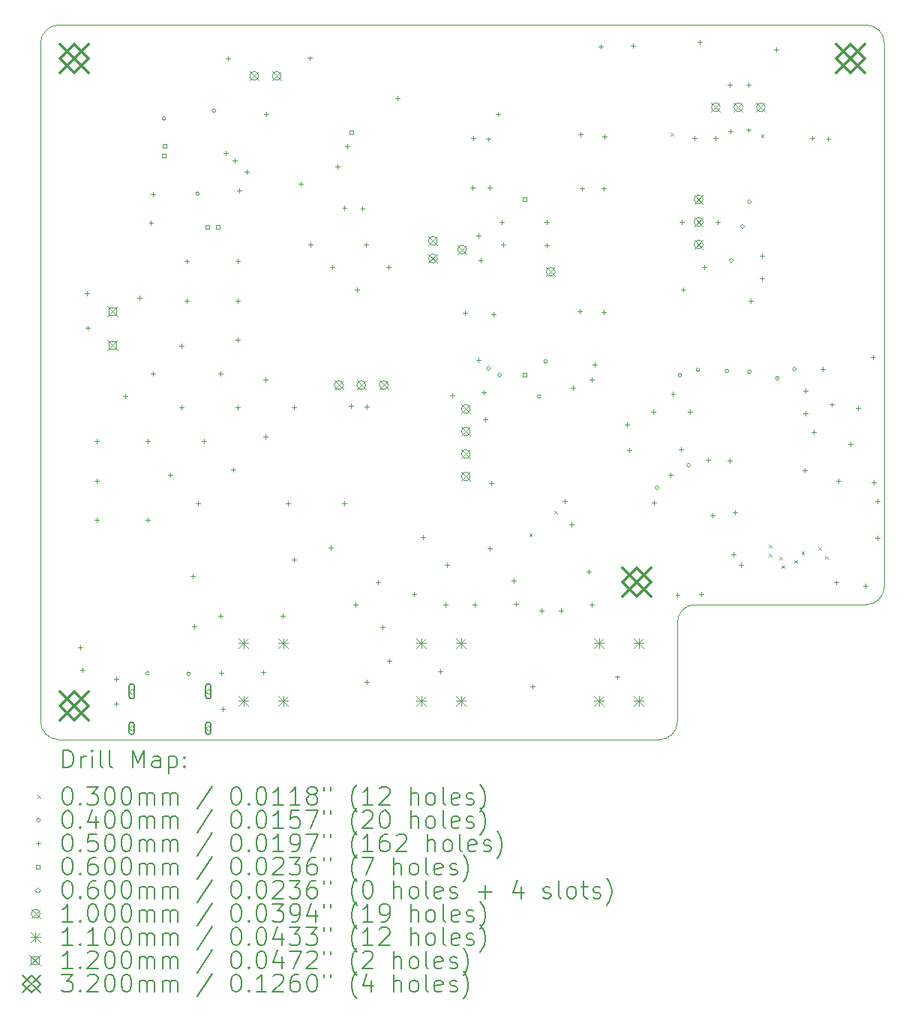
<source format=gbr>
%TF.GenerationSoftware,KiCad,Pcbnew,7.0.8*%
%TF.CreationDate,2023-12-17T13:50:11+01:00*%
%TF.ProjectId,ePaper_timetable,65506170-6572-45f7-9469-6d657461626c,rev?*%
%TF.SameCoordinates,Original*%
%TF.FileFunction,Drillmap*%
%TF.FilePolarity,Positive*%
%FSLAX45Y45*%
G04 Gerber Fmt 4.5, Leading zero omitted, Abs format (unit mm)*
G04 Created by KiCad (PCBNEW 7.0.8) date 2023-12-17 13:50:11*
%MOMM*%
%LPD*%
G01*
G04 APERTURE LIST*
%ADD10C,0.100000*%
%ADD11C,0.200000*%
%ADD12C,0.030000*%
%ADD13C,0.040000*%
%ADD14C,0.050000*%
%ADD15C,0.060000*%
%ADD16C,0.110000*%
%ADD17C,0.120000*%
%ADD18C,0.320000*%
G04 APERTURE END LIST*
D10*
X16256000Y-8140700D02*
X16256000Y-14274800D01*
X14122400Y-14478000D02*
G75*
G03*
X13919200Y-14681200I0J-203200D01*
G01*
X6934200Y-7937500D02*
G75*
G03*
X6731000Y-8140700I0J-203200D01*
G01*
X13716000Y-16002000D02*
G75*
G03*
X13919200Y-15798800I0J203200D01*
G01*
X16052800Y-14478000D02*
X14122400Y-14478000D01*
X16052800Y-14478000D02*
G75*
G03*
X16256000Y-14274800I0J203200D01*
G01*
X6731000Y-15798800D02*
X6731000Y-8140700D01*
X16256000Y-8140700D02*
G75*
G03*
X16052800Y-7937500I-203200J0D01*
G01*
X13919200Y-14681200D02*
X13919200Y-15798800D01*
X6934200Y-7937500D02*
X16052800Y-7937500D01*
X13716000Y-16002000D02*
X6934200Y-16002000D01*
X6731000Y-15798800D02*
G75*
G03*
X6934200Y-16002000I203200J0D01*
G01*
D11*
D12*
X12248120Y-13675600D02*
X12278120Y-13705600D01*
X12278120Y-13675600D02*
X12248120Y-13705600D01*
X12532600Y-13421600D02*
X12562600Y-13451600D01*
X12562600Y-13421600D02*
X12532600Y-13451600D01*
X13843240Y-9156940D02*
X13873240Y-9186940D01*
X13873240Y-9156940D02*
X13843240Y-9186940D01*
X14864830Y-9170150D02*
X14894830Y-9200150D01*
X14894830Y-9170150D02*
X14864830Y-9200150D01*
X14950680Y-13906740D02*
X14980680Y-13936740D01*
X14980680Y-13906740D02*
X14950680Y-13936740D01*
X14953957Y-13804403D02*
X14983957Y-13834403D01*
X14983957Y-13804403D02*
X14953957Y-13834403D01*
X15070060Y-13937220D02*
X15100060Y-13967220D01*
X15100060Y-13937220D02*
X15070060Y-13967220D01*
X15095460Y-14036280D02*
X15125460Y-14066280D01*
X15125460Y-14036280D02*
X15095460Y-14066280D01*
X15240240Y-13977860D02*
X15270240Y-14007860D01*
X15270240Y-13977860D02*
X15240240Y-14007860D01*
X15321520Y-13878800D02*
X15351520Y-13908800D01*
X15351520Y-13878800D02*
X15321520Y-13908800D01*
X15510954Y-13828000D02*
X15540954Y-13858000D01*
X15540954Y-13828000D02*
X15510954Y-13858000D01*
X15587154Y-13929600D02*
X15617154Y-13959600D01*
X15617154Y-13929600D02*
X15587154Y-13959600D01*
D13*
X7957500Y-15252700D02*
G75*
G03*
X7957500Y-15252700I-20000J0D01*
G01*
X8142920Y-8991600D02*
G75*
G03*
X8142920Y-8991600I-20000J0D01*
G01*
X8421050Y-15259050D02*
G75*
G03*
X8421050Y-15259050I-20000J0D01*
G01*
X8521380Y-9839960D02*
G75*
G03*
X8521380Y-9839960I-20000J0D01*
G01*
X8706800Y-8902700D02*
G75*
G03*
X8706800Y-8902700I-20000J0D01*
G01*
X11805600Y-11811000D02*
G75*
G03*
X11805600Y-11811000I-20000J0D01*
G01*
X11932600Y-11887200D02*
G75*
G03*
X11932600Y-11887200I-20000J0D01*
G01*
X12377100Y-12128500D02*
G75*
G03*
X12377100Y-12128500I-20000J0D01*
G01*
X12453300Y-11734800D02*
G75*
G03*
X12453300Y-11734800I-20000J0D01*
G01*
X13710600Y-13157200D02*
G75*
G03*
X13710600Y-13157200I-20000J0D01*
G01*
X13967140Y-11889740D02*
G75*
G03*
X13967140Y-11889740I-20000J0D01*
G01*
X14066200Y-12903200D02*
G75*
G03*
X14066200Y-12903200I-20000J0D01*
G01*
X14170340Y-11828780D02*
G75*
G03*
X14170340Y-11828780I-20000J0D01*
G01*
X14498000Y-11841480D02*
G75*
G03*
X14498000Y-11841480I-20000J0D01*
G01*
X14548800Y-10591800D02*
G75*
G03*
X14548800Y-10591800I-20000J0D01*
G01*
X14675800Y-10210800D02*
G75*
G03*
X14675800Y-10210800I-20000J0D01*
G01*
X14752000Y-9931400D02*
G75*
G03*
X14752000Y-9931400I-20000J0D01*
G01*
X14752000Y-11851640D02*
G75*
G03*
X14752000Y-11851640I-20000J0D01*
G01*
X15069500Y-11922760D02*
G75*
G03*
X15069500Y-11922760I-20000J0D01*
G01*
X15260000Y-11821160D02*
G75*
G03*
X15260000Y-11821160I-20000J0D01*
G01*
D14*
X7180580Y-14935600D02*
X7180580Y-14985600D01*
X7155580Y-14960600D02*
X7205580Y-14960600D01*
X7205980Y-15187060D02*
X7205980Y-15237060D01*
X7180980Y-15212060D02*
X7230980Y-15212060D01*
X7256780Y-10942720D02*
X7256780Y-10992720D01*
X7231780Y-10967720D02*
X7281780Y-10967720D01*
X7259320Y-11333880D02*
X7259320Y-11383880D01*
X7234320Y-11358880D02*
X7284320Y-11358880D01*
X7366000Y-12611500D02*
X7366000Y-12661500D01*
X7341000Y-12636500D02*
X7391000Y-12636500D01*
X7366000Y-13056000D02*
X7366000Y-13106000D01*
X7341000Y-13081000D02*
X7391000Y-13081000D01*
X7366000Y-13500500D02*
X7366000Y-13550500D01*
X7341000Y-13525500D02*
X7391000Y-13525500D01*
X7581900Y-15568060D02*
X7581900Y-15618060D01*
X7556900Y-15593060D02*
X7606900Y-15593060D01*
X7586980Y-15288660D02*
X7586980Y-15338660D01*
X7561980Y-15313660D02*
X7611980Y-15313660D01*
X7683500Y-12103500D02*
X7683500Y-12153500D01*
X7658500Y-12128500D02*
X7708500Y-12128500D01*
X7848600Y-10988440D02*
X7848600Y-11038440D01*
X7823600Y-11013440D02*
X7873600Y-11013440D01*
X7937500Y-12611500D02*
X7937500Y-12661500D01*
X7912500Y-12636500D02*
X7962500Y-12636500D01*
X7937500Y-13500500D02*
X7937500Y-13550500D01*
X7912500Y-13525500D02*
X7962500Y-13525500D01*
X7978140Y-10142620D02*
X7978140Y-10192620D01*
X7953140Y-10167620D02*
X8003140Y-10167620D01*
X7995920Y-9825120D02*
X7995920Y-9875120D01*
X7970920Y-9850120D02*
X8020920Y-9850120D01*
X8001000Y-11849500D02*
X8001000Y-11899500D01*
X7976000Y-11874500D02*
X8026000Y-11874500D01*
X8191500Y-12992500D02*
X8191500Y-13042500D01*
X8166500Y-13017500D02*
X8216500Y-13017500D01*
X8318500Y-11532000D02*
X8318500Y-11582000D01*
X8293500Y-11557000D02*
X8343500Y-11557000D01*
X8318500Y-12230500D02*
X8318500Y-12280500D01*
X8293500Y-12255500D02*
X8343500Y-12255500D01*
X8382000Y-10579500D02*
X8382000Y-10629500D01*
X8357000Y-10604500D02*
X8407000Y-10604500D01*
X8382000Y-11024000D02*
X8382000Y-11074000D01*
X8357000Y-11049000D02*
X8407000Y-11049000D01*
X8445500Y-14135500D02*
X8445500Y-14185500D01*
X8420500Y-14160500D02*
X8470500Y-14160500D01*
X8463280Y-14701920D02*
X8463280Y-14751920D01*
X8438280Y-14726920D02*
X8488280Y-14726920D01*
X8509000Y-13310000D02*
X8509000Y-13360000D01*
X8484000Y-13335000D02*
X8534000Y-13335000D01*
X8572500Y-12611500D02*
X8572500Y-12661500D01*
X8547500Y-12636500D02*
X8597500Y-12636500D01*
X8763000Y-11849500D02*
X8763000Y-11899500D01*
X8738000Y-11874500D02*
X8788000Y-11874500D01*
X8763000Y-14580000D02*
X8763000Y-14630000D01*
X8738000Y-14605000D02*
X8788000Y-14605000D01*
X8770620Y-15227700D02*
X8770620Y-15277700D01*
X8745620Y-15252700D02*
X8795620Y-15252700D01*
X8783320Y-15634100D02*
X8783320Y-15684100D01*
X8758320Y-15659100D02*
X8808320Y-15659100D01*
X8818880Y-9357760D02*
X8818880Y-9407760D01*
X8793880Y-9382760D02*
X8843880Y-9382760D01*
X8846820Y-8293500D02*
X8846820Y-8343500D01*
X8821820Y-8318500D02*
X8871820Y-8318500D01*
X8902700Y-12929000D02*
X8902700Y-12979000D01*
X8877700Y-12954000D02*
X8927700Y-12954000D01*
X8920480Y-9439040D02*
X8920480Y-9489040D01*
X8895480Y-9464040D02*
X8945480Y-9464040D01*
X8953500Y-10579500D02*
X8953500Y-10629500D01*
X8928500Y-10604500D02*
X8978500Y-10604500D01*
X8953500Y-11024000D02*
X8953500Y-11074000D01*
X8928500Y-11049000D02*
X8978500Y-11049000D01*
X8953500Y-11468500D02*
X8953500Y-11518500D01*
X8928500Y-11493500D02*
X8978500Y-11493500D01*
X8953500Y-12230500D02*
X8953500Y-12280500D01*
X8928500Y-12255500D02*
X8978500Y-12255500D01*
X8976360Y-9779400D02*
X8976360Y-9829400D01*
X8951360Y-9804400D02*
X9001360Y-9804400D01*
X9060180Y-9566040D02*
X9060180Y-9616040D01*
X9035180Y-9591040D02*
X9085180Y-9591040D01*
X9245600Y-15215000D02*
X9245600Y-15265000D01*
X9220600Y-15240000D02*
X9270600Y-15240000D01*
X9271000Y-11913000D02*
X9271000Y-11963000D01*
X9246000Y-11938000D02*
X9296000Y-11938000D01*
X9271000Y-12560700D02*
X9271000Y-12610700D01*
X9246000Y-12585700D02*
X9296000Y-12585700D01*
X9276080Y-8913260D02*
X9276080Y-8963260D01*
X9251080Y-8938260D02*
X9301080Y-8938260D01*
X9461500Y-14580000D02*
X9461500Y-14630000D01*
X9436500Y-14605000D02*
X9486500Y-14605000D01*
X9525000Y-13310000D02*
X9525000Y-13360000D01*
X9500000Y-13335000D02*
X9550000Y-13335000D01*
X9588500Y-12230500D02*
X9588500Y-12280500D01*
X9563500Y-12255500D02*
X9613500Y-12255500D01*
X9588500Y-13945000D02*
X9588500Y-13995000D01*
X9563500Y-13970000D02*
X9613500Y-13970000D01*
X9664700Y-9703200D02*
X9664700Y-9753200D01*
X9639700Y-9728200D02*
X9689700Y-9728200D01*
X9768840Y-8285880D02*
X9768840Y-8335880D01*
X9743840Y-8310880D02*
X9793840Y-8310880D01*
X9779000Y-10389000D02*
X9779000Y-10439000D01*
X9754000Y-10414000D02*
X9804000Y-10414000D01*
X10002520Y-13807840D02*
X10002520Y-13857840D01*
X9977520Y-13832840D02*
X10027520Y-13832840D01*
X10020300Y-10643000D02*
X10020300Y-10693000D01*
X9995300Y-10668000D02*
X10045300Y-10668000D01*
X10083800Y-9510160D02*
X10083800Y-9560160D01*
X10058800Y-9535160D02*
X10108800Y-9535160D01*
X10160000Y-13310000D02*
X10160000Y-13360000D01*
X10135000Y-13335000D02*
X10185000Y-13335000D01*
X10162540Y-9974980D02*
X10162540Y-10024980D01*
X10137540Y-9999980D02*
X10187540Y-9999980D01*
X10190480Y-9279020D02*
X10190480Y-9329020D01*
X10165480Y-9304020D02*
X10215480Y-9304020D01*
X10236200Y-12210180D02*
X10236200Y-12260180D01*
X10211200Y-12235180D02*
X10261200Y-12235180D01*
X10287000Y-14453000D02*
X10287000Y-14503000D01*
X10262000Y-14478000D02*
X10312000Y-14478000D01*
X10299700Y-10897000D02*
X10299700Y-10947000D01*
X10274700Y-10922000D02*
X10324700Y-10922000D01*
X10365740Y-9985140D02*
X10365740Y-10035140D01*
X10340740Y-10010140D02*
X10390740Y-10010140D01*
X10401300Y-10389000D02*
X10401300Y-10439000D01*
X10376300Y-10414000D02*
X10426300Y-10414000D01*
X10408920Y-12217800D02*
X10408920Y-12267800D01*
X10383920Y-12242800D02*
X10433920Y-12242800D01*
X10414000Y-15324220D02*
X10414000Y-15374220D01*
X10389000Y-15349220D02*
X10439000Y-15349220D01*
X10541000Y-14199000D02*
X10541000Y-14249000D01*
X10516000Y-14224000D02*
X10566000Y-14224000D01*
X10591800Y-14707000D02*
X10591800Y-14757000D01*
X10566800Y-14732000D02*
X10616800Y-14732000D01*
X10655300Y-10643000D02*
X10655300Y-10693000D01*
X10630300Y-10668000D02*
X10680300Y-10668000D01*
X10668000Y-15088000D02*
X10668000Y-15138000D01*
X10643000Y-15113000D02*
X10693000Y-15113000D01*
X10759440Y-8735460D02*
X10759440Y-8785460D01*
X10734440Y-8760460D02*
X10784440Y-8760460D01*
X10947400Y-14338700D02*
X10947400Y-14388700D01*
X10922400Y-14363700D02*
X10972400Y-14363700D01*
X11049000Y-13691000D02*
X11049000Y-13741000D01*
X11024000Y-13716000D02*
X11074000Y-13716000D01*
X11242040Y-15207380D02*
X11242040Y-15257380D01*
X11217040Y-15232380D02*
X11267040Y-15232380D01*
X11303000Y-14453000D02*
X11303000Y-14503000D01*
X11278000Y-14478000D02*
X11328000Y-14478000D01*
X11315700Y-14008500D02*
X11315700Y-14058500D01*
X11290700Y-14033500D02*
X11340700Y-14033500D01*
X11376660Y-12088260D02*
X11376660Y-12138260D01*
X11351660Y-12113260D02*
X11401660Y-12113260D01*
X11518900Y-11158620D02*
X11518900Y-11208620D01*
X11493900Y-11183620D02*
X11543900Y-11183620D01*
X11602720Y-9746380D02*
X11602720Y-9796380D01*
X11577720Y-9771380D02*
X11627720Y-9771380D01*
X11615420Y-9190120D02*
X11615420Y-9240120D01*
X11590420Y-9215120D02*
X11640420Y-9215120D01*
X11633200Y-14453000D02*
X11633200Y-14503000D01*
X11608200Y-14478000D02*
X11658200Y-14478000D01*
X11676380Y-10287400D02*
X11676380Y-10337400D01*
X11651380Y-10312400D02*
X11701380Y-10312400D01*
X11676380Y-11692020D02*
X11676380Y-11742020D01*
X11651380Y-11717020D02*
X11701380Y-11717020D01*
X11696700Y-10566800D02*
X11696700Y-10616800D01*
X11671700Y-10591800D02*
X11721700Y-10591800D01*
X11732260Y-12060320D02*
X11732260Y-12110320D01*
X11707260Y-12085320D02*
X11757260Y-12085320D01*
X11750040Y-12360040D02*
X11750040Y-12410040D01*
X11725040Y-12385040D02*
X11775040Y-12385040D01*
X11780520Y-9200280D02*
X11780520Y-9250280D01*
X11755520Y-9225280D02*
X11805520Y-9225280D01*
X11798300Y-13818000D02*
X11798300Y-13868000D01*
X11773300Y-13843000D02*
X11823300Y-13843000D01*
X11800840Y-9743840D02*
X11800840Y-9793840D01*
X11775840Y-9768840D02*
X11825840Y-9768840D01*
X11816080Y-13083940D02*
X11816080Y-13133940D01*
X11791080Y-13108940D02*
X11841080Y-13108940D01*
X11846560Y-11173860D02*
X11846560Y-11223860D01*
X11821560Y-11198860D02*
X11871560Y-11198860D01*
X11892280Y-8920880D02*
X11892280Y-8970880D01*
X11867280Y-8945880D02*
X11917280Y-8945880D01*
X11938000Y-10135000D02*
X11938000Y-10185000D01*
X11913000Y-10160000D02*
X11963000Y-10160000D01*
X11950700Y-10389000D02*
X11950700Y-10439000D01*
X11925700Y-10414000D02*
X11975700Y-10414000D01*
X12072620Y-14183760D02*
X12072620Y-14233760D01*
X12047620Y-14208760D02*
X12097620Y-14208760D01*
X12095480Y-14447920D02*
X12095480Y-14497920D01*
X12070480Y-14472920D02*
X12120480Y-14472920D01*
X12283440Y-15375020D02*
X12283440Y-15425020D01*
X12258440Y-15400020D02*
X12308440Y-15400020D01*
X12387580Y-14519040D02*
X12387580Y-14569040D01*
X12362580Y-14544040D02*
X12412580Y-14544040D01*
X12446000Y-10135000D02*
X12446000Y-10185000D01*
X12421000Y-10160000D02*
X12471000Y-10160000D01*
X12446000Y-10401700D02*
X12446000Y-10451700D01*
X12421000Y-10426700D02*
X12471000Y-10426700D01*
X12608560Y-14524120D02*
X12608560Y-14574120D01*
X12583560Y-14549120D02*
X12633560Y-14549120D01*
X12649200Y-13287140D02*
X12649200Y-13337140D01*
X12624200Y-13312140D02*
X12674200Y-13312140D01*
X12720320Y-13546220D02*
X12720320Y-13596220D01*
X12695320Y-13571220D02*
X12745320Y-13571220D01*
X12743180Y-12006980D02*
X12743180Y-12056980D01*
X12718180Y-12031980D02*
X12768180Y-12031980D01*
X12814300Y-11145920D02*
X12814300Y-11195920D01*
X12789300Y-11170920D02*
X12839300Y-11170920D01*
X12824460Y-9144400D02*
X12824460Y-9194400D01*
X12799460Y-9169400D02*
X12849460Y-9169400D01*
X12842240Y-9759080D02*
X12842240Y-9809080D01*
X12817240Y-9784080D02*
X12867240Y-9784080D01*
X12918440Y-14084700D02*
X12918440Y-14134700D01*
X12893440Y-14109700D02*
X12943440Y-14109700D01*
X12954000Y-11913000D02*
X12954000Y-11963000D01*
X12929000Y-11938000D02*
X12979000Y-11938000D01*
X12954000Y-14453000D02*
X12954000Y-14503000D01*
X12929000Y-14478000D02*
X12979000Y-14478000D01*
X12984480Y-11747900D02*
X12984480Y-11797900D01*
X12959480Y-11772900D02*
X13009480Y-11772900D01*
X13050520Y-8153800D02*
X13050520Y-8203800D01*
X13025520Y-8178800D02*
X13075520Y-8178800D01*
X13086080Y-9759080D02*
X13086080Y-9809080D01*
X13061080Y-9784080D02*
X13111080Y-9784080D01*
X13091160Y-11151000D02*
X13091160Y-11201000D01*
X13066160Y-11176000D02*
X13116160Y-11176000D01*
X13093700Y-9169800D02*
X13093700Y-9219800D01*
X13068700Y-9194800D02*
X13118700Y-9194800D01*
X13238480Y-15270880D02*
X13238480Y-15320880D01*
X13213480Y-15295880D02*
X13263480Y-15295880D01*
X13347700Y-12421000D02*
X13347700Y-12471000D01*
X13322700Y-12446000D02*
X13372700Y-12446000D01*
X13373100Y-12713100D02*
X13373100Y-12763100D01*
X13348100Y-12738100D02*
X13398100Y-12738100D01*
X13421360Y-8148720D02*
X13421360Y-8198720D01*
X13396360Y-8173720D02*
X13446360Y-8173720D01*
X13644880Y-12281300D02*
X13644880Y-12331300D01*
X13619880Y-12306300D02*
X13669880Y-12306300D01*
X13657580Y-13304920D02*
X13657580Y-13354920D01*
X13632580Y-13329920D02*
X13682580Y-13329920D01*
X13840460Y-12992500D02*
X13840460Y-13042500D01*
X13815460Y-13017500D02*
X13865460Y-13017500D01*
X13870940Y-12075560D02*
X13870940Y-12125560D01*
X13845940Y-12100560D02*
X13895940Y-12100560D01*
X13921740Y-14346320D02*
X13921740Y-14396320D01*
X13896740Y-14371320D02*
X13946740Y-14371320D01*
X13957300Y-12700400D02*
X13957300Y-12750400D01*
X13932300Y-12725400D02*
X13982300Y-12725400D01*
X13964920Y-10137540D02*
X13964920Y-10187540D01*
X13939920Y-10162540D02*
X13989920Y-10162540D01*
X13982700Y-10897000D02*
X13982700Y-10947000D01*
X13957700Y-10922000D02*
X14007700Y-10922000D01*
X14061440Y-12281300D02*
X14061440Y-12331300D01*
X14036440Y-12306300D02*
X14086440Y-12306300D01*
X14109700Y-9187580D02*
X14109700Y-9237580D01*
X14084700Y-9212580D02*
X14134700Y-9212580D01*
X14173200Y-8103000D02*
X14173200Y-8153000D01*
X14148200Y-8128000D02*
X14198200Y-8128000D01*
X14185900Y-14338700D02*
X14185900Y-14388700D01*
X14160900Y-14363700D02*
X14210900Y-14363700D01*
X14224000Y-10643000D02*
X14224000Y-10693000D01*
X14199000Y-10668000D02*
X14249000Y-10668000D01*
X14264640Y-12819780D02*
X14264640Y-12869780D01*
X14239640Y-12844780D02*
X14289640Y-12844780D01*
X14319454Y-13449700D02*
X14319454Y-13499700D01*
X14294454Y-13474700D02*
X14344454Y-13474700D01*
X14348460Y-9185040D02*
X14348460Y-9235040D01*
X14323460Y-9210040D02*
X14373460Y-9210040D01*
X14373860Y-10132460D02*
X14373860Y-10182460D01*
X14348860Y-10157460D02*
X14398860Y-10157460D01*
X14508480Y-8585600D02*
X14508480Y-8635600D01*
X14483480Y-8610600D02*
X14533480Y-8610600D01*
X14513560Y-12827400D02*
X14513560Y-12877400D01*
X14488560Y-12852400D02*
X14538560Y-12852400D01*
X14521180Y-9111380D02*
X14521180Y-9161380D01*
X14496180Y-9136380D02*
X14546180Y-9136380D01*
X14549120Y-13889120D02*
X14549120Y-13939120D01*
X14524120Y-13914120D02*
X14574120Y-13914120D01*
X14573454Y-13411409D02*
X14573454Y-13461409D01*
X14548454Y-13436409D02*
X14598454Y-13436409D01*
X14638020Y-14003420D02*
X14638020Y-14053420D01*
X14613020Y-14028420D02*
X14663020Y-14028420D01*
X14719300Y-8585600D02*
X14719300Y-8635600D01*
X14694300Y-8610600D02*
X14744300Y-8610600D01*
X14719300Y-9098680D02*
X14719300Y-9148680D01*
X14694300Y-9123680D02*
X14744300Y-9123680D01*
X14744700Y-11024000D02*
X14744700Y-11074000D01*
X14719700Y-11049000D02*
X14769700Y-11049000D01*
X14871700Y-10516000D02*
X14871700Y-10566000D01*
X14846700Y-10541000D02*
X14896700Y-10541000D01*
X14871700Y-10770000D02*
X14871700Y-10820000D01*
X14846700Y-10795000D02*
X14896700Y-10795000D01*
X15036800Y-8191900D02*
X15036800Y-8241900D01*
X15011800Y-8216900D02*
X15061800Y-8216900D01*
X15354300Y-12941700D02*
X15354300Y-12991700D01*
X15329300Y-12966700D02*
X15379300Y-12966700D01*
X15367000Y-12040000D02*
X15367000Y-12090000D01*
X15342000Y-12065000D02*
X15392000Y-12065000D01*
X15367000Y-12294000D02*
X15367000Y-12344000D01*
X15342000Y-12319000D02*
X15392000Y-12319000D01*
X15438120Y-9185040D02*
X15438120Y-9235040D01*
X15413120Y-9210040D02*
X15463120Y-9210040D01*
X15455900Y-12509900D02*
X15455900Y-12559900D01*
X15430900Y-12534900D02*
X15480900Y-12534900D01*
X15560040Y-11793620D02*
X15560040Y-11843620D01*
X15535040Y-11818620D02*
X15585040Y-11818620D01*
X15623540Y-9195200D02*
X15623540Y-9245200D01*
X15598540Y-9220200D02*
X15648540Y-9220200D01*
X15659100Y-12197480D02*
X15659100Y-12247480D01*
X15634100Y-12222480D02*
X15684100Y-12222480D01*
X15712440Y-14204080D02*
X15712440Y-14254080D01*
X15687440Y-14229080D02*
X15737440Y-14229080D01*
X15735300Y-13056000D02*
X15735300Y-13106000D01*
X15710300Y-13081000D02*
X15760300Y-13081000D01*
X15875000Y-12644520D02*
X15875000Y-12694520D01*
X15850000Y-12669520D02*
X15900000Y-12669520D01*
X15958820Y-12233040D02*
X15958820Y-12283040D01*
X15933820Y-12258040D02*
X15983820Y-12258040D01*
X16042640Y-14239640D02*
X16042640Y-14289640D01*
X16017640Y-14264640D02*
X16067640Y-14264640D01*
X16129000Y-11659000D02*
X16129000Y-11709000D01*
X16104000Y-11684000D02*
X16154000Y-11684000D01*
X16134080Y-13073780D02*
X16134080Y-13123780D01*
X16109080Y-13098780D02*
X16159080Y-13098780D01*
X16174720Y-13287140D02*
X16174720Y-13337140D01*
X16149720Y-13312140D02*
X16199720Y-13312140D01*
X16177260Y-13701160D02*
X16177260Y-13751160D01*
X16152260Y-13726160D02*
X16202260Y-13726160D01*
D15*
X8146673Y-9434453D02*
X8146673Y-9392027D01*
X8104247Y-9392027D01*
X8104247Y-9434453D01*
X8146673Y-9434453D01*
X8148088Y-9326413D02*
X8148088Y-9283987D01*
X8105662Y-9283987D01*
X8105662Y-9326413D01*
X8148088Y-9326413D01*
X8636893Y-10239633D02*
X8636893Y-10197207D01*
X8594467Y-10197207D01*
X8594467Y-10239633D01*
X8636893Y-10239633D01*
X8752213Y-10236713D02*
X8752213Y-10194287D01*
X8709787Y-10194287D01*
X8709787Y-10236713D01*
X8752213Y-10236713D01*
X10263513Y-9169913D02*
X10263513Y-9127487D01*
X10221087Y-9127487D01*
X10221087Y-9169913D01*
X10263513Y-9169913D01*
X12213213Y-9927213D02*
X12213213Y-9884787D01*
X12170787Y-9884787D01*
X12170787Y-9927213D01*
X12213213Y-9927213D01*
X12213213Y-11908413D02*
X12213213Y-11865987D01*
X12170787Y-11865987D01*
X12170787Y-11908413D01*
X12213213Y-11908413D01*
X7759500Y-15487000D02*
X7789500Y-15457000D01*
X7759500Y-15427000D01*
X7729500Y-15457000D01*
X7759500Y-15487000D01*
D11*
X7729500Y-15402000D02*
X7729500Y-15512000D01*
X7729500Y-15512000D02*
G75*
G03*
X7789500Y-15512000I30000J0D01*
G01*
X7789500Y-15512000D02*
X7789500Y-15402000D01*
X7789500Y-15402000D02*
G75*
G03*
X7729500Y-15402000I-30000J0D01*
G01*
D15*
X7759500Y-15905000D02*
X7789500Y-15875000D01*
X7759500Y-15845000D01*
X7729500Y-15875000D01*
X7759500Y-15905000D01*
D11*
X7729500Y-15835000D02*
X7729500Y-15915000D01*
X7729500Y-15915000D02*
G75*
G03*
X7789500Y-15915000I30000J0D01*
G01*
X7789500Y-15915000D02*
X7789500Y-15835000D01*
X7789500Y-15835000D02*
G75*
G03*
X7729500Y-15835000I-30000J0D01*
G01*
D15*
X8623500Y-15487000D02*
X8653500Y-15457000D01*
X8623500Y-15427000D01*
X8593500Y-15457000D01*
X8623500Y-15487000D01*
D11*
X8593500Y-15402000D02*
X8593500Y-15512000D01*
X8593500Y-15512000D02*
G75*
G03*
X8653500Y-15512000I30000J0D01*
G01*
X8653500Y-15512000D02*
X8653500Y-15402000D01*
X8653500Y-15402000D02*
G75*
G03*
X8593500Y-15402000I-30000J0D01*
G01*
D15*
X8623500Y-15905000D02*
X8653500Y-15875000D01*
X8623500Y-15845000D01*
X8593500Y-15875000D01*
X8623500Y-15905000D01*
D11*
X8593500Y-15835000D02*
X8593500Y-15915000D01*
X8593500Y-15915000D02*
G75*
G03*
X8653500Y-15915000I30000J0D01*
G01*
X8653500Y-15915000D02*
X8653500Y-15835000D01*
X8653500Y-15835000D02*
G75*
G03*
X8593500Y-15835000I-30000J0D01*
G01*
D10*
X9092000Y-8461500D02*
X9192000Y-8561500D01*
X9192000Y-8461500D02*
X9092000Y-8561500D01*
X9192000Y-8511500D02*
G75*
G03*
X9192000Y-8511500I-50000J0D01*
G01*
X9346000Y-8461500D02*
X9446000Y-8561500D01*
X9446000Y-8461500D02*
X9346000Y-8561500D01*
X9446000Y-8511500D02*
G75*
G03*
X9446000Y-8511500I-50000J0D01*
G01*
X10046500Y-11951500D02*
X10146500Y-12051500D01*
X10146500Y-11951500D02*
X10046500Y-12051500D01*
X10146500Y-12001500D02*
G75*
G03*
X10146500Y-12001500I-50000J0D01*
G01*
X10300500Y-11951500D02*
X10400500Y-12051500D01*
X10400500Y-11951500D02*
X10300500Y-12051500D01*
X10400500Y-12001500D02*
G75*
G03*
X10400500Y-12001500I-50000J0D01*
G01*
X10554500Y-11951500D02*
X10654500Y-12051500D01*
X10654500Y-11951500D02*
X10554500Y-12051500D01*
X10654500Y-12001500D02*
G75*
G03*
X10654500Y-12001500I-50000J0D01*
G01*
X11109000Y-10322400D02*
X11209000Y-10422400D01*
X11209000Y-10322400D02*
X11109000Y-10422400D01*
X11209000Y-10372400D02*
G75*
G03*
X11209000Y-10372400I-50000J0D01*
G01*
X11109000Y-10522400D02*
X11209000Y-10622400D01*
X11209000Y-10522400D02*
X11109000Y-10622400D01*
X11209000Y-10572400D02*
G75*
G03*
X11209000Y-10572400I-50000J0D01*
G01*
X11439000Y-10422400D02*
X11539000Y-10522400D01*
X11539000Y-10422400D02*
X11439000Y-10522400D01*
X11539000Y-10472400D02*
G75*
G03*
X11539000Y-10472400I-50000J0D01*
G01*
X11481600Y-12220600D02*
X11581600Y-12320600D01*
X11581600Y-12220600D02*
X11481600Y-12320600D01*
X11581600Y-12270600D02*
G75*
G03*
X11581600Y-12270600I-50000J0D01*
G01*
X11481600Y-12474600D02*
X11581600Y-12574600D01*
X11581600Y-12474600D02*
X11481600Y-12574600D01*
X11581600Y-12524600D02*
G75*
G03*
X11581600Y-12524600I-50000J0D01*
G01*
X11481600Y-12728600D02*
X11581600Y-12828600D01*
X11581600Y-12728600D02*
X11481600Y-12828600D01*
X11581600Y-12778600D02*
G75*
G03*
X11581600Y-12778600I-50000J0D01*
G01*
X11481600Y-12982600D02*
X11581600Y-13082600D01*
X11581600Y-12982600D02*
X11481600Y-13082600D01*
X11581600Y-13032600D02*
G75*
G03*
X11581600Y-13032600I-50000J0D01*
G01*
X12439000Y-10672400D02*
X12539000Y-10772400D01*
X12539000Y-10672400D02*
X12439000Y-10772400D01*
X12539000Y-10722400D02*
G75*
G03*
X12539000Y-10722400I-50000J0D01*
G01*
X14109000Y-9855980D02*
X14209000Y-9955980D01*
X14209000Y-9855980D02*
X14109000Y-9955980D01*
X14209000Y-9905980D02*
G75*
G03*
X14209000Y-9905980I-50000J0D01*
G01*
X14109000Y-10109980D02*
X14209000Y-10209980D01*
X14209000Y-10109980D02*
X14109000Y-10209980D01*
X14209000Y-10159980D02*
G75*
G03*
X14209000Y-10159980I-50000J0D01*
G01*
X14109000Y-10363980D02*
X14209000Y-10463980D01*
X14209000Y-10363980D02*
X14109000Y-10463980D01*
X14209000Y-10413980D02*
G75*
G03*
X14209000Y-10413980I-50000J0D01*
G01*
X14302500Y-8814600D02*
X14402500Y-8914600D01*
X14402500Y-8814600D02*
X14302500Y-8914600D01*
X14402500Y-8864600D02*
G75*
G03*
X14402500Y-8864600I-50000J0D01*
G01*
X14556500Y-8814600D02*
X14656500Y-8914600D01*
X14656500Y-8814600D02*
X14556500Y-8914600D01*
X14656500Y-8864600D02*
G75*
G03*
X14656500Y-8864600I-50000J0D01*
G01*
X14810500Y-8814600D02*
X14910500Y-8914600D01*
X14910500Y-8814600D02*
X14810500Y-8914600D01*
X14910500Y-8864600D02*
G75*
G03*
X14910500Y-8864600I-50000J0D01*
G01*
D16*
X8965600Y-14860000D02*
X9075600Y-14970000D01*
X9075600Y-14860000D02*
X8965600Y-14970000D01*
X9020600Y-14860000D02*
X9020600Y-14970000D01*
X8965600Y-14915000D02*
X9075600Y-14915000D01*
X8965600Y-15510000D02*
X9075600Y-15620000D01*
X9075600Y-15510000D02*
X8965600Y-15620000D01*
X9020600Y-15510000D02*
X9020600Y-15620000D01*
X8965600Y-15565000D02*
X9075600Y-15565000D01*
X9415600Y-14860000D02*
X9525600Y-14970000D01*
X9525600Y-14860000D02*
X9415600Y-14970000D01*
X9470600Y-14860000D02*
X9470600Y-14970000D01*
X9415600Y-14915000D02*
X9525600Y-14915000D01*
X9415600Y-15510000D02*
X9525600Y-15620000D01*
X9525600Y-15510000D02*
X9415600Y-15620000D01*
X9470600Y-15510000D02*
X9470600Y-15620000D01*
X9415600Y-15565000D02*
X9525600Y-15565000D01*
X10972200Y-14860000D02*
X11082200Y-14970000D01*
X11082200Y-14860000D02*
X10972200Y-14970000D01*
X11027200Y-14860000D02*
X11027200Y-14970000D01*
X10972200Y-14915000D02*
X11082200Y-14915000D01*
X10972200Y-15510000D02*
X11082200Y-15620000D01*
X11082200Y-15510000D02*
X10972200Y-15620000D01*
X11027200Y-15510000D02*
X11027200Y-15620000D01*
X10972200Y-15565000D02*
X11082200Y-15565000D01*
X11422200Y-14860000D02*
X11532200Y-14970000D01*
X11532200Y-14860000D02*
X11422200Y-14970000D01*
X11477200Y-14860000D02*
X11477200Y-14970000D01*
X11422200Y-14915000D02*
X11532200Y-14915000D01*
X11422200Y-15510000D02*
X11532200Y-15620000D01*
X11532200Y-15510000D02*
X11422200Y-15620000D01*
X11477200Y-15510000D02*
X11477200Y-15620000D01*
X11422200Y-15565000D02*
X11532200Y-15565000D01*
X12978800Y-14860000D02*
X13088800Y-14970000D01*
X13088800Y-14860000D02*
X12978800Y-14970000D01*
X13033800Y-14860000D02*
X13033800Y-14970000D01*
X12978800Y-14915000D02*
X13088800Y-14915000D01*
X12978800Y-15510000D02*
X13088800Y-15620000D01*
X13088800Y-15510000D02*
X12978800Y-15620000D01*
X13033800Y-15510000D02*
X13033800Y-15620000D01*
X12978800Y-15565000D02*
X13088800Y-15565000D01*
X13428800Y-14860000D02*
X13538800Y-14970000D01*
X13538800Y-14860000D02*
X13428800Y-14970000D01*
X13483800Y-14860000D02*
X13483800Y-14970000D01*
X13428800Y-14915000D02*
X13538800Y-14915000D01*
X13428800Y-15510000D02*
X13538800Y-15620000D01*
X13538800Y-15510000D02*
X13428800Y-15620000D01*
X13483800Y-15510000D02*
X13483800Y-15620000D01*
X13428800Y-15565000D02*
X13538800Y-15565000D01*
D17*
X7483800Y-11108800D02*
X7603800Y-11228800D01*
X7603800Y-11108800D02*
X7483800Y-11228800D01*
X7586227Y-11211227D02*
X7586227Y-11126373D01*
X7501373Y-11126373D01*
X7501373Y-11211227D01*
X7586227Y-11211227D01*
X7483800Y-11489800D02*
X7603800Y-11609800D01*
X7603800Y-11489800D02*
X7483800Y-11609800D01*
X7586227Y-11592227D02*
X7586227Y-11507373D01*
X7501373Y-11507373D01*
X7501373Y-11592227D01*
X7586227Y-11592227D01*
D18*
X6952000Y-8158500D02*
X7272000Y-8478500D01*
X7272000Y-8158500D02*
X6952000Y-8478500D01*
X7112000Y-8478500D02*
X7272000Y-8318500D01*
X7112000Y-8158500D01*
X6952000Y-8318500D01*
X7112000Y-8478500D01*
X6952000Y-15461000D02*
X7272000Y-15781000D01*
X7272000Y-15461000D02*
X6952000Y-15781000D01*
X7112000Y-15781000D02*
X7272000Y-15621000D01*
X7112000Y-15461000D01*
X6952000Y-15621000D01*
X7112000Y-15781000D01*
X13302000Y-14064000D02*
X13622000Y-14384000D01*
X13622000Y-14064000D02*
X13302000Y-14384000D01*
X13462000Y-14384000D02*
X13622000Y-14224000D01*
X13462000Y-14064000D01*
X13302000Y-14224000D01*
X13462000Y-14384000D01*
X15715000Y-8158500D02*
X16035000Y-8478500D01*
X16035000Y-8158500D02*
X15715000Y-8478500D01*
X15875000Y-8478500D02*
X16035000Y-8318500D01*
X15875000Y-8158500D01*
X15715000Y-8318500D01*
X15875000Y-8478500D01*
D11*
X6986777Y-16318484D02*
X6986777Y-16118484D01*
X6986777Y-16118484D02*
X7034396Y-16118484D01*
X7034396Y-16118484D02*
X7062967Y-16128008D01*
X7062967Y-16128008D02*
X7082015Y-16147055D01*
X7082015Y-16147055D02*
X7091539Y-16166103D01*
X7091539Y-16166103D02*
X7101062Y-16204198D01*
X7101062Y-16204198D02*
X7101062Y-16232769D01*
X7101062Y-16232769D02*
X7091539Y-16270865D01*
X7091539Y-16270865D02*
X7082015Y-16289912D01*
X7082015Y-16289912D02*
X7062967Y-16308960D01*
X7062967Y-16308960D02*
X7034396Y-16318484D01*
X7034396Y-16318484D02*
X6986777Y-16318484D01*
X7186777Y-16318484D02*
X7186777Y-16185150D01*
X7186777Y-16223246D02*
X7196301Y-16204198D01*
X7196301Y-16204198D02*
X7205824Y-16194674D01*
X7205824Y-16194674D02*
X7224872Y-16185150D01*
X7224872Y-16185150D02*
X7243920Y-16185150D01*
X7310586Y-16318484D02*
X7310586Y-16185150D01*
X7310586Y-16118484D02*
X7301062Y-16128008D01*
X7301062Y-16128008D02*
X7310586Y-16137531D01*
X7310586Y-16137531D02*
X7320110Y-16128008D01*
X7320110Y-16128008D02*
X7310586Y-16118484D01*
X7310586Y-16118484D02*
X7310586Y-16137531D01*
X7434396Y-16318484D02*
X7415348Y-16308960D01*
X7415348Y-16308960D02*
X7405824Y-16289912D01*
X7405824Y-16289912D02*
X7405824Y-16118484D01*
X7539158Y-16318484D02*
X7520110Y-16308960D01*
X7520110Y-16308960D02*
X7510586Y-16289912D01*
X7510586Y-16289912D02*
X7510586Y-16118484D01*
X7767729Y-16318484D02*
X7767729Y-16118484D01*
X7767729Y-16118484D02*
X7834396Y-16261341D01*
X7834396Y-16261341D02*
X7901062Y-16118484D01*
X7901062Y-16118484D02*
X7901062Y-16318484D01*
X8082015Y-16318484D02*
X8082015Y-16213722D01*
X8082015Y-16213722D02*
X8072491Y-16194674D01*
X8072491Y-16194674D02*
X8053443Y-16185150D01*
X8053443Y-16185150D02*
X8015348Y-16185150D01*
X8015348Y-16185150D02*
X7996301Y-16194674D01*
X8082015Y-16308960D02*
X8062967Y-16318484D01*
X8062967Y-16318484D02*
X8015348Y-16318484D01*
X8015348Y-16318484D02*
X7996301Y-16308960D01*
X7996301Y-16308960D02*
X7986777Y-16289912D01*
X7986777Y-16289912D02*
X7986777Y-16270865D01*
X7986777Y-16270865D02*
X7996301Y-16251817D01*
X7996301Y-16251817D02*
X8015348Y-16242293D01*
X8015348Y-16242293D02*
X8062967Y-16242293D01*
X8062967Y-16242293D02*
X8082015Y-16232769D01*
X8177253Y-16185150D02*
X8177253Y-16385150D01*
X8177253Y-16194674D02*
X8196301Y-16185150D01*
X8196301Y-16185150D02*
X8234396Y-16185150D01*
X8234396Y-16185150D02*
X8253443Y-16194674D01*
X8253443Y-16194674D02*
X8262967Y-16204198D01*
X8262967Y-16204198D02*
X8272491Y-16223246D01*
X8272491Y-16223246D02*
X8272491Y-16280388D01*
X8272491Y-16280388D02*
X8262967Y-16299436D01*
X8262967Y-16299436D02*
X8253443Y-16308960D01*
X8253443Y-16308960D02*
X8234396Y-16318484D01*
X8234396Y-16318484D02*
X8196301Y-16318484D01*
X8196301Y-16318484D02*
X8177253Y-16308960D01*
X8358205Y-16299436D02*
X8367729Y-16308960D01*
X8367729Y-16308960D02*
X8358205Y-16318484D01*
X8358205Y-16318484D02*
X8348682Y-16308960D01*
X8348682Y-16308960D02*
X8358205Y-16299436D01*
X8358205Y-16299436D02*
X8358205Y-16318484D01*
X8358205Y-16194674D02*
X8367729Y-16204198D01*
X8367729Y-16204198D02*
X8358205Y-16213722D01*
X8358205Y-16213722D02*
X8348682Y-16204198D01*
X8348682Y-16204198D02*
X8358205Y-16194674D01*
X8358205Y-16194674D02*
X8358205Y-16213722D01*
D12*
X6696000Y-16632000D02*
X6726000Y-16662000D01*
X6726000Y-16632000D02*
X6696000Y-16662000D01*
D11*
X7024872Y-16538484D02*
X7043920Y-16538484D01*
X7043920Y-16538484D02*
X7062967Y-16548008D01*
X7062967Y-16548008D02*
X7072491Y-16557531D01*
X7072491Y-16557531D02*
X7082015Y-16576579D01*
X7082015Y-16576579D02*
X7091539Y-16614674D01*
X7091539Y-16614674D02*
X7091539Y-16662293D01*
X7091539Y-16662293D02*
X7082015Y-16700388D01*
X7082015Y-16700388D02*
X7072491Y-16719436D01*
X7072491Y-16719436D02*
X7062967Y-16728960D01*
X7062967Y-16728960D02*
X7043920Y-16738484D01*
X7043920Y-16738484D02*
X7024872Y-16738484D01*
X7024872Y-16738484D02*
X7005824Y-16728960D01*
X7005824Y-16728960D02*
X6996301Y-16719436D01*
X6996301Y-16719436D02*
X6986777Y-16700388D01*
X6986777Y-16700388D02*
X6977253Y-16662293D01*
X6977253Y-16662293D02*
X6977253Y-16614674D01*
X6977253Y-16614674D02*
X6986777Y-16576579D01*
X6986777Y-16576579D02*
X6996301Y-16557531D01*
X6996301Y-16557531D02*
X7005824Y-16548008D01*
X7005824Y-16548008D02*
X7024872Y-16538484D01*
X7177253Y-16719436D02*
X7186777Y-16728960D01*
X7186777Y-16728960D02*
X7177253Y-16738484D01*
X7177253Y-16738484D02*
X7167729Y-16728960D01*
X7167729Y-16728960D02*
X7177253Y-16719436D01*
X7177253Y-16719436D02*
X7177253Y-16738484D01*
X7253443Y-16538484D02*
X7377253Y-16538484D01*
X7377253Y-16538484D02*
X7310586Y-16614674D01*
X7310586Y-16614674D02*
X7339158Y-16614674D01*
X7339158Y-16614674D02*
X7358205Y-16624198D01*
X7358205Y-16624198D02*
X7367729Y-16633722D01*
X7367729Y-16633722D02*
X7377253Y-16652769D01*
X7377253Y-16652769D02*
X7377253Y-16700388D01*
X7377253Y-16700388D02*
X7367729Y-16719436D01*
X7367729Y-16719436D02*
X7358205Y-16728960D01*
X7358205Y-16728960D02*
X7339158Y-16738484D01*
X7339158Y-16738484D02*
X7282015Y-16738484D01*
X7282015Y-16738484D02*
X7262967Y-16728960D01*
X7262967Y-16728960D02*
X7253443Y-16719436D01*
X7501062Y-16538484D02*
X7520110Y-16538484D01*
X7520110Y-16538484D02*
X7539158Y-16548008D01*
X7539158Y-16548008D02*
X7548682Y-16557531D01*
X7548682Y-16557531D02*
X7558205Y-16576579D01*
X7558205Y-16576579D02*
X7567729Y-16614674D01*
X7567729Y-16614674D02*
X7567729Y-16662293D01*
X7567729Y-16662293D02*
X7558205Y-16700388D01*
X7558205Y-16700388D02*
X7548682Y-16719436D01*
X7548682Y-16719436D02*
X7539158Y-16728960D01*
X7539158Y-16728960D02*
X7520110Y-16738484D01*
X7520110Y-16738484D02*
X7501062Y-16738484D01*
X7501062Y-16738484D02*
X7482015Y-16728960D01*
X7482015Y-16728960D02*
X7472491Y-16719436D01*
X7472491Y-16719436D02*
X7462967Y-16700388D01*
X7462967Y-16700388D02*
X7453443Y-16662293D01*
X7453443Y-16662293D02*
X7453443Y-16614674D01*
X7453443Y-16614674D02*
X7462967Y-16576579D01*
X7462967Y-16576579D02*
X7472491Y-16557531D01*
X7472491Y-16557531D02*
X7482015Y-16548008D01*
X7482015Y-16548008D02*
X7501062Y-16538484D01*
X7691539Y-16538484D02*
X7710586Y-16538484D01*
X7710586Y-16538484D02*
X7729634Y-16548008D01*
X7729634Y-16548008D02*
X7739158Y-16557531D01*
X7739158Y-16557531D02*
X7748682Y-16576579D01*
X7748682Y-16576579D02*
X7758205Y-16614674D01*
X7758205Y-16614674D02*
X7758205Y-16662293D01*
X7758205Y-16662293D02*
X7748682Y-16700388D01*
X7748682Y-16700388D02*
X7739158Y-16719436D01*
X7739158Y-16719436D02*
X7729634Y-16728960D01*
X7729634Y-16728960D02*
X7710586Y-16738484D01*
X7710586Y-16738484D02*
X7691539Y-16738484D01*
X7691539Y-16738484D02*
X7672491Y-16728960D01*
X7672491Y-16728960D02*
X7662967Y-16719436D01*
X7662967Y-16719436D02*
X7653443Y-16700388D01*
X7653443Y-16700388D02*
X7643920Y-16662293D01*
X7643920Y-16662293D02*
X7643920Y-16614674D01*
X7643920Y-16614674D02*
X7653443Y-16576579D01*
X7653443Y-16576579D02*
X7662967Y-16557531D01*
X7662967Y-16557531D02*
X7672491Y-16548008D01*
X7672491Y-16548008D02*
X7691539Y-16538484D01*
X7843920Y-16738484D02*
X7843920Y-16605150D01*
X7843920Y-16624198D02*
X7853443Y-16614674D01*
X7853443Y-16614674D02*
X7872491Y-16605150D01*
X7872491Y-16605150D02*
X7901063Y-16605150D01*
X7901063Y-16605150D02*
X7920110Y-16614674D01*
X7920110Y-16614674D02*
X7929634Y-16633722D01*
X7929634Y-16633722D02*
X7929634Y-16738484D01*
X7929634Y-16633722D02*
X7939158Y-16614674D01*
X7939158Y-16614674D02*
X7958205Y-16605150D01*
X7958205Y-16605150D02*
X7986777Y-16605150D01*
X7986777Y-16605150D02*
X8005824Y-16614674D01*
X8005824Y-16614674D02*
X8015348Y-16633722D01*
X8015348Y-16633722D02*
X8015348Y-16738484D01*
X8110586Y-16738484D02*
X8110586Y-16605150D01*
X8110586Y-16624198D02*
X8120110Y-16614674D01*
X8120110Y-16614674D02*
X8139158Y-16605150D01*
X8139158Y-16605150D02*
X8167729Y-16605150D01*
X8167729Y-16605150D02*
X8186777Y-16614674D01*
X8186777Y-16614674D02*
X8196301Y-16633722D01*
X8196301Y-16633722D02*
X8196301Y-16738484D01*
X8196301Y-16633722D02*
X8205824Y-16614674D01*
X8205824Y-16614674D02*
X8224872Y-16605150D01*
X8224872Y-16605150D02*
X8253443Y-16605150D01*
X8253443Y-16605150D02*
X8272491Y-16614674D01*
X8272491Y-16614674D02*
X8282015Y-16633722D01*
X8282015Y-16633722D02*
X8282015Y-16738484D01*
X8672491Y-16528960D02*
X8501063Y-16786103D01*
X8929634Y-16538484D02*
X8948682Y-16538484D01*
X8948682Y-16538484D02*
X8967729Y-16548008D01*
X8967729Y-16548008D02*
X8977253Y-16557531D01*
X8977253Y-16557531D02*
X8986777Y-16576579D01*
X8986777Y-16576579D02*
X8996301Y-16614674D01*
X8996301Y-16614674D02*
X8996301Y-16662293D01*
X8996301Y-16662293D02*
X8986777Y-16700388D01*
X8986777Y-16700388D02*
X8977253Y-16719436D01*
X8977253Y-16719436D02*
X8967729Y-16728960D01*
X8967729Y-16728960D02*
X8948682Y-16738484D01*
X8948682Y-16738484D02*
X8929634Y-16738484D01*
X8929634Y-16738484D02*
X8910587Y-16728960D01*
X8910587Y-16728960D02*
X8901063Y-16719436D01*
X8901063Y-16719436D02*
X8891539Y-16700388D01*
X8891539Y-16700388D02*
X8882015Y-16662293D01*
X8882015Y-16662293D02*
X8882015Y-16614674D01*
X8882015Y-16614674D02*
X8891539Y-16576579D01*
X8891539Y-16576579D02*
X8901063Y-16557531D01*
X8901063Y-16557531D02*
X8910587Y-16548008D01*
X8910587Y-16548008D02*
X8929634Y-16538484D01*
X9082015Y-16719436D02*
X9091539Y-16728960D01*
X9091539Y-16728960D02*
X9082015Y-16738484D01*
X9082015Y-16738484D02*
X9072491Y-16728960D01*
X9072491Y-16728960D02*
X9082015Y-16719436D01*
X9082015Y-16719436D02*
X9082015Y-16738484D01*
X9215348Y-16538484D02*
X9234396Y-16538484D01*
X9234396Y-16538484D02*
X9253444Y-16548008D01*
X9253444Y-16548008D02*
X9262968Y-16557531D01*
X9262968Y-16557531D02*
X9272491Y-16576579D01*
X9272491Y-16576579D02*
X9282015Y-16614674D01*
X9282015Y-16614674D02*
X9282015Y-16662293D01*
X9282015Y-16662293D02*
X9272491Y-16700388D01*
X9272491Y-16700388D02*
X9262968Y-16719436D01*
X9262968Y-16719436D02*
X9253444Y-16728960D01*
X9253444Y-16728960D02*
X9234396Y-16738484D01*
X9234396Y-16738484D02*
X9215348Y-16738484D01*
X9215348Y-16738484D02*
X9196301Y-16728960D01*
X9196301Y-16728960D02*
X9186777Y-16719436D01*
X9186777Y-16719436D02*
X9177253Y-16700388D01*
X9177253Y-16700388D02*
X9167729Y-16662293D01*
X9167729Y-16662293D02*
X9167729Y-16614674D01*
X9167729Y-16614674D02*
X9177253Y-16576579D01*
X9177253Y-16576579D02*
X9186777Y-16557531D01*
X9186777Y-16557531D02*
X9196301Y-16548008D01*
X9196301Y-16548008D02*
X9215348Y-16538484D01*
X9472491Y-16738484D02*
X9358206Y-16738484D01*
X9415348Y-16738484D02*
X9415348Y-16538484D01*
X9415348Y-16538484D02*
X9396301Y-16567055D01*
X9396301Y-16567055D02*
X9377253Y-16586103D01*
X9377253Y-16586103D02*
X9358206Y-16595627D01*
X9662968Y-16738484D02*
X9548682Y-16738484D01*
X9605825Y-16738484D02*
X9605825Y-16538484D01*
X9605825Y-16538484D02*
X9586777Y-16567055D01*
X9586777Y-16567055D02*
X9567729Y-16586103D01*
X9567729Y-16586103D02*
X9548682Y-16595627D01*
X9777253Y-16624198D02*
X9758206Y-16614674D01*
X9758206Y-16614674D02*
X9748682Y-16605150D01*
X9748682Y-16605150D02*
X9739158Y-16586103D01*
X9739158Y-16586103D02*
X9739158Y-16576579D01*
X9739158Y-16576579D02*
X9748682Y-16557531D01*
X9748682Y-16557531D02*
X9758206Y-16548008D01*
X9758206Y-16548008D02*
X9777253Y-16538484D01*
X9777253Y-16538484D02*
X9815349Y-16538484D01*
X9815349Y-16538484D02*
X9834396Y-16548008D01*
X9834396Y-16548008D02*
X9843920Y-16557531D01*
X9843920Y-16557531D02*
X9853444Y-16576579D01*
X9853444Y-16576579D02*
X9853444Y-16586103D01*
X9853444Y-16586103D02*
X9843920Y-16605150D01*
X9843920Y-16605150D02*
X9834396Y-16614674D01*
X9834396Y-16614674D02*
X9815349Y-16624198D01*
X9815349Y-16624198D02*
X9777253Y-16624198D01*
X9777253Y-16624198D02*
X9758206Y-16633722D01*
X9758206Y-16633722D02*
X9748682Y-16643246D01*
X9748682Y-16643246D02*
X9739158Y-16662293D01*
X9739158Y-16662293D02*
X9739158Y-16700388D01*
X9739158Y-16700388D02*
X9748682Y-16719436D01*
X9748682Y-16719436D02*
X9758206Y-16728960D01*
X9758206Y-16728960D02*
X9777253Y-16738484D01*
X9777253Y-16738484D02*
X9815349Y-16738484D01*
X9815349Y-16738484D02*
X9834396Y-16728960D01*
X9834396Y-16728960D02*
X9843920Y-16719436D01*
X9843920Y-16719436D02*
X9853444Y-16700388D01*
X9853444Y-16700388D02*
X9853444Y-16662293D01*
X9853444Y-16662293D02*
X9843920Y-16643246D01*
X9843920Y-16643246D02*
X9834396Y-16633722D01*
X9834396Y-16633722D02*
X9815349Y-16624198D01*
X9929634Y-16538484D02*
X9929634Y-16576579D01*
X10005825Y-16538484D02*
X10005825Y-16576579D01*
X10301063Y-16814674D02*
X10291539Y-16805150D01*
X10291539Y-16805150D02*
X10272491Y-16776579D01*
X10272491Y-16776579D02*
X10262968Y-16757531D01*
X10262968Y-16757531D02*
X10253444Y-16728960D01*
X10253444Y-16728960D02*
X10243920Y-16681341D01*
X10243920Y-16681341D02*
X10243920Y-16643246D01*
X10243920Y-16643246D02*
X10253444Y-16595627D01*
X10253444Y-16595627D02*
X10262968Y-16567055D01*
X10262968Y-16567055D02*
X10272491Y-16548008D01*
X10272491Y-16548008D02*
X10291539Y-16519436D01*
X10291539Y-16519436D02*
X10301063Y-16509912D01*
X10482015Y-16738484D02*
X10367730Y-16738484D01*
X10424872Y-16738484D02*
X10424872Y-16538484D01*
X10424872Y-16538484D02*
X10405825Y-16567055D01*
X10405825Y-16567055D02*
X10386777Y-16586103D01*
X10386777Y-16586103D02*
X10367730Y-16595627D01*
X10558206Y-16557531D02*
X10567730Y-16548008D01*
X10567730Y-16548008D02*
X10586777Y-16538484D01*
X10586777Y-16538484D02*
X10634396Y-16538484D01*
X10634396Y-16538484D02*
X10653444Y-16548008D01*
X10653444Y-16548008D02*
X10662968Y-16557531D01*
X10662968Y-16557531D02*
X10672491Y-16576579D01*
X10672491Y-16576579D02*
X10672491Y-16595627D01*
X10672491Y-16595627D02*
X10662968Y-16624198D01*
X10662968Y-16624198D02*
X10548682Y-16738484D01*
X10548682Y-16738484D02*
X10672491Y-16738484D01*
X10910587Y-16738484D02*
X10910587Y-16538484D01*
X10996301Y-16738484D02*
X10996301Y-16633722D01*
X10996301Y-16633722D02*
X10986777Y-16614674D01*
X10986777Y-16614674D02*
X10967730Y-16605150D01*
X10967730Y-16605150D02*
X10939158Y-16605150D01*
X10939158Y-16605150D02*
X10920111Y-16614674D01*
X10920111Y-16614674D02*
X10910587Y-16624198D01*
X11120111Y-16738484D02*
X11101063Y-16728960D01*
X11101063Y-16728960D02*
X11091539Y-16719436D01*
X11091539Y-16719436D02*
X11082015Y-16700388D01*
X11082015Y-16700388D02*
X11082015Y-16643246D01*
X11082015Y-16643246D02*
X11091539Y-16624198D01*
X11091539Y-16624198D02*
X11101063Y-16614674D01*
X11101063Y-16614674D02*
X11120111Y-16605150D01*
X11120111Y-16605150D02*
X11148682Y-16605150D01*
X11148682Y-16605150D02*
X11167730Y-16614674D01*
X11167730Y-16614674D02*
X11177253Y-16624198D01*
X11177253Y-16624198D02*
X11186777Y-16643246D01*
X11186777Y-16643246D02*
X11186777Y-16700388D01*
X11186777Y-16700388D02*
X11177253Y-16719436D01*
X11177253Y-16719436D02*
X11167730Y-16728960D01*
X11167730Y-16728960D02*
X11148682Y-16738484D01*
X11148682Y-16738484D02*
X11120111Y-16738484D01*
X11301063Y-16738484D02*
X11282015Y-16728960D01*
X11282015Y-16728960D02*
X11272491Y-16709912D01*
X11272491Y-16709912D02*
X11272491Y-16538484D01*
X11453444Y-16728960D02*
X11434396Y-16738484D01*
X11434396Y-16738484D02*
X11396301Y-16738484D01*
X11396301Y-16738484D02*
X11377253Y-16728960D01*
X11377253Y-16728960D02*
X11367730Y-16709912D01*
X11367730Y-16709912D02*
X11367730Y-16633722D01*
X11367730Y-16633722D02*
X11377253Y-16614674D01*
X11377253Y-16614674D02*
X11396301Y-16605150D01*
X11396301Y-16605150D02*
X11434396Y-16605150D01*
X11434396Y-16605150D02*
X11453444Y-16614674D01*
X11453444Y-16614674D02*
X11462968Y-16633722D01*
X11462968Y-16633722D02*
X11462968Y-16652769D01*
X11462968Y-16652769D02*
X11367730Y-16671817D01*
X11539158Y-16728960D02*
X11558206Y-16738484D01*
X11558206Y-16738484D02*
X11596301Y-16738484D01*
X11596301Y-16738484D02*
X11615349Y-16728960D01*
X11615349Y-16728960D02*
X11624872Y-16709912D01*
X11624872Y-16709912D02*
X11624872Y-16700388D01*
X11624872Y-16700388D02*
X11615349Y-16681341D01*
X11615349Y-16681341D02*
X11596301Y-16671817D01*
X11596301Y-16671817D02*
X11567730Y-16671817D01*
X11567730Y-16671817D02*
X11548682Y-16662293D01*
X11548682Y-16662293D02*
X11539158Y-16643246D01*
X11539158Y-16643246D02*
X11539158Y-16633722D01*
X11539158Y-16633722D02*
X11548682Y-16614674D01*
X11548682Y-16614674D02*
X11567730Y-16605150D01*
X11567730Y-16605150D02*
X11596301Y-16605150D01*
X11596301Y-16605150D02*
X11615349Y-16614674D01*
X11691539Y-16814674D02*
X11701063Y-16805150D01*
X11701063Y-16805150D02*
X11720111Y-16776579D01*
X11720111Y-16776579D02*
X11729634Y-16757531D01*
X11729634Y-16757531D02*
X11739158Y-16728960D01*
X11739158Y-16728960D02*
X11748682Y-16681341D01*
X11748682Y-16681341D02*
X11748682Y-16643246D01*
X11748682Y-16643246D02*
X11739158Y-16595627D01*
X11739158Y-16595627D02*
X11729634Y-16567055D01*
X11729634Y-16567055D02*
X11720111Y-16548008D01*
X11720111Y-16548008D02*
X11701063Y-16519436D01*
X11701063Y-16519436D02*
X11691539Y-16509912D01*
D13*
X6726000Y-16911000D02*
G75*
G03*
X6726000Y-16911000I-20000J0D01*
G01*
D11*
X7024872Y-16802484D02*
X7043920Y-16802484D01*
X7043920Y-16802484D02*
X7062967Y-16812008D01*
X7062967Y-16812008D02*
X7072491Y-16821531D01*
X7072491Y-16821531D02*
X7082015Y-16840579D01*
X7082015Y-16840579D02*
X7091539Y-16878674D01*
X7091539Y-16878674D02*
X7091539Y-16926293D01*
X7091539Y-16926293D02*
X7082015Y-16964389D01*
X7082015Y-16964389D02*
X7072491Y-16983436D01*
X7072491Y-16983436D02*
X7062967Y-16992960D01*
X7062967Y-16992960D02*
X7043920Y-17002484D01*
X7043920Y-17002484D02*
X7024872Y-17002484D01*
X7024872Y-17002484D02*
X7005824Y-16992960D01*
X7005824Y-16992960D02*
X6996301Y-16983436D01*
X6996301Y-16983436D02*
X6986777Y-16964389D01*
X6986777Y-16964389D02*
X6977253Y-16926293D01*
X6977253Y-16926293D02*
X6977253Y-16878674D01*
X6977253Y-16878674D02*
X6986777Y-16840579D01*
X6986777Y-16840579D02*
X6996301Y-16821531D01*
X6996301Y-16821531D02*
X7005824Y-16812008D01*
X7005824Y-16812008D02*
X7024872Y-16802484D01*
X7177253Y-16983436D02*
X7186777Y-16992960D01*
X7186777Y-16992960D02*
X7177253Y-17002484D01*
X7177253Y-17002484D02*
X7167729Y-16992960D01*
X7167729Y-16992960D02*
X7177253Y-16983436D01*
X7177253Y-16983436D02*
X7177253Y-17002484D01*
X7358205Y-16869150D02*
X7358205Y-17002484D01*
X7310586Y-16792960D02*
X7262967Y-16935817D01*
X7262967Y-16935817D02*
X7386777Y-16935817D01*
X7501062Y-16802484D02*
X7520110Y-16802484D01*
X7520110Y-16802484D02*
X7539158Y-16812008D01*
X7539158Y-16812008D02*
X7548682Y-16821531D01*
X7548682Y-16821531D02*
X7558205Y-16840579D01*
X7558205Y-16840579D02*
X7567729Y-16878674D01*
X7567729Y-16878674D02*
X7567729Y-16926293D01*
X7567729Y-16926293D02*
X7558205Y-16964389D01*
X7558205Y-16964389D02*
X7548682Y-16983436D01*
X7548682Y-16983436D02*
X7539158Y-16992960D01*
X7539158Y-16992960D02*
X7520110Y-17002484D01*
X7520110Y-17002484D02*
X7501062Y-17002484D01*
X7501062Y-17002484D02*
X7482015Y-16992960D01*
X7482015Y-16992960D02*
X7472491Y-16983436D01*
X7472491Y-16983436D02*
X7462967Y-16964389D01*
X7462967Y-16964389D02*
X7453443Y-16926293D01*
X7453443Y-16926293D02*
X7453443Y-16878674D01*
X7453443Y-16878674D02*
X7462967Y-16840579D01*
X7462967Y-16840579D02*
X7472491Y-16821531D01*
X7472491Y-16821531D02*
X7482015Y-16812008D01*
X7482015Y-16812008D02*
X7501062Y-16802484D01*
X7691539Y-16802484D02*
X7710586Y-16802484D01*
X7710586Y-16802484D02*
X7729634Y-16812008D01*
X7729634Y-16812008D02*
X7739158Y-16821531D01*
X7739158Y-16821531D02*
X7748682Y-16840579D01*
X7748682Y-16840579D02*
X7758205Y-16878674D01*
X7758205Y-16878674D02*
X7758205Y-16926293D01*
X7758205Y-16926293D02*
X7748682Y-16964389D01*
X7748682Y-16964389D02*
X7739158Y-16983436D01*
X7739158Y-16983436D02*
X7729634Y-16992960D01*
X7729634Y-16992960D02*
X7710586Y-17002484D01*
X7710586Y-17002484D02*
X7691539Y-17002484D01*
X7691539Y-17002484D02*
X7672491Y-16992960D01*
X7672491Y-16992960D02*
X7662967Y-16983436D01*
X7662967Y-16983436D02*
X7653443Y-16964389D01*
X7653443Y-16964389D02*
X7643920Y-16926293D01*
X7643920Y-16926293D02*
X7643920Y-16878674D01*
X7643920Y-16878674D02*
X7653443Y-16840579D01*
X7653443Y-16840579D02*
X7662967Y-16821531D01*
X7662967Y-16821531D02*
X7672491Y-16812008D01*
X7672491Y-16812008D02*
X7691539Y-16802484D01*
X7843920Y-17002484D02*
X7843920Y-16869150D01*
X7843920Y-16888198D02*
X7853443Y-16878674D01*
X7853443Y-16878674D02*
X7872491Y-16869150D01*
X7872491Y-16869150D02*
X7901063Y-16869150D01*
X7901063Y-16869150D02*
X7920110Y-16878674D01*
X7920110Y-16878674D02*
X7929634Y-16897722D01*
X7929634Y-16897722D02*
X7929634Y-17002484D01*
X7929634Y-16897722D02*
X7939158Y-16878674D01*
X7939158Y-16878674D02*
X7958205Y-16869150D01*
X7958205Y-16869150D02*
X7986777Y-16869150D01*
X7986777Y-16869150D02*
X8005824Y-16878674D01*
X8005824Y-16878674D02*
X8015348Y-16897722D01*
X8015348Y-16897722D02*
X8015348Y-17002484D01*
X8110586Y-17002484D02*
X8110586Y-16869150D01*
X8110586Y-16888198D02*
X8120110Y-16878674D01*
X8120110Y-16878674D02*
X8139158Y-16869150D01*
X8139158Y-16869150D02*
X8167729Y-16869150D01*
X8167729Y-16869150D02*
X8186777Y-16878674D01*
X8186777Y-16878674D02*
X8196301Y-16897722D01*
X8196301Y-16897722D02*
X8196301Y-17002484D01*
X8196301Y-16897722D02*
X8205824Y-16878674D01*
X8205824Y-16878674D02*
X8224872Y-16869150D01*
X8224872Y-16869150D02*
X8253443Y-16869150D01*
X8253443Y-16869150D02*
X8272491Y-16878674D01*
X8272491Y-16878674D02*
X8282015Y-16897722D01*
X8282015Y-16897722D02*
X8282015Y-17002484D01*
X8672491Y-16792960D02*
X8501063Y-17050103D01*
X8929634Y-16802484D02*
X8948682Y-16802484D01*
X8948682Y-16802484D02*
X8967729Y-16812008D01*
X8967729Y-16812008D02*
X8977253Y-16821531D01*
X8977253Y-16821531D02*
X8986777Y-16840579D01*
X8986777Y-16840579D02*
X8996301Y-16878674D01*
X8996301Y-16878674D02*
X8996301Y-16926293D01*
X8996301Y-16926293D02*
X8986777Y-16964389D01*
X8986777Y-16964389D02*
X8977253Y-16983436D01*
X8977253Y-16983436D02*
X8967729Y-16992960D01*
X8967729Y-16992960D02*
X8948682Y-17002484D01*
X8948682Y-17002484D02*
X8929634Y-17002484D01*
X8929634Y-17002484D02*
X8910587Y-16992960D01*
X8910587Y-16992960D02*
X8901063Y-16983436D01*
X8901063Y-16983436D02*
X8891539Y-16964389D01*
X8891539Y-16964389D02*
X8882015Y-16926293D01*
X8882015Y-16926293D02*
X8882015Y-16878674D01*
X8882015Y-16878674D02*
X8891539Y-16840579D01*
X8891539Y-16840579D02*
X8901063Y-16821531D01*
X8901063Y-16821531D02*
X8910587Y-16812008D01*
X8910587Y-16812008D02*
X8929634Y-16802484D01*
X9082015Y-16983436D02*
X9091539Y-16992960D01*
X9091539Y-16992960D02*
X9082015Y-17002484D01*
X9082015Y-17002484D02*
X9072491Y-16992960D01*
X9072491Y-16992960D02*
X9082015Y-16983436D01*
X9082015Y-16983436D02*
X9082015Y-17002484D01*
X9215348Y-16802484D02*
X9234396Y-16802484D01*
X9234396Y-16802484D02*
X9253444Y-16812008D01*
X9253444Y-16812008D02*
X9262968Y-16821531D01*
X9262968Y-16821531D02*
X9272491Y-16840579D01*
X9272491Y-16840579D02*
X9282015Y-16878674D01*
X9282015Y-16878674D02*
X9282015Y-16926293D01*
X9282015Y-16926293D02*
X9272491Y-16964389D01*
X9272491Y-16964389D02*
X9262968Y-16983436D01*
X9262968Y-16983436D02*
X9253444Y-16992960D01*
X9253444Y-16992960D02*
X9234396Y-17002484D01*
X9234396Y-17002484D02*
X9215348Y-17002484D01*
X9215348Y-17002484D02*
X9196301Y-16992960D01*
X9196301Y-16992960D02*
X9186777Y-16983436D01*
X9186777Y-16983436D02*
X9177253Y-16964389D01*
X9177253Y-16964389D02*
X9167729Y-16926293D01*
X9167729Y-16926293D02*
X9167729Y-16878674D01*
X9167729Y-16878674D02*
X9177253Y-16840579D01*
X9177253Y-16840579D02*
X9186777Y-16821531D01*
X9186777Y-16821531D02*
X9196301Y-16812008D01*
X9196301Y-16812008D02*
X9215348Y-16802484D01*
X9472491Y-17002484D02*
X9358206Y-17002484D01*
X9415348Y-17002484D02*
X9415348Y-16802484D01*
X9415348Y-16802484D02*
X9396301Y-16831055D01*
X9396301Y-16831055D02*
X9377253Y-16850103D01*
X9377253Y-16850103D02*
X9358206Y-16859627D01*
X9653444Y-16802484D02*
X9558206Y-16802484D01*
X9558206Y-16802484D02*
X9548682Y-16897722D01*
X9548682Y-16897722D02*
X9558206Y-16888198D01*
X9558206Y-16888198D02*
X9577253Y-16878674D01*
X9577253Y-16878674D02*
X9624872Y-16878674D01*
X9624872Y-16878674D02*
X9643920Y-16888198D01*
X9643920Y-16888198D02*
X9653444Y-16897722D01*
X9653444Y-16897722D02*
X9662968Y-16916770D01*
X9662968Y-16916770D02*
X9662968Y-16964389D01*
X9662968Y-16964389D02*
X9653444Y-16983436D01*
X9653444Y-16983436D02*
X9643920Y-16992960D01*
X9643920Y-16992960D02*
X9624872Y-17002484D01*
X9624872Y-17002484D02*
X9577253Y-17002484D01*
X9577253Y-17002484D02*
X9558206Y-16992960D01*
X9558206Y-16992960D02*
X9548682Y-16983436D01*
X9729634Y-16802484D02*
X9862968Y-16802484D01*
X9862968Y-16802484D02*
X9777253Y-17002484D01*
X9929634Y-16802484D02*
X9929634Y-16840579D01*
X10005825Y-16802484D02*
X10005825Y-16840579D01*
X10301063Y-17078674D02*
X10291539Y-17069150D01*
X10291539Y-17069150D02*
X10272491Y-17040579D01*
X10272491Y-17040579D02*
X10262968Y-17021531D01*
X10262968Y-17021531D02*
X10253444Y-16992960D01*
X10253444Y-16992960D02*
X10243920Y-16945341D01*
X10243920Y-16945341D02*
X10243920Y-16907246D01*
X10243920Y-16907246D02*
X10253444Y-16859627D01*
X10253444Y-16859627D02*
X10262968Y-16831055D01*
X10262968Y-16831055D02*
X10272491Y-16812008D01*
X10272491Y-16812008D02*
X10291539Y-16783436D01*
X10291539Y-16783436D02*
X10301063Y-16773912D01*
X10367730Y-16821531D02*
X10377253Y-16812008D01*
X10377253Y-16812008D02*
X10396301Y-16802484D01*
X10396301Y-16802484D02*
X10443920Y-16802484D01*
X10443920Y-16802484D02*
X10462968Y-16812008D01*
X10462968Y-16812008D02*
X10472491Y-16821531D01*
X10472491Y-16821531D02*
X10482015Y-16840579D01*
X10482015Y-16840579D02*
X10482015Y-16859627D01*
X10482015Y-16859627D02*
X10472491Y-16888198D01*
X10472491Y-16888198D02*
X10358206Y-17002484D01*
X10358206Y-17002484D02*
X10482015Y-17002484D01*
X10605825Y-16802484D02*
X10624872Y-16802484D01*
X10624872Y-16802484D02*
X10643920Y-16812008D01*
X10643920Y-16812008D02*
X10653444Y-16821531D01*
X10653444Y-16821531D02*
X10662968Y-16840579D01*
X10662968Y-16840579D02*
X10672491Y-16878674D01*
X10672491Y-16878674D02*
X10672491Y-16926293D01*
X10672491Y-16926293D02*
X10662968Y-16964389D01*
X10662968Y-16964389D02*
X10653444Y-16983436D01*
X10653444Y-16983436D02*
X10643920Y-16992960D01*
X10643920Y-16992960D02*
X10624872Y-17002484D01*
X10624872Y-17002484D02*
X10605825Y-17002484D01*
X10605825Y-17002484D02*
X10586777Y-16992960D01*
X10586777Y-16992960D02*
X10577253Y-16983436D01*
X10577253Y-16983436D02*
X10567730Y-16964389D01*
X10567730Y-16964389D02*
X10558206Y-16926293D01*
X10558206Y-16926293D02*
X10558206Y-16878674D01*
X10558206Y-16878674D02*
X10567730Y-16840579D01*
X10567730Y-16840579D02*
X10577253Y-16821531D01*
X10577253Y-16821531D02*
X10586777Y-16812008D01*
X10586777Y-16812008D02*
X10605825Y-16802484D01*
X10910587Y-17002484D02*
X10910587Y-16802484D01*
X10996301Y-17002484D02*
X10996301Y-16897722D01*
X10996301Y-16897722D02*
X10986777Y-16878674D01*
X10986777Y-16878674D02*
X10967730Y-16869150D01*
X10967730Y-16869150D02*
X10939158Y-16869150D01*
X10939158Y-16869150D02*
X10920111Y-16878674D01*
X10920111Y-16878674D02*
X10910587Y-16888198D01*
X11120111Y-17002484D02*
X11101063Y-16992960D01*
X11101063Y-16992960D02*
X11091539Y-16983436D01*
X11091539Y-16983436D02*
X11082015Y-16964389D01*
X11082015Y-16964389D02*
X11082015Y-16907246D01*
X11082015Y-16907246D02*
X11091539Y-16888198D01*
X11091539Y-16888198D02*
X11101063Y-16878674D01*
X11101063Y-16878674D02*
X11120111Y-16869150D01*
X11120111Y-16869150D02*
X11148682Y-16869150D01*
X11148682Y-16869150D02*
X11167730Y-16878674D01*
X11167730Y-16878674D02*
X11177253Y-16888198D01*
X11177253Y-16888198D02*
X11186777Y-16907246D01*
X11186777Y-16907246D02*
X11186777Y-16964389D01*
X11186777Y-16964389D02*
X11177253Y-16983436D01*
X11177253Y-16983436D02*
X11167730Y-16992960D01*
X11167730Y-16992960D02*
X11148682Y-17002484D01*
X11148682Y-17002484D02*
X11120111Y-17002484D01*
X11301063Y-17002484D02*
X11282015Y-16992960D01*
X11282015Y-16992960D02*
X11272491Y-16973912D01*
X11272491Y-16973912D02*
X11272491Y-16802484D01*
X11453444Y-16992960D02*
X11434396Y-17002484D01*
X11434396Y-17002484D02*
X11396301Y-17002484D01*
X11396301Y-17002484D02*
X11377253Y-16992960D01*
X11377253Y-16992960D02*
X11367730Y-16973912D01*
X11367730Y-16973912D02*
X11367730Y-16897722D01*
X11367730Y-16897722D02*
X11377253Y-16878674D01*
X11377253Y-16878674D02*
X11396301Y-16869150D01*
X11396301Y-16869150D02*
X11434396Y-16869150D01*
X11434396Y-16869150D02*
X11453444Y-16878674D01*
X11453444Y-16878674D02*
X11462968Y-16897722D01*
X11462968Y-16897722D02*
X11462968Y-16916770D01*
X11462968Y-16916770D02*
X11367730Y-16935817D01*
X11539158Y-16992960D02*
X11558206Y-17002484D01*
X11558206Y-17002484D02*
X11596301Y-17002484D01*
X11596301Y-17002484D02*
X11615349Y-16992960D01*
X11615349Y-16992960D02*
X11624872Y-16973912D01*
X11624872Y-16973912D02*
X11624872Y-16964389D01*
X11624872Y-16964389D02*
X11615349Y-16945341D01*
X11615349Y-16945341D02*
X11596301Y-16935817D01*
X11596301Y-16935817D02*
X11567730Y-16935817D01*
X11567730Y-16935817D02*
X11548682Y-16926293D01*
X11548682Y-16926293D02*
X11539158Y-16907246D01*
X11539158Y-16907246D02*
X11539158Y-16897722D01*
X11539158Y-16897722D02*
X11548682Y-16878674D01*
X11548682Y-16878674D02*
X11567730Y-16869150D01*
X11567730Y-16869150D02*
X11596301Y-16869150D01*
X11596301Y-16869150D02*
X11615349Y-16878674D01*
X11691539Y-17078674D02*
X11701063Y-17069150D01*
X11701063Y-17069150D02*
X11720111Y-17040579D01*
X11720111Y-17040579D02*
X11729634Y-17021531D01*
X11729634Y-17021531D02*
X11739158Y-16992960D01*
X11739158Y-16992960D02*
X11748682Y-16945341D01*
X11748682Y-16945341D02*
X11748682Y-16907246D01*
X11748682Y-16907246D02*
X11739158Y-16859627D01*
X11739158Y-16859627D02*
X11729634Y-16831055D01*
X11729634Y-16831055D02*
X11720111Y-16812008D01*
X11720111Y-16812008D02*
X11701063Y-16783436D01*
X11701063Y-16783436D02*
X11691539Y-16773912D01*
D14*
X6701000Y-17150000D02*
X6701000Y-17200000D01*
X6676000Y-17175000D02*
X6726000Y-17175000D01*
D11*
X7024872Y-17066484D02*
X7043920Y-17066484D01*
X7043920Y-17066484D02*
X7062967Y-17076008D01*
X7062967Y-17076008D02*
X7072491Y-17085531D01*
X7072491Y-17085531D02*
X7082015Y-17104579D01*
X7082015Y-17104579D02*
X7091539Y-17142674D01*
X7091539Y-17142674D02*
X7091539Y-17190293D01*
X7091539Y-17190293D02*
X7082015Y-17228389D01*
X7082015Y-17228389D02*
X7072491Y-17247436D01*
X7072491Y-17247436D02*
X7062967Y-17256960D01*
X7062967Y-17256960D02*
X7043920Y-17266484D01*
X7043920Y-17266484D02*
X7024872Y-17266484D01*
X7024872Y-17266484D02*
X7005824Y-17256960D01*
X7005824Y-17256960D02*
X6996301Y-17247436D01*
X6996301Y-17247436D02*
X6986777Y-17228389D01*
X6986777Y-17228389D02*
X6977253Y-17190293D01*
X6977253Y-17190293D02*
X6977253Y-17142674D01*
X6977253Y-17142674D02*
X6986777Y-17104579D01*
X6986777Y-17104579D02*
X6996301Y-17085531D01*
X6996301Y-17085531D02*
X7005824Y-17076008D01*
X7005824Y-17076008D02*
X7024872Y-17066484D01*
X7177253Y-17247436D02*
X7186777Y-17256960D01*
X7186777Y-17256960D02*
X7177253Y-17266484D01*
X7177253Y-17266484D02*
X7167729Y-17256960D01*
X7167729Y-17256960D02*
X7177253Y-17247436D01*
X7177253Y-17247436D02*
X7177253Y-17266484D01*
X7367729Y-17066484D02*
X7272491Y-17066484D01*
X7272491Y-17066484D02*
X7262967Y-17161722D01*
X7262967Y-17161722D02*
X7272491Y-17152198D01*
X7272491Y-17152198D02*
X7291539Y-17142674D01*
X7291539Y-17142674D02*
X7339158Y-17142674D01*
X7339158Y-17142674D02*
X7358205Y-17152198D01*
X7358205Y-17152198D02*
X7367729Y-17161722D01*
X7367729Y-17161722D02*
X7377253Y-17180770D01*
X7377253Y-17180770D02*
X7377253Y-17228389D01*
X7377253Y-17228389D02*
X7367729Y-17247436D01*
X7367729Y-17247436D02*
X7358205Y-17256960D01*
X7358205Y-17256960D02*
X7339158Y-17266484D01*
X7339158Y-17266484D02*
X7291539Y-17266484D01*
X7291539Y-17266484D02*
X7272491Y-17256960D01*
X7272491Y-17256960D02*
X7262967Y-17247436D01*
X7501062Y-17066484D02*
X7520110Y-17066484D01*
X7520110Y-17066484D02*
X7539158Y-17076008D01*
X7539158Y-17076008D02*
X7548682Y-17085531D01*
X7548682Y-17085531D02*
X7558205Y-17104579D01*
X7558205Y-17104579D02*
X7567729Y-17142674D01*
X7567729Y-17142674D02*
X7567729Y-17190293D01*
X7567729Y-17190293D02*
X7558205Y-17228389D01*
X7558205Y-17228389D02*
X7548682Y-17247436D01*
X7548682Y-17247436D02*
X7539158Y-17256960D01*
X7539158Y-17256960D02*
X7520110Y-17266484D01*
X7520110Y-17266484D02*
X7501062Y-17266484D01*
X7501062Y-17266484D02*
X7482015Y-17256960D01*
X7482015Y-17256960D02*
X7472491Y-17247436D01*
X7472491Y-17247436D02*
X7462967Y-17228389D01*
X7462967Y-17228389D02*
X7453443Y-17190293D01*
X7453443Y-17190293D02*
X7453443Y-17142674D01*
X7453443Y-17142674D02*
X7462967Y-17104579D01*
X7462967Y-17104579D02*
X7472491Y-17085531D01*
X7472491Y-17085531D02*
X7482015Y-17076008D01*
X7482015Y-17076008D02*
X7501062Y-17066484D01*
X7691539Y-17066484D02*
X7710586Y-17066484D01*
X7710586Y-17066484D02*
X7729634Y-17076008D01*
X7729634Y-17076008D02*
X7739158Y-17085531D01*
X7739158Y-17085531D02*
X7748682Y-17104579D01*
X7748682Y-17104579D02*
X7758205Y-17142674D01*
X7758205Y-17142674D02*
X7758205Y-17190293D01*
X7758205Y-17190293D02*
X7748682Y-17228389D01*
X7748682Y-17228389D02*
X7739158Y-17247436D01*
X7739158Y-17247436D02*
X7729634Y-17256960D01*
X7729634Y-17256960D02*
X7710586Y-17266484D01*
X7710586Y-17266484D02*
X7691539Y-17266484D01*
X7691539Y-17266484D02*
X7672491Y-17256960D01*
X7672491Y-17256960D02*
X7662967Y-17247436D01*
X7662967Y-17247436D02*
X7653443Y-17228389D01*
X7653443Y-17228389D02*
X7643920Y-17190293D01*
X7643920Y-17190293D02*
X7643920Y-17142674D01*
X7643920Y-17142674D02*
X7653443Y-17104579D01*
X7653443Y-17104579D02*
X7662967Y-17085531D01*
X7662967Y-17085531D02*
X7672491Y-17076008D01*
X7672491Y-17076008D02*
X7691539Y-17066484D01*
X7843920Y-17266484D02*
X7843920Y-17133150D01*
X7843920Y-17152198D02*
X7853443Y-17142674D01*
X7853443Y-17142674D02*
X7872491Y-17133150D01*
X7872491Y-17133150D02*
X7901063Y-17133150D01*
X7901063Y-17133150D02*
X7920110Y-17142674D01*
X7920110Y-17142674D02*
X7929634Y-17161722D01*
X7929634Y-17161722D02*
X7929634Y-17266484D01*
X7929634Y-17161722D02*
X7939158Y-17142674D01*
X7939158Y-17142674D02*
X7958205Y-17133150D01*
X7958205Y-17133150D02*
X7986777Y-17133150D01*
X7986777Y-17133150D02*
X8005824Y-17142674D01*
X8005824Y-17142674D02*
X8015348Y-17161722D01*
X8015348Y-17161722D02*
X8015348Y-17266484D01*
X8110586Y-17266484D02*
X8110586Y-17133150D01*
X8110586Y-17152198D02*
X8120110Y-17142674D01*
X8120110Y-17142674D02*
X8139158Y-17133150D01*
X8139158Y-17133150D02*
X8167729Y-17133150D01*
X8167729Y-17133150D02*
X8186777Y-17142674D01*
X8186777Y-17142674D02*
X8196301Y-17161722D01*
X8196301Y-17161722D02*
X8196301Y-17266484D01*
X8196301Y-17161722D02*
X8205824Y-17142674D01*
X8205824Y-17142674D02*
X8224872Y-17133150D01*
X8224872Y-17133150D02*
X8253443Y-17133150D01*
X8253443Y-17133150D02*
X8272491Y-17142674D01*
X8272491Y-17142674D02*
X8282015Y-17161722D01*
X8282015Y-17161722D02*
X8282015Y-17266484D01*
X8672491Y-17056960D02*
X8501063Y-17314103D01*
X8929634Y-17066484D02*
X8948682Y-17066484D01*
X8948682Y-17066484D02*
X8967729Y-17076008D01*
X8967729Y-17076008D02*
X8977253Y-17085531D01*
X8977253Y-17085531D02*
X8986777Y-17104579D01*
X8986777Y-17104579D02*
X8996301Y-17142674D01*
X8996301Y-17142674D02*
X8996301Y-17190293D01*
X8996301Y-17190293D02*
X8986777Y-17228389D01*
X8986777Y-17228389D02*
X8977253Y-17247436D01*
X8977253Y-17247436D02*
X8967729Y-17256960D01*
X8967729Y-17256960D02*
X8948682Y-17266484D01*
X8948682Y-17266484D02*
X8929634Y-17266484D01*
X8929634Y-17266484D02*
X8910587Y-17256960D01*
X8910587Y-17256960D02*
X8901063Y-17247436D01*
X8901063Y-17247436D02*
X8891539Y-17228389D01*
X8891539Y-17228389D02*
X8882015Y-17190293D01*
X8882015Y-17190293D02*
X8882015Y-17142674D01*
X8882015Y-17142674D02*
X8891539Y-17104579D01*
X8891539Y-17104579D02*
X8901063Y-17085531D01*
X8901063Y-17085531D02*
X8910587Y-17076008D01*
X8910587Y-17076008D02*
X8929634Y-17066484D01*
X9082015Y-17247436D02*
X9091539Y-17256960D01*
X9091539Y-17256960D02*
X9082015Y-17266484D01*
X9082015Y-17266484D02*
X9072491Y-17256960D01*
X9072491Y-17256960D02*
X9082015Y-17247436D01*
X9082015Y-17247436D02*
X9082015Y-17266484D01*
X9215348Y-17066484D02*
X9234396Y-17066484D01*
X9234396Y-17066484D02*
X9253444Y-17076008D01*
X9253444Y-17076008D02*
X9262968Y-17085531D01*
X9262968Y-17085531D02*
X9272491Y-17104579D01*
X9272491Y-17104579D02*
X9282015Y-17142674D01*
X9282015Y-17142674D02*
X9282015Y-17190293D01*
X9282015Y-17190293D02*
X9272491Y-17228389D01*
X9272491Y-17228389D02*
X9262968Y-17247436D01*
X9262968Y-17247436D02*
X9253444Y-17256960D01*
X9253444Y-17256960D02*
X9234396Y-17266484D01*
X9234396Y-17266484D02*
X9215348Y-17266484D01*
X9215348Y-17266484D02*
X9196301Y-17256960D01*
X9196301Y-17256960D02*
X9186777Y-17247436D01*
X9186777Y-17247436D02*
X9177253Y-17228389D01*
X9177253Y-17228389D02*
X9167729Y-17190293D01*
X9167729Y-17190293D02*
X9167729Y-17142674D01*
X9167729Y-17142674D02*
X9177253Y-17104579D01*
X9177253Y-17104579D02*
X9186777Y-17085531D01*
X9186777Y-17085531D02*
X9196301Y-17076008D01*
X9196301Y-17076008D02*
X9215348Y-17066484D01*
X9472491Y-17266484D02*
X9358206Y-17266484D01*
X9415348Y-17266484D02*
X9415348Y-17066484D01*
X9415348Y-17066484D02*
X9396301Y-17095055D01*
X9396301Y-17095055D02*
X9377253Y-17114103D01*
X9377253Y-17114103D02*
X9358206Y-17123627D01*
X9567729Y-17266484D02*
X9605825Y-17266484D01*
X9605825Y-17266484D02*
X9624872Y-17256960D01*
X9624872Y-17256960D02*
X9634396Y-17247436D01*
X9634396Y-17247436D02*
X9653444Y-17218865D01*
X9653444Y-17218865D02*
X9662968Y-17180770D01*
X9662968Y-17180770D02*
X9662968Y-17104579D01*
X9662968Y-17104579D02*
X9653444Y-17085531D01*
X9653444Y-17085531D02*
X9643920Y-17076008D01*
X9643920Y-17076008D02*
X9624872Y-17066484D01*
X9624872Y-17066484D02*
X9586777Y-17066484D01*
X9586777Y-17066484D02*
X9567729Y-17076008D01*
X9567729Y-17076008D02*
X9558206Y-17085531D01*
X9558206Y-17085531D02*
X9548682Y-17104579D01*
X9548682Y-17104579D02*
X9548682Y-17152198D01*
X9548682Y-17152198D02*
X9558206Y-17171246D01*
X9558206Y-17171246D02*
X9567729Y-17180770D01*
X9567729Y-17180770D02*
X9586777Y-17190293D01*
X9586777Y-17190293D02*
X9624872Y-17190293D01*
X9624872Y-17190293D02*
X9643920Y-17180770D01*
X9643920Y-17180770D02*
X9653444Y-17171246D01*
X9653444Y-17171246D02*
X9662968Y-17152198D01*
X9729634Y-17066484D02*
X9862968Y-17066484D01*
X9862968Y-17066484D02*
X9777253Y-17266484D01*
X9929634Y-17066484D02*
X9929634Y-17104579D01*
X10005825Y-17066484D02*
X10005825Y-17104579D01*
X10301063Y-17342674D02*
X10291539Y-17333150D01*
X10291539Y-17333150D02*
X10272491Y-17304579D01*
X10272491Y-17304579D02*
X10262968Y-17285531D01*
X10262968Y-17285531D02*
X10253444Y-17256960D01*
X10253444Y-17256960D02*
X10243920Y-17209341D01*
X10243920Y-17209341D02*
X10243920Y-17171246D01*
X10243920Y-17171246D02*
X10253444Y-17123627D01*
X10253444Y-17123627D02*
X10262968Y-17095055D01*
X10262968Y-17095055D02*
X10272491Y-17076008D01*
X10272491Y-17076008D02*
X10291539Y-17047436D01*
X10291539Y-17047436D02*
X10301063Y-17037912D01*
X10482015Y-17266484D02*
X10367730Y-17266484D01*
X10424872Y-17266484D02*
X10424872Y-17066484D01*
X10424872Y-17066484D02*
X10405825Y-17095055D01*
X10405825Y-17095055D02*
X10386777Y-17114103D01*
X10386777Y-17114103D02*
X10367730Y-17123627D01*
X10653444Y-17066484D02*
X10615349Y-17066484D01*
X10615349Y-17066484D02*
X10596301Y-17076008D01*
X10596301Y-17076008D02*
X10586777Y-17085531D01*
X10586777Y-17085531D02*
X10567730Y-17114103D01*
X10567730Y-17114103D02*
X10558206Y-17152198D01*
X10558206Y-17152198D02*
X10558206Y-17228389D01*
X10558206Y-17228389D02*
X10567730Y-17247436D01*
X10567730Y-17247436D02*
X10577253Y-17256960D01*
X10577253Y-17256960D02*
X10596301Y-17266484D01*
X10596301Y-17266484D02*
X10634396Y-17266484D01*
X10634396Y-17266484D02*
X10653444Y-17256960D01*
X10653444Y-17256960D02*
X10662968Y-17247436D01*
X10662968Y-17247436D02*
X10672491Y-17228389D01*
X10672491Y-17228389D02*
X10672491Y-17180770D01*
X10672491Y-17180770D02*
X10662968Y-17161722D01*
X10662968Y-17161722D02*
X10653444Y-17152198D01*
X10653444Y-17152198D02*
X10634396Y-17142674D01*
X10634396Y-17142674D02*
X10596301Y-17142674D01*
X10596301Y-17142674D02*
X10577253Y-17152198D01*
X10577253Y-17152198D02*
X10567730Y-17161722D01*
X10567730Y-17161722D02*
X10558206Y-17180770D01*
X10748682Y-17085531D02*
X10758206Y-17076008D01*
X10758206Y-17076008D02*
X10777253Y-17066484D01*
X10777253Y-17066484D02*
X10824872Y-17066484D01*
X10824872Y-17066484D02*
X10843920Y-17076008D01*
X10843920Y-17076008D02*
X10853444Y-17085531D01*
X10853444Y-17085531D02*
X10862968Y-17104579D01*
X10862968Y-17104579D02*
X10862968Y-17123627D01*
X10862968Y-17123627D02*
X10853444Y-17152198D01*
X10853444Y-17152198D02*
X10739158Y-17266484D01*
X10739158Y-17266484D02*
X10862968Y-17266484D01*
X11101063Y-17266484D02*
X11101063Y-17066484D01*
X11186777Y-17266484D02*
X11186777Y-17161722D01*
X11186777Y-17161722D02*
X11177253Y-17142674D01*
X11177253Y-17142674D02*
X11158206Y-17133150D01*
X11158206Y-17133150D02*
X11129634Y-17133150D01*
X11129634Y-17133150D02*
X11110587Y-17142674D01*
X11110587Y-17142674D02*
X11101063Y-17152198D01*
X11310587Y-17266484D02*
X11291539Y-17256960D01*
X11291539Y-17256960D02*
X11282015Y-17247436D01*
X11282015Y-17247436D02*
X11272491Y-17228389D01*
X11272491Y-17228389D02*
X11272491Y-17171246D01*
X11272491Y-17171246D02*
X11282015Y-17152198D01*
X11282015Y-17152198D02*
X11291539Y-17142674D01*
X11291539Y-17142674D02*
X11310587Y-17133150D01*
X11310587Y-17133150D02*
X11339158Y-17133150D01*
X11339158Y-17133150D02*
X11358206Y-17142674D01*
X11358206Y-17142674D02*
X11367730Y-17152198D01*
X11367730Y-17152198D02*
X11377253Y-17171246D01*
X11377253Y-17171246D02*
X11377253Y-17228389D01*
X11377253Y-17228389D02*
X11367730Y-17247436D01*
X11367730Y-17247436D02*
X11358206Y-17256960D01*
X11358206Y-17256960D02*
X11339158Y-17266484D01*
X11339158Y-17266484D02*
X11310587Y-17266484D01*
X11491539Y-17266484D02*
X11472491Y-17256960D01*
X11472491Y-17256960D02*
X11462968Y-17237912D01*
X11462968Y-17237912D02*
X11462968Y-17066484D01*
X11643920Y-17256960D02*
X11624872Y-17266484D01*
X11624872Y-17266484D02*
X11586777Y-17266484D01*
X11586777Y-17266484D02*
X11567730Y-17256960D01*
X11567730Y-17256960D02*
X11558206Y-17237912D01*
X11558206Y-17237912D02*
X11558206Y-17161722D01*
X11558206Y-17161722D02*
X11567730Y-17142674D01*
X11567730Y-17142674D02*
X11586777Y-17133150D01*
X11586777Y-17133150D02*
X11624872Y-17133150D01*
X11624872Y-17133150D02*
X11643920Y-17142674D01*
X11643920Y-17142674D02*
X11653444Y-17161722D01*
X11653444Y-17161722D02*
X11653444Y-17180770D01*
X11653444Y-17180770D02*
X11558206Y-17199817D01*
X11729634Y-17256960D02*
X11748682Y-17266484D01*
X11748682Y-17266484D02*
X11786777Y-17266484D01*
X11786777Y-17266484D02*
X11805825Y-17256960D01*
X11805825Y-17256960D02*
X11815349Y-17237912D01*
X11815349Y-17237912D02*
X11815349Y-17228389D01*
X11815349Y-17228389D02*
X11805825Y-17209341D01*
X11805825Y-17209341D02*
X11786777Y-17199817D01*
X11786777Y-17199817D02*
X11758206Y-17199817D01*
X11758206Y-17199817D02*
X11739158Y-17190293D01*
X11739158Y-17190293D02*
X11729634Y-17171246D01*
X11729634Y-17171246D02*
X11729634Y-17161722D01*
X11729634Y-17161722D02*
X11739158Y-17142674D01*
X11739158Y-17142674D02*
X11758206Y-17133150D01*
X11758206Y-17133150D02*
X11786777Y-17133150D01*
X11786777Y-17133150D02*
X11805825Y-17142674D01*
X11882015Y-17342674D02*
X11891539Y-17333150D01*
X11891539Y-17333150D02*
X11910587Y-17304579D01*
X11910587Y-17304579D02*
X11920111Y-17285531D01*
X11920111Y-17285531D02*
X11929634Y-17256960D01*
X11929634Y-17256960D02*
X11939158Y-17209341D01*
X11939158Y-17209341D02*
X11939158Y-17171246D01*
X11939158Y-17171246D02*
X11929634Y-17123627D01*
X11929634Y-17123627D02*
X11920111Y-17095055D01*
X11920111Y-17095055D02*
X11910587Y-17076008D01*
X11910587Y-17076008D02*
X11891539Y-17047436D01*
X11891539Y-17047436D02*
X11882015Y-17037912D01*
D15*
X6717213Y-17460213D02*
X6717213Y-17417787D01*
X6674787Y-17417787D01*
X6674787Y-17460213D01*
X6717213Y-17460213D01*
D11*
X7024872Y-17330484D02*
X7043920Y-17330484D01*
X7043920Y-17330484D02*
X7062967Y-17340008D01*
X7062967Y-17340008D02*
X7072491Y-17349531D01*
X7072491Y-17349531D02*
X7082015Y-17368579D01*
X7082015Y-17368579D02*
X7091539Y-17406674D01*
X7091539Y-17406674D02*
X7091539Y-17454293D01*
X7091539Y-17454293D02*
X7082015Y-17492389D01*
X7082015Y-17492389D02*
X7072491Y-17511436D01*
X7072491Y-17511436D02*
X7062967Y-17520960D01*
X7062967Y-17520960D02*
X7043920Y-17530484D01*
X7043920Y-17530484D02*
X7024872Y-17530484D01*
X7024872Y-17530484D02*
X7005824Y-17520960D01*
X7005824Y-17520960D02*
X6996301Y-17511436D01*
X6996301Y-17511436D02*
X6986777Y-17492389D01*
X6986777Y-17492389D02*
X6977253Y-17454293D01*
X6977253Y-17454293D02*
X6977253Y-17406674D01*
X6977253Y-17406674D02*
X6986777Y-17368579D01*
X6986777Y-17368579D02*
X6996301Y-17349531D01*
X6996301Y-17349531D02*
X7005824Y-17340008D01*
X7005824Y-17340008D02*
X7024872Y-17330484D01*
X7177253Y-17511436D02*
X7186777Y-17520960D01*
X7186777Y-17520960D02*
X7177253Y-17530484D01*
X7177253Y-17530484D02*
X7167729Y-17520960D01*
X7167729Y-17520960D02*
X7177253Y-17511436D01*
X7177253Y-17511436D02*
X7177253Y-17530484D01*
X7358205Y-17330484D02*
X7320110Y-17330484D01*
X7320110Y-17330484D02*
X7301062Y-17340008D01*
X7301062Y-17340008D02*
X7291539Y-17349531D01*
X7291539Y-17349531D02*
X7272491Y-17378103D01*
X7272491Y-17378103D02*
X7262967Y-17416198D01*
X7262967Y-17416198D02*
X7262967Y-17492389D01*
X7262967Y-17492389D02*
X7272491Y-17511436D01*
X7272491Y-17511436D02*
X7282015Y-17520960D01*
X7282015Y-17520960D02*
X7301062Y-17530484D01*
X7301062Y-17530484D02*
X7339158Y-17530484D01*
X7339158Y-17530484D02*
X7358205Y-17520960D01*
X7358205Y-17520960D02*
X7367729Y-17511436D01*
X7367729Y-17511436D02*
X7377253Y-17492389D01*
X7377253Y-17492389D02*
X7377253Y-17444770D01*
X7377253Y-17444770D02*
X7367729Y-17425722D01*
X7367729Y-17425722D02*
X7358205Y-17416198D01*
X7358205Y-17416198D02*
X7339158Y-17406674D01*
X7339158Y-17406674D02*
X7301062Y-17406674D01*
X7301062Y-17406674D02*
X7282015Y-17416198D01*
X7282015Y-17416198D02*
X7272491Y-17425722D01*
X7272491Y-17425722D02*
X7262967Y-17444770D01*
X7501062Y-17330484D02*
X7520110Y-17330484D01*
X7520110Y-17330484D02*
X7539158Y-17340008D01*
X7539158Y-17340008D02*
X7548682Y-17349531D01*
X7548682Y-17349531D02*
X7558205Y-17368579D01*
X7558205Y-17368579D02*
X7567729Y-17406674D01*
X7567729Y-17406674D02*
X7567729Y-17454293D01*
X7567729Y-17454293D02*
X7558205Y-17492389D01*
X7558205Y-17492389D02*
X7548682Y-17511436D01*
X7548682Y-17511436D02*
X7539158Y-17520960D01*
X7539158Y-17520960D02*
X7520110Y-17530484D01*
X7520110Y-17530484D02*
X7501062Y-17530484D01*
X7501062Y-17530484D02*
X7482015Y-17520960D01*
X7482015Y-17520960D02*
X7472491Y-17511436D01*
X7472491Y-17511436D02*
X7462967Y-17492389D01*
X7462967Y-17492389D02*
X7453443Y-17454293D01*
X7453443Y-17454293D02*
X7453443Y-17406674D01*
X7453443Y-17406674D02*
X7462967Y-17368579D01*
X7462967Y-17368579D02*
X7472491Y-17349531D01*
X7472491Y-17349531D02*
X7482015Y-17340008D01*
X7482015Y-17340008D02*
X7501062Y-17330484D01*
X7691539Y-17330484D02*
X7710586Y-17330484D01*
X7710586Y-17330484D02*
X7729634Y-17340008D01*
X7729634Y-17340008D02*
X7739158Y-17349531D01*
X7739158Y-17349531D02*
X7748682Y-17368579D01*
X7748682Y-17368579D02*
X7758205Y-17406674D01*
X7758205Y-17406674D02*
X7758205Y-17454293D01*
X7758205Y-17454293D02*
X7748682Y-17492389D01*
X7748682Y-17492389D02*
X7739158Y-17511436D01*
X7739158Y-17511436D02*
X7729634Y-17520960D01*
X7729634Y-17520960D02*
X7710586Y-17530484D01*
X7710586Y-17530484D02*
X7691539Y-17530484D01*
X7691539Y-17530484D02*
X7672491Y-17520960D01*
X7672491Y-17520960D02*
X7662967Y-17511436D01*
X7662967Y-17511436D02*
X7653443Y-17492389D01*
X7653443Y-17492389D02*
X7643920Y-17454293D01*
X7643920Y-17454293D02*
X7643920Y-17406674D01*
X7643920Y-17406674D02*
X7653443Y-17368579D01*
X7653443Y-17368579D02*
X7662967Y-17349531D01*
X7662967Y-17349531D02*
X7672491Y-17340008D01*
X7672491Y-17340008D02*
X7691539Y-17330484D01*
X7843920Y-17530484D02*
X7843920Y-17397150D01*
X7843920Y-17416198D02*
X7853443Y-17406674D01*
X7853443Y-17406674D02*
X7872491Y-17397150D01*
X7872491Y-17397150D02*
X7901063Y-17397150D01*
X7901063Y-17397150D02*
X7920110Y-17406674D01*
X7920110Y-17406674D02*
X7929634Y-17425722D01*
X7929634Y-17425722D02*
X7929634Y-17530484D01*
X7929634Y-17425722D02*
X7939158Y-17406674D01*
X7939158Y-17406674D02*
X7958205Y-17397150D01*
X7958205Y-17397150D02*
X7986777Y-17397150D01*
X7986777Y-17397150D02*
X8005824Y-17406674D01*
X8005824Y-17406674D02*
X8015348Y-17425722D01*
X8015348Y-17425722D02*
X8015348Y-17530484D01*
X8110586Y-17530484D02*
X8110586Y-17397150D01*
X8110586Y-17416198D02*
X8120110Y-17406674D01*
X8120110Y-17406674D02*
X8139158Y-17397150D01*
X8139158Y-17397150D02*
X8167729Y-17397150D01*
X8167729Y-17397150D02*
X8186777Y-17406674D01*
X8186777Y-17406674D02*
X8196301Y-17425722D01*
X8196301Y-17425722D02*
X8196301Y-17530484D01*
X8196301Y-17425722D02*
X8205824Y-17406674D01*
X8205824Y-17406674D02*
X8224872Y-17397150D01*
X8224872Y-17397150D02*
X8253443Y-17397150D01*
X8253443Y-17397150D02*
X8272491Y-17406674D01*
X8272491Y-17406674D02*
X8282015Y-17425722D01*
X8282015Y-17425722D02*
X8282015Y-17530484D01*
X8672491Y-17320960D02*
X8501063Y-17578103D01*
X8929634Y-17330484D02*
X8948682Y-17330484D01*
X8948682Y-17330484D02*
X8967729Y-17340008D01*
X8967729Y-17340008D02*
X8977253Y-17349531D01*
X8977253Y-17349531D02*
X8986777Y-17368579D01*
X8986777Y-17368579D02*
X8996301Y-17406674D01*
X8996301Y-17406674D02*
X8996301Y-17454293D01*
X8996301Y-17454293D02*
X8986777Y-17492389D01*
X8986777Y-17492389D02*
X8977253Y-17511436D01*
X8977253Y-17511436D02*
X8967729Y-17520960D01*
X8967729Y-17520960D02*
X8948682Y-17530484D01*
X8948682Y-17530484D02*
X8929634Y-17530484D01*
X8929634Y-17530484D02*
X8910587Y-17520960D01*
X8910587Y-17520960D02*
X8901063Y-17511436D01*
X8901063Y-17511436D02*
X8891539Y-17492389D01*
X8891539Y-17492389D02*
X8882015Y-17454293D01*
X8882015Y-17454293D02*
X8882015Y-17406674D01*
X8882015Y-17406674D02*
X8891539Y-17368579D01*
X8891539Y-17368579D02*
X8901063Y-17349531D01*
X8901063Y-17349531D02*
X8910587Y-17340008D01*
X8910587Y-17340008D02*
X8929634Y-17330484D01*
X9082015Y-17511436D02*
X9091539Y-17520960D01*
X9091539Y-17520960D02*
X9082015Y-17530484D01*
X9082015Y-17530484D02*
X9072491Y-17520960D01*
X9072491Y-17520960D02*
X9082015Y-17511436D01*
X9082015Y-17511436D02*
X9082015Y-17530484D01*
X9215348Y-17330484D02*
X9234396Y-17330484D01*
X9234396Y-17330484D02*
X9253444Y-17340008D01*
X9253444Y-17340008D02*
X9262968Y-17349531D01*
X9262968Y-17349531D02*
X9272491Y-17368579D01*
X9272491Y-17368579D02*
X9282015Y-17406674D01*
X9282015Y-17406674D02*
X9282015Y-17454293D01*
X9282015Y-17454293D02*
X9272491Y-17492389D01*
X9272491Y-17492389D02*
X9262968Y-17511436D01*
X9262968Y-17511436D02*
X9253444Y-17520960D01*
X9253444Y-17520960D02*
X9234396Y-17530484D01*
X9234396Y-17530484D02*
X9215348Y-17530484D01*
X9215348Y-17530484D02*
X9196301Y-17520960D01*
X9196301Y-17520960D02*
X9186777Y-17511436D01*
X9186777Y-17511436D02*
X9177253Y-17492389D01*
X9177253Y-17492389D02*
X9167729Y-17454293D01*
X9167729Y-17454293D02*
X9167729Y-17406674D01*
X9167729Y-17406674D02*
X9177253Y-17368579D01*
X9177253Y-17368579D02*
X9186777Y-17349531D01*
X9186777Y-17349531D02*
X9196301Y-17340008D01*
X9196301Y-17340008D02*
X9215348Y-17330484D01*
X9358206Y-17349531D02*
X9367729Y-17340008D01*
X9367729Y-17340008D02*
X9386777Y-17330484D01*
X9386777Y-17330484D02*
X9434396Y-17330484D01*
X9434396Y-17330484D02*
X9453444Y-17340008D01*
X9453444Y-17340008D02*
X9462968Y-17349531D01*
X9462968Y-17349531D02*
X9472491Y-17368579D01*
X9472491Y-17368579D02*
X9472491Y-17387627D01*
X9472491Y-17387627D02*
X9462968Y-17416198D01*
X9462968Y-17416198D02*
X9348682Y-17530484D01*
X9348682Y-17530484D02*
X9472491Y-17530484D01*
X9539158Y-17330484D02*
X9662968Y-17330484D01*
X9662968Y-17330484D02*
X9596301Y-17406674D01*
X9596301Y-17406674D02*
X9624872Y-17406674D01*
X9624872Y-17406674D02*
X9643920Y-17416198D01*
X9643920Y-17416198D02*
X9653444Y-17425722D01*
X9653444Y-17425722D02*
X9662968Y-17444770D01*
X9662968Y-17444770D02*
X9662968Y-17492389D01*
X9662968Y-17492389D02*
X9653444Y-17511436D01*
X9653444Y-17511436D02*
X9643920Y-17520960D01*
X9643920Y-17520960D02*
X9624872Y-17530484D01*
X9624872Y-17530484D02*
X9567729Y-17530484D01*
X9567729Y-17530484D02*
X9548682Y-17520960D01*
X9548682Y-17520960D02*
X9539158Y-17511436D01*
X9834396Y-17330484D02*
X9796301Y-17330484D01*
X9796301Y-17330484D02*
X9777253Y-17340008D01*
X9777253Y-17340008D02*
X9767729Y-17349531D01*
X9767729Y-17349531D02*
X9748682Y-17378103D01*
X9748682Y-17378103D02*
X9739158Y-17416198D01*
X9739158Y-17416198D02*
X9739158Y-17492389D01*
X9739158Y-17492389D02*
X9748682Y-17511436D01*
X9748682Y-17511436D02*
X9758206Y-17520960D01*
X9758206Y-17520960D02*
X9777253Y-17530484D01*
X9777253Y-17530484D02*
X9815349Y-17530484D01*
X9815349Y-17530484D02*
X9834396Y-17520960D01*
X9834396Y-17520960D02*
X9843920Y-17511436D01*
X9843920Y-17511436D02*
X9853444Y-17492389D01*
X9853444Y-17492389D02*
X9853444Y-17444770D01*
X9853444Y-17444770D02*
X9843920Y-17425722D01*
X9843920Y-17425722D02*
X9834396Y-17416198D01*
X9834396Y-17416198D02*
X9815349Y-17406674D01*
X9815349Y-17406674D02*
X9777253Y-17406674D01*
X9777253Y-17406674D02*
X9758206Y-17416198D01*
X9758206Y-17416198D02*
X9748682Y-17425722D01*
X9748682Y-17425722D02*
X9739158Y-17444770D01*
X9929634Y-17330484D02*
X9929634Y-17368579D01*
X10005825Y-17330484D02*
X10005825Y-17368579D01*
X10301063Y-17606674D02*
X10291539Y-17597150D01*
X10291539Y-17597150D02*
X10272491Y-17568579D01*
X10272491Y-17568579D02*
X10262968Y-17549531D01*
X10262968Y-17549531D02*
X10253444Y-17520960D01*
X10253444Y-17520960D02*
X10243920Y-17473341D01*
X10243920Y-17473341D02*
X10243920Y-17435246D01*
X10243920Y-17435246D02*
X10253444Y-17387627D01*
X10253444Y-17387627D02*
X10262968Y-17359055D01*
X10262968Y-17359055D02*
X10272491Y-17340008D01*
X10272491Y-17340008D02*
X10291539Y-17311436D01*
X10291539Y-17311436D02*
X10301063Y-17301912D01*
X10358206Y-17330484D02*
X10491539Y-17330484D01*
X10491539Y-17330484D02*
X10405825Y-17530484D01*
X10720111Y-17530484D02*
X10720111Y-17330484D01*
X10805825Y-17530484D02*
X10805825Y-17425722D01*
X10805825Y-17425722D02*
X10796301Y-17406674D01*
X10796301Y-17406674D02*
X10777253Y-17397150D01*
X10777253Y-17397150D02*
X10748682Y-17397150D01*
X10748682Y-17397150D02*
X10729634Y-17406674D01*
X10729634Y-17406674D02*
X10720111Y-17416198D01*
X10929634Y-17530484D02*
X10910587Y-17520960D01*
X10910587Y-17520960D02*
X10901063Y-17511436D01*
X10901063Y-17511436D02*
X10891539Y-17492389D01*
X10891539Y-17492389D02*
X10891539Y-17435246D01*
X10891539Y-17435246D02*
X10901063Y-17416198D01*
X10901063Y-17416198D02*
X10910587Y-17406674D01*
X10910587Y-17406674D02*
X10929634Y-17397150D01*
X10929634Y-17397150D02*
X10958206Y-17397150D01*
X10958206Y-17397150D02*
X10977253Y-17406674D01*
X10977253Y-17406674D02*
X10986777Y-17416198D01*
X10986777Y-17416198D02*
X10996301Y-17435246D01*
X10996301Y-17435246D02*
X10996301Y-17492389D01*
X10996301Y-17492389D02*
X10986777Y-17511436D01*
X10986777Y-17511436D02*
X10977253Y-17520960D01*
X10977253Y-17520960D02*
X10958206Y-17530484D01*
X10958206Y-17530484D02*
X10929634Y-17530484D01*
X11110587Y-17530484D02*
X11091539Y-17520960D01*
X11091539Y-17520960D02*
X11082015Y-17501912D01*
X11082015Y-17501912D02*
X11082015Y-17330484D01*
X11262968Y-17520960D02*
X11243920Y-17530484D01*
X11243920Y-17530484D02*
X11205825Y-17530484D01*
X11205825Y-17530484D02*
X11186777Y-17520960D01*
X11186777Y-17520960D02*
X11177253Y-17501912D01*
X11177253Y-17501912D02*
X11177253Y-17425722D01*
X11177253Y-17425722D02*
X11186777Y-17406674D01*
X11186777Y-17406674D02*
X11205825Y-17397150D01*
X11205825Y-17397150D02*
X11243920Y-17397150D01*
X11243920Y-17397150D02*
X11262968Y-17406674D01*
X11262968Y-17406674D02*
X11272491Y-17425722D01*
X11272491Y-17425722D02*
X11272491Y-17444770D01*
X11272491Y-17444770D02*
X11177253Y-17463817D01*
X11348682Y-17520960D02*
X11367730Y-17530484D01*
X11367730Y-17530484D02*
X11405825Y-17530484D01*
X11405825Y-17530484D02*
X11424872Y-17520960D01*
X11424872Y-17520960D02*
X11434396Y-17501912D01*
X11434396Y-17501912D02*
X11434396Y-17492389D01*
X11434396Y-17492389D02*
X11424872Y-17473341D01*
X11424872Y-17473341D02*
X11405825Y-17463817D01*
X11405825Y-17463817D02*
X11377253Y-17463817D01*
X11377253Y-17463817D02*
X11358206Y-17454293D01*
X11358206Y-17454293D02*
X11348682Y-17435246D01*
X11348682Y-17435246D02*
X11348682Y-17425722D01*
X11348682Y-17425722D02*
X11358206Y-17406674D01*
X11358206Y-17406674D02*
X11377253Y-17397150D01*
X11377253Y-17397150D02*
X11405825Y-17397150D01*
X11405825Y-17397150D02*
X11424872Y-17406674D01*
X11501063Y-17606674D02*
X11510587Y-17597150D01*
X11510587Y-17597150D02*
X11529634Y-17568579D01*
X11529634Y-17568579D02*
X11539158Y-17549531D01*
X11539158Y-17549531D02*
X11548682Y-17520960D01*
X11548682Y-17520960D02*
X11558206Y-17473341D01*
X11558206Y-17473341D02*
X11558206Y-17435246D01*
X11558206Y-17435246D02*
X11548682Y-17387627D01*
X11548682Y-17387627D02*
X11539158Y-17359055D01*
X11539158Y-17359055D02*
X11529634Y-17340008D01*
X11529634Y-17340008D02*
X11510587Y-17311436D01*
X11510587Y-17311436D02*
X11501063Y-17301912D01*
D15*
X6696000Y-17733000D02*
X6726000Y-17703000D01*
X6696000Y-17673000D01*
X6666000Y-17703000D01*
X6696000Y-17733000D01*
D11*
X7024872Y-17594484D02*
X7043920Y-17594484D01*
X7043920Y-17594484D02*
X7062967Y-17604008D01*
X7062967Y-17604008D02*
X7072491Y-17613531D01*
X7072491Y-17613531D02*
X7082015Y-17632579D01*
X7082015Y-17632579D02*
X7091539Y-17670674D01*
X7091539Y-17670674D02*
X7091539Y-17718293D01*
X7091539Y-17718293D02*
X7082015Y-17756389D01*
X7082015Y-17756389D02*
X7072491Y-17775436D01*
X7072491Y-17775436D02*
X7062967Y-17784960D01*
X7062967Y-17784960D02*
X7043920Y-17794484D01*
X7043920Y-17794484D02*
X7024872Y-17794484D01*
X7024872Y-17794484D02*
X7005824Y-17784960D01*
X7005824Y-17784960D02*
X6996301Y-17775436D01*
X6996301Y-17775436D02*
X6986777Y-17756389D01*
X6986777Y-17756389D02*
X6977253Y-17718293D01*
X6977253Y-17718293D02*
X6977253Y-17670674D01*
X6977253Y-17670674D02*
X6986777Y-17632579D01*
X6986777Y-17632579D02*
X6996301Y-17613531D01*
X6996301Y-17613531D02*
X7005824Y-17604008D01*
X7005824Y-17604008D02*
X7024872Y-17594484D01*
X7177253Y-17775436D02*
X7186777Y-17784960D01*
X7186777Y-17784960D02*
X7177253Y-17794484D01*
X7177253Y-17794484D02*
X7167729Y-17784960D01*
X7167729Y-17784960D02*
X7177253Y-17775436D01*
X7177253Y-17775436D02*
X7177253Y-17794484D01*
X7358205Y-17594484D02*
X7320110Y-17594484D01*
X7320110Y-17594484D02*
X7301062Y-17604008D01*
X7301062Y-17604008D02*
X7291539Y-17613531D01*
X7291539Y-17613531D02*
X7272491Y-17642103D01*
X7272491Y-17642103D02*
X7262967Y-17680198D01*
X7262967Y-17680198D02*
X7262967Y-17756389D01*
X7262967Y-17756389D02*
X7272491Y-17775436D01*
X7272491Y-17775436D02*
X7282015Y-17784960D01*
X7282015Y-17784960D02*
X7301062Y-17794484D01*
X7301062Y-17794484D02*
X7339158Y-17794484D01*
X7339158Y-17794484D02*
X7358205Y-17784960D01*
X7358205Y-17784960D02*
X7367729Y-17775436D01*
X7367729Y-17775436D02*
X7377253Y-17756389D01*
X7377253Y-17756389D02*
X7377253Y-17708770D01*
X7377253Y-17708770D02*
X7367729Y-17689722D01*
X7367729Y-17689722D02*
X7358205Y-17680198D01*
X7358205Y-17680198D02*
X7339158Y-17670674D01*
X7339158Y-17670674D02*
X7301062Y-17670674D01*
X7301062Y-17670674D02*
X7282015Y-17680198D01*
X7282015Y-17680198D02*
X7272491Y-17689722D01*
X7272491Y-17689722D02*
X7262967Y-17708770D01*
X7501062Y-17594484D02*
X7520110Y-17594484D01*
X7520110Y-17594484D02*
X7539158Y-17604008D01*
X7539158Y-17604008D02*
X7548682Y-17613531D01*
X7548682Y-17613531D02*
X7558205Y-17632579D01*
X7558205Y-17632579D02*
X7567729Y-17670674D01*
X7567729Y-17670674D02*
X7567729Y-17718293D01*
X7567729Y-17718293D02*
X7558205Y-17756389D01*
X7558205Y-17756389D02*
X7548682Y-17775436D01*
X7548682Y-17775436D02*
X7539158Y-17784960D01*
X7539158Y-17784960D02*
X7520110Y-17794484D01*
X7520110Y-17794484D02*
X7501062Y-17794484D01*
X7501062Y-17794484D02*
X7482015Y-17784960D01*
X7482015Y-17784960D02*
X7472491Y-17775436D01*
X7472491Y-17775436D02*
X7462967Y-17756389D01*
X7462967Y-17756389D02*
X7453443Y-17718293D01*
X7453443Y-17718293D02*
X7453443Y-17670674D01*
X7453443Y-17670674D02*
X7462967Y-17632579D01*
X7462967Y-17632579D02*
X7472491Y-17613531D01*
X7472491Y-17613531D02*
X7482015Y-17604008D01*
X7482015Y-17604008D02*
X7501062Y-17594484D01*
X7691539Y-17594484D02*
X7710586Y-17594484D01*
X7710586Y-17594484D02*
X7729634Y-17604008D01*
X7729634Y-17604008D02*
X7739158Y-17613531D01*
X7739158Y-17613531D02*
X7748682Y-17632579D01*
X7748682Y-17632579D02*
X7758205Y-17670674D01*
X7758205Y-17670674D02*
X7758205Y-17718293D01*
X7758205Y-17718293D02*
X7748682Y-17756389D01*
X7748682Y-17756389D02*
X7739158Y-17775436D01*
X7739158Y-17775436D02*
X7729634Y-17784960D01*
X7729634Y-17784960D02*
X7710586Y-17794484D01*
X7710586Y-17794484D02*
X7691539Y-17794484D01*
X7691539Y-17794484D02*
X7672491Y-17784960D01*
X7672491Y-17784960D02*
X7662967Y-17775436D01*
X7662967Y-17775436D02*
X7653443Y-17756389D01*
X7653443Y-17756389D02*
X7643920Y-17718293D01*
X7643920Y-17718293D02*
X7643920Y-17670674D01*
X7643920Y-17670674D02*
X7653443Y-17632579D01*
X7653443Y-17632579D02*
X7662967Y-17613531D01*
X7662967Y-17613531D02*
X7672491Y-17604008D01*
X7672491Y-17604008D02*
X7691539Y-17594484D01*
X7843920Y-17794484D02*
X7843920Y-17661150D01*
X7843920Y-17680198D02*
X7853443Y-17670674D01*
X7853443Y-17670674D02*
X7872491Y-17661150D01*
X7872491Y-17661150D02*
X7901063Y-17661150D01*
X7901063Y-17661150D02*
X7920110Y-17670674D01*
X7920110Y-17670674D02*
X7929634Y-17689722D01*
X7929634Y-17689722D02*
X7929634Y-17794484D01*
X7929634Y-17689722D02*
X7939158Y-17670674D01*
X7939158Y-17670674D02*
X7958205Y-17661150D01*
X7958205Y-17661150D02*
X7986777Y-17661150D01*
X7986777Y-17661150D02*
X8005824Y-17670674D01*
X8005824Y-17670674D02*
X8015348Y-17689722D01*
X8015348Y-17689722D02*
X8015348Y-17794484D01*
X8110586Y-17794484D02*
X8110586Y-17661150D01*
X8110586Y-17680198D02*
X8120110Y-17670674D01*
X8120110Y-17670674D02*
X8139158Y-17661150D01*
X8139158Y-17661150D02*
X8167729Y-17661150D01*
X8167729Y-17661150D02*
X8186777Y-17670674D01*
X8186777Y-17670674D02*
X8196301Y-17689722D01*
X8196301Y-17689722D02*
X8196301Y-17794484D01*
X8196301Y-17689722D02*
X8205824Y-17670674D01*
X8205824Y-17670674D02*
X8224872Y-17661150D01*
X8224872Y-17661150D02*
X8253443Y-17661150D01*
X8253443Y-17661150D02*
X8272491Y-17670674D01*
X8272491Y-17670674D02*
X8282015Y-17689722D01*
X8282015Y-17689722D02*
X8282015Y-17794484D01*
X8672491Y-17584960D02*
X8501063Y-17842103D01*
X8929634Y-17594484D02*
X8948682Y-17594484D01*
X8948682Y-17594484D02*
X8967729Y-17604008D01*
X8967729Y-17604008D02*
X8977253Y-17613531D01*
X8977253Y-17613531D02*
X8986777Y-17632579D01*
X8986777Y-17632579D02*
X8996301Y-17670674D01*
X8996301Y-17670674D02*
X8996301Y-17718293D01*
X8996301Y-17718293D02*
X8986777Y-17756389D01*
X8986777Y-17756389D02*
X8977253Y-17775436D01*
X8977253Y-17775436D02*
X8967729Y-17784960D01*
X8967729Y-17784960D02*
X8948682Y-17794484D01*
X8948682Y-17794484D02*
X8929634Y-17794484D01*
X8929634Y-17794484D02*
X8910587Y-17784960D01*
X8910587Y-17784960D02*
X8901063Y-17775436D01*
X8901063Y-17775436D02*
X8891539Y-17756389D01*
X8891539Y-17756389D02*
X8882015Y-17718293D01*
X8882015Y-17718293D02*
X8882015Y-17670674D01*
X8882015Y-17670674D02*
X8891539Y-17632579D01*
X8891539Y-17632579D02*
X8901063Y-17613531D01*
X8901063Y-17613531D02*
X8910587Y-17604008D01*
X8910587Y-17604008D02*
X8929634Y-17594484D01*
X9082015Y-17775436D02*
X9091539Y-17784960D01*
X9091539Y-17784960D02*
X9082015Y-17794484D01*
X9082015Y-17794484D02*
X9072491Y-17784960D01*
X9072491Y-17784960D02*
X9082015Y-17775436D01*
X9082015Y-17775436D02*
X9082015Y-17794484D01*
X9215348Y-17594484D02*
X9234396Y-17594484D01*
X9234396Y-17594484D02*
X9253444Y-17604008D01*
X9253444Y-17604008D02*
X9262968Y-17613531D01*
X9262968Y-17613531D02*
X9272491Y-17632579D01*
X9272491Y-17632579D02*
X9282015Y-17670674D01*
X9282015Y-17670674D02*
X9282015Y-17718293D01*
X9282015Y-17718293D02*
X9272491Y-17756389D01*
X9272491Y-17756389D02*
X9262968Y-17775436D01*
X9262968Y-17775436D02*
X9253444Y-17784960D01*
X9253444Y-17784960D02*
X9234396Y-17794484D01*
X9234396Y-17794484D02*
X9215348Y-17794484D01*
X9215348Y-17794484D02*
X9196301Y-17784960D01*
X9196301Y-17784960D02*
X9186777Y-17775436D01*
X9186777Y-17775436D02*
X9177253Y-17756389D01*
X9177253Y-17756389D02*
X9167729Y-17718293D01*
X9167729Y-17718293D02*
X9167729Y-17670674D01*
X9167729Y-17670674D02*
X9177253Y-17632579D01*
X9177253Y-17632579D02*
X9186777Y-17613531D01*
X9186777Y-17613531D02*
X9196301Y-17604008D01*
X9196301Y-17604008D02*
X9215348Y-17594484D01*
X9358206Y-17613531D02*
X9367729Y-17604008D01*
X9367729Y-17604008D02*
X9386777Y-17594484D01*
X9386777Y-17594484D02*
X9434396Y-17594484D01*
X9434396Y-17594484D02*
X9453444Y-17604008D01*
X9453444Y-17604008D02*
X9462968Y-17613531D01*
X9462968Y-17613531D02*
X9472491Y-17632579D01*
X9472491Y-17632579D02*
X9472491Y-17651627D01*
X9472491Y-17651627D02*
X9462968Y-17680198D01*
X9462968Y-17680198D02*
X9348682Y-17794484D01*
X9348682Y-17794484D02*
X9472491Y-17794484D01*
X9539158Y-17594484D02*
X9662968Y-17594484D01*
X9662968Y-17594484D02*
X9596301Y-17670674D01*
X9596301Y-17670674D02*
X9624872Y-17670674D01*
X9624872Y-17670674D02*
X9643920Y-17680198D01*
X9643920Y-17680198D02*
X9653444Y-17689722D01*
X9653444Y-17689722D02*
X9662968Y-17708770D01*
X9662968Y-17708770D02*
X9662968Y-17756389D01*
X9662968Y-17756389D02*
X9653444Y-17775436D01*
X9653444Y-17775436D02*
X9643920Y-17784960D01*
X9643920Y-17784960D02*
X9624872Y-17794484D01*
X9624872Y-17794484D02*
X9567729Y-17794484D01*
X9567729Y-17794484D02*
X9548682Y-17784960D01*
X9548682Y-17784960D02*
X9539158Y-17775436D01*
X9834396Y-17594484D02*
X9796301Y-17594484D01*
X9796301Y-17594484D02*
X9777253Y-17604008D01*
X9777253Y-17604008D02*
X9767729Y-17613531D01*
X9767729Y-17613531D02*
X9748682Y-17642103D01*
X9748682Y-17642103D02*
X9739158Y-17680198D01*
X9739158Y-17680198D02*
X9739158Y-17756389D01*
X9739158Y-17756389D02*
X9748682Y-17775436D01*
X9748682Y-17775436D02*
X9758206Y-17784960D01*
X9758206Y-17784960D02*
X9777253Y-17794484D01*
X9777253Y-17794484D02*
X9815349Y-17794484D01*
X9815349Y-17794484D02*
X9834396Y-17784960D01*
X9834396Y-17784960D02*
X9843920Y-17775436D01*
X9843920Y-17775436D02*
X9853444Y-17756389D01*
X9853444Y-17756389D02*
X9853444Y-17708770D01*
X9853444Y-17708770D02*
X9843920Y-17689722D01*
X9843920Y-17689722D02*
X9834396Y-17680198D01*
X9834396Y-17680198D02*
X9815349Y-17670674D01*
X9815349Y-17670674D02*
X9777253Y-17670674D01*
X9777253Y-17670674D02*
X9758206Y-17680198D01*
X9758206Y-17680198D02*
X9748682Y-17689722D01*
X9748682Y-17689722D02*
X9739158Y-17708770D01*
X9929634Y-17594484D02*
X9929634Y-17632579D01*
X10005825Y-17594484D02*
X10005825Y-17632579D01*
X10301063Y-17870674D02*
X10291539Y-17861150D01*
X10291539Y-17861150D02*
X10272491Y-17832579D01*
X10272491Y-17832579D02*
X10262968Y-17813531D01*
X10262968Y-17813531D02*
X10253444Y-17784960D01*
X10253444Y-17784960D02*
X10243920Y-17737341D01*
X10243920Y-17737341D02*
X10243920Y-17699246D01*
X10243920Y-17699246D02*
X10253444Y-17651627D01*
X10253444Y-17651627D02*
X10262968Y-17623055D01*
X10262968Y-17623055D02*
X10272491Y-17604008D01*
X10272491Y-17604008D02*
X10291539Y-17575436D01*
X10291539Y-17575436D02*
X10301063Y-17565912D01*
X10415349Y-17594484D02*
X10434396Y-17594484D01*
X10434396Y-17594484D02*
X10453444Y-17604008D01*
X10453444Y-17604008D02*
X10462968Y-17613531D01*
X10462968Y-17613531D02*
X10472491Y-17632579D01*
X10472491Y-17632579D02*
X10482015Y-17670674D01*
X10482015Y-17670674D02*
X10482015Y-17718293D01*
X10482015Y-17718293D02*
X10472491Y-17756389D01*
X10472491Y-17756389D02*
X10462968Y-17775436D01*
X10462968Y-17775436D02*
X10453444Y-17784960D01*
X10453444Y-17784960D02*
X10434396Y-17794484D01*
X10434396Y-17794484D02*
X10415349Y-17794484D01*
X10415349Y-17794484D02*
X10396301Y-17784960D01*
X10396301Y-17784960D02*
X10386777Y-17775436D01*
X10386777Y-17775436D02*
X10377253Y-17756389D01*
X10377253Y-17756389D02*
X10367730Y-17718293D01*
X10367730Y-17718293D02*
X10367730Y-17670674D01*
X10367730Y-17670674D02*
X10377253Y-17632579D01*
X10377253Y-17632579D02*
X10386777Y-17613531D01*
X10386777Y-17613531D02*
X10396301Y-17604008D01*
X10396301Y-17604008D02*
X10415349Y-17594484D01*
X10720111Y-17794484D02*
X10720111Y-17594484D01*
X10805825Y-17794484D02*
X10805825Y-17689722D01*
X10805825Y-17689722D02*
X10796301Y-17670674D01*
X10796301Y-17670674D02*
X10777253Y-17661150D01*
X10777253Y-17661150D02*
X10748682Y-17661150D01*
X10748682Y-17661150D02*
X10729634Y-17670674D01*
X10729634Y-17670674D02*
X10720111Y-17680198D01*
X10929634Y-17794484D02*
X10910587Y-17784960D01*
X10910587Y-17784960D02*
X10901063Y-17775436D01*
X10901063Y-17775436D02*
X10891539Y-17756389D01*
X10891539Y-17756389D02*
X10891539Y-17699246D01*
X10891539Y-17699246D02*
X10901063Y-17680198D01*
X10901063Y-17680198D02*
X10910587Y-17670674D01*
X10910587Y-17670674D02*
X10929634Y-17661150D01*
X10929634Y-17661150D02*
X10958206Y-17661150D01*
X10958206Y-17661150D02*
X10977253Y-17670674D01*
X10977253Y-17670674D02*
X10986777Y-17680198D01*
X10986777Y-17680198D02*
X10996301Y-17699246D01*
X10996301Y-17699246D02*
X10996301Y-17756389D01*
X10996301Y-17756389D02*
X10986777Y-17775436D01*
X10986777Y-17775436D02*
X10977253Y-17784960D01*
X10977253Y-17784960D02*
X10958206Y-17794484D01*
X10958206Y-17794484D02*
X10929634Y-17794484D01*
X11110587Y-17794484D02*
X11091539Y-17784960D01*
X11091539Y-17784960D02*
X11082015Y-17765912D01*
X11082015Y-17765912D02*
X11082015Y-17594484D01*
X11262968Y-17784960D02*
X11243920Y-17794484D01*
X11243920Y-17794484D02*
X11205825Y-17794484D01*
X11205825Y-17794484D02*
X11186777Y-17784960D01*
X11186777Y-17784960D02*
X11177253Y-17765912D01*
X11177253Y-17765912D02*
X11177253Y-17689722D01*
X11177253Y-17689722D02*
X11186777Y-17670674D01*
X11186777Y-17670674D02*
X11205825Y-17661150D01*
X11205825Y-17661150D02*
X11243920Y-17661150D01*
X11243920Y-17661150D02*
X11262968Y-17670674D01*
X11262968Y-17670674D02*
X11272491Y-17689722D01*
X11272491Y-17689722D02*
X11272491Y-17708770D01*
X11272491Y-17708770D02*
X11177253Y-17727817D01*
X11348682Y-17784960D02*
X11367730Y-17794484D01*
X11367730Y-17794484D02*
X11405825Y-17794484D01*
X11405825Y-17794484D02*
X11424872Y-17784960D01*
X11424872Y-17784960D02*
X11434396Y-17765912D01*
X11434396Y-17765912D02*
X11434396Y-17756389D01*
X11434396Y-17756389D02*
X11424872Y-17737341D01*
X11424872Y-17737341D02*
X11405825Y-17727817D01*
X11405825Y-17727817D02*
X11377253Y-17727817D01*
X11377253Y-17727817D02*
X11358206Y-17718293D01*
X11358206Y-17718293D02*
X11348682Y-17699246D01*
X11348682Y-17699246D02*
X11348682Y-17689722D01*
X11348682Y-17689722D02*
X11358206Y-17670674D01*
X11358206Y-17670674D02*
X11377253Y-17661150D01*
X11377253Y-17661150D02*
X11405825Y-17661150D01*
X11405825Y-17661150D02*
X11424872Y-17670674D01*
X11672492Y-17718293D02*
X11824873Y-17718293D01*
X11748682Y-17794484D02*
X11748682Y-17642103D01*
X12158206Y-17661150D02*
X12158206Y-17794484D01*
X12110587Y-17584960D02*
X12062968Y-17727817D01*
X12062968Y-17727817D02*
X12186777Y-17727817D01*
X12405825Y-17784960D02*
X12424873Y-17794484D01*
X12424873Y-17794484D02*
X12462968Y-17794484D01*
X12462968Y-17794484D02*
X12482015Y-17784960D01*
X12482015Y-17784960D02*
X12491539Y-17765912D01*
X12491539Y-17765912D02*
X12491539Y-17756389D01*
X12491539Y-17756389D02*
X12482015Y-17737341D01*
X12482015Y-17737341D02*
X12462968Y-17727817D01*
X12462968Y-17727817D02*
X12434396Y-17727817D01*
X12434396Y-17727817D02*
X12415349Y-17718293D01*
X12415349Y-17718293D02*
X12405825Y-17699246D01*
X12405825Y-17699246D02*
X12405825Y-17689722D01*
X12405825Y-17689722D02*
X12415349Y-17670674D01*
X12415349Y-17670674D02*
X12434396Y-17661150D01*
X12434396Y-17661150D02*
X12462968Y-17661150D01*
X12462968Y-17661150D02*
X12482015Y-17670674D01*
X12605825Y-17794484D02*
X12586777Y-17784960D01*
X12586777Y-17784960D02*
X12577254Y-17765912D01*
X12577254Y-17765912D02*
X12577254Y-17594484D01*
X12710587Y-17794484D02*
X12691539Y-17784960D01*
X12691539Y-17784960D02*
X12682015Y-17775436D01*
X12682015Y-17775436D02*
X12672492Y-17756389D01*
X12672492Y-17756389D02*
X12672492Y-17699246D01*
X12672492Y-17699246D02*
X12682015Y-17680198D01*
X12682015Y-17680198D02*
X12691539Y-17670674D01*
X12691539Y-17670674D02*
X12710587Y-17661150D01*
X12710587Y-17661150D02*
X12739158Y-17661150D01*
X12739158Y-17661150D02*
X12758206Y-17670674D01*
X12758206Y-17670674D02*
X12767730Y-17680198D01*
X12767730Y-17680198D02*
X12777254Y-17699246D01*
X12777254Y-17699246D02*
X12777254Y-17756389D01*
X12777254Y-17756389D02*
X12767730Y-17775436D01*
X12767730Y-17775436D02*
X12758206Y-17784960D01*
X12758206Y-17784960D02*
X12739158Y-17794484D01*
X12739158Y-17794484D02*
X12710587Y-17794484D01*
X12834396Y-17661150D02*
X12910587Y-17661150D01*
X12862968Y-17594484D02*
X12862968Y-17765912D01*
X12862968Y-17765912D02*
X12872492Y-17784960D01*
X12872492Y-17784960D02*
X12891539Y-17794484D01*
X12891539Y-17794484D02*
X12910587Y-17794484D01*
X12967730Y-17784960D02*
X12986777Y-17794484D01*
X12986777Y-17794484D02*
X13024873Y-17794484D01*
X13024873Y-17794484D02*
X13043920Y-17784960D01*
X13043920Y-17784960D02*
X13053444Y-17765912D01*
X13053444Y-17765912D02*
X13053444Y-17756389D01*
X13053444Y-17756389D02*
X13043920Y-17737341D01*
X13043920Y-17737341D02*
X13024873Y-17727817D01*
X13024873Y-17727817D02*
X12996301Y-17727817D01*
X12996301Y-17727817D02*
X12977254Y-17718293D01*
X12977254Y-17718293D02*
X12967730Y-17699246D01*
X12967730Y-17699246D02*
X12967730Y-17689722D01*
X12967730Y-17689722D02*
X12977254Y-17670674D01*
X12977254Y-17670674D02*
X12996301Y-17661150D01*
X12996301Y-17661150D02*
X13024873Y-17661150D01*
X13024873Y-17661150D02*
X13043920Y-17670674D01*
X13120111Y-17870674D02*
X13129635Y-17861150D01*
X13129635Y-17861150D02*
X13148682Y-17832579D01*
X13148682Y-17832579D02*
X13158206Y-17813531D01*
X13158206Y-17813531D02*
X13167730Y-17784960D01*
X13167730Y-17784960D02*
X13177254Y-17737341D01*
X13177254Y-17737341D02*
X13177254Y-17699246D01*
X13177254Y-17699246D02*
X13167730Y-17651627D01*
X13167730Y-17651627D02*
X13158206Y-17623055D01*
X13158206Y-17623055D02*
X13148682Y-17604008D01*
X13148682Y-17604008D02*
X13129635Y-17575436D01*
X13129635Y-17575436D02*
X13120111Y-17565912D01*
D10*
X6626000Y-17917000D02*
X6726000Y-18017000D01*
X6726000Y-17917000D02*
X6626000Y-18017000D01*
X6726000Y-17967000D02*
G75*
G03*
X6726000Y-17967000I-50000J0D01*
G01*
D11*
X7091539Y-18058484D02*
X6977253Y-18058484D01*
X7034396Y-18058484D02*
X7034396Y-17858484D01*
X7034396Y-17858484D02*
X7015348Y-17887055D01*
X7015348Y-17887055D02*
X6996301Y-17906103D01*
X6996301Y-17906103D02*
X6977253Y-17915627D01*
X7177253Y-18039436D02*
X7186777Y-18048960D01*
X7186777Y-18048960D02*
X7177253Y-18058484D01*
X7177253Y-18058484D02*
X7167729Y-18048960D01*
X7167729Y-18048960D02*
X7177253Y-18039436D01*
X7177253Y-18039436D02*
X7177253Y-18058484D01*
X7310586Y-17858484D02*
X7329634Y-17858484D01*
X7329634Y-17858484D02*
X7348682Y-17868008D01*
X7348682Y-17868008D02*
X7358205Y-17877531D01*
X7358205Y-17877531D02*
X7367729Y-17896579D01*
X7367729Y-17896579D02*
X7377253Y-17934674D01*
X7377253Y-17934674D02*
X7377253Y-17982293D01*
X7377253Y-17982293D02*
X7367729Y-18020389D01*
X7367729Y-18020389D02*
X7358205Y-18039436D01*
X7358205Y-18039436D02*
X7348682Y-18048960D01*
X7348682Y-18048960D02*
X7329634Y-18058484D01*
X7329634Y-18058484D02*
X7310586Y-18058484D01*
X7310586Y-18058484D02*
X7291539Y-18048960D01*
X7291539Y-18048960D02*
X7282015Y-18039436D01*
X7282015Y-18039436D02*
X7272491Y-18020389D01*
X7272491Y-18020389D02*
X7262967Y-17982293D01*
X7262967Y-17982293D02*
X7262967Y-17934674D01*
X7262967Y-17934674D02*
X7272491Y-17896579D01*
X7272491Y-17896579D02*
X7282015Y-17877531D01*
X7282015Y-17877531D02*
X7291539Y-17868008D01*
X7291539Y-17868008D02*
X7310586Y-17858484D01*
X7501062Y-17858484D02*
X7520110Y-17858484D01*
X7520110Y-17858484D02*
X7539158Y-17868008D01*
X7539158Y-17868008D02*
X7548682Y-17877531D01*
X7548682Y-17877531D02*
X7558205Y-17896579D01*
X7558205Y-17896579D02*
X7567729Y-17934674D01*
X7567729Y-17934674D02*
X7567729Y-17982293D01*
X7567729Y-17982293D02*
X7558205Y-18020389D01*
X7558205Y-18020389D02*
X7548682Y-18039436D01*
X7548682Y-18039436D02*
X7539158Y-18048960D01*
X7539158Y-18048960D02*
X7520110Y-18058484D01*
X7520110Y-18058484D02*
X7501062Y-18058484D01*
X7501062Y-18058484D02*
X7482015Y-18048960D01*
X7482015Y-18048960D02*
X7472491Y-18039436D01*
X7472491Y-18039436D02*
X7462967Y-18020389D01*
X7462967Y-18020389D02*
X7453443Y-17982293D01*
X7453443Y-17982293D02*
X7453443Y-17934674D01*
X7453443Y-17934674D02*
X7462967Y-17896579D01*
X7462967Y-17896579D02*
X7472491Y-17877531D01*
X7472491Y-17877531D02*
X7482015Y-17868008D01*
X7482015Y-17868008D02*
X7501062Y-17858484D01*
X7691539Y-17858484D02*
X7710586Y-17858484D01*
X7710586Y-17858484D02*
X7729634Y-17868008D01*
X7729634Y-17868008D02*
X7739158Y-17877531D01*
X7739158Y-17877531D02*
X7748682Y-17896579D01*
X7748682Y-17896579D02*
X7758205Y-17934674D01*
X7758205Y-17934674D02*
X7758205Y-17982293D01*
X7758205Y-17982293D02*
X7748682Y-18020389D01*
X7748682Y-18020389D02*
X7739158Y-18039436D01*
X7739158Y-18039436D02*
X7729634Y-18048960D01*
X7729634Y-18048960D02*
X7710586Y-18058484D01*
X7710586Y-18058484D02*
X7691539Y-18058484D01*
X7691539Y-18058484D02*
X7672491Y-18048960D01*
X7672491Y-18048960D02*
X7662967Y-18039436D01*
X7662967Y-18039436D02*
X7653443Y-18020389D01*
X7653443Y-18020389D02*
X7643920Y-17982293D01*
X7643920Y-17982293D02*
X7643920Y-17934674D01*
X7643920Y-17934674D02*
X7653443Y-17896579D01*
X7653443Y-17896579D02*
X7662967Y-17877531D01*
X7662967Y-17877531D02*
X7672491Y-17868008D01*
X7672491Y-17868008D02*
X7691539Y-17858484D01*
X7843920Y-18058484D02*
X7843920Y-17925150D01*
X7843920Y-17944198D02*
X7853443Y-17934674D01*
X7853443Y-17934674D02*
X7872491Y-17925150D01*
X7872491Y-17925150D02*
X7901063Y-17925150D01*
X7901063Y-17925150D02*
X7920110Y-17934674D01*
X7920110Y-17934674D02*
X7929634Y-17953722D01*
X7929634Y-17953722D02*
X7929634Y-18058484D01*
X7929634Y-17953722D02*
X7939158Y-17934674D01*
X7939158Y-17934674D02*
X7958205Y-17925150D01*
X7958205Y-17925150D02*
X7986777Y-17925150D01*
X7986777Y-17925150D02*
X8005824Y-17934674D01*
X8005824Y-17934674D02*
X8015348Y-17953722D01*
X8015348Y-17953722D02*
X8015348Y-18058484D01*
X8110586Y-18058484D02*
X8110586Y-17925150D01*
X8110586Y-17944198D02*
X8120110Y-17934674D01*
X8120110Y-17934674D02*
X8139158Y-17925150D01*
X8139158Y-17925150D02*
X8167729Y-17925150D01*
X8167729Y-17925150D02*
X8186777Y-17934674D01*
X8186777Y-17934674D02*
X8196301Y-17953722D01*
X8196301Y-17953722D02*
X8196301Y-18058484D01*
X8196301Y-17953722D02*
X8205824Y-17934674D01*
X8205824Y-17934674D02*
X8224872Y-17925150D01*
X8224872Y-17925150D02*
X8253443Y-17925150D01*
X8253443Y-17925150D02*
X8272491Y-17934674D01*
X8272491Y-17934674D02*
X8282015Y-17953722D01*
X8282015Y-17953722D02*
X8282015Y-18058484D01*
X8672491Y-17848960D02*
X8501063Y-18106103D01*
X8929634Y-17858484D02*
X8948682Y-17858484D01*
X8948682Y-17858484D02*
X8967729Y-17868008D01*
X8967729Y-17868008D02*
X8977253Y-17877531D01*
X8977253Y-17877531D02*
X8986777Y-17896579D01*
X8986777Y-17896579D02*
X8996301Y-17934674D01*
X8996301Y-17934674D02*
X8996301Y-17982293D01*
X8996301Y-17982293D02*
X8986777Y-18020389D01*
X8986777Y-18020389D02*
X8977253Y-18039436D01*
X8977253Y-18039436D02*
X8967729Y-18048960D01*
X8967729Y-18048960D02*
X8948682Y-18058484D01*
X8948682Y-18058484D02*
X8929634Y-18058484D01*
X8929634Y-18058484D02*
X8910587Y-18048960D01*
X8910587Y-18048960D02*
X8901063Y-18039436D01*
X8901063Y-18039436D02*
X8891539Y-18020389D01*
X8891539Y-18020389D02*
X8882015Y-17982293D01*
X8882015Y-17982293D02*
X8882015Y-17934674D01*
X8882015Y-17934674D02*
X8891539Y-17896579D01*
X8891539Y-17896579D02*
X8901063Y-17877531D01*
X8901063Y-17877531D02*
X8910587Y-17868008D01*
X8910587Y-17868008D02*
X8929634Y-17858484D01*
X9082015Y-18039436D02*
X9091539Y-18048960D01*
X9091539Y-18048960D02*
X9082015Y-18058484D01*
X9082015Y-18058484D02*
X9072491Y-18048960D01*
X9072491Y-18048960D02*
X9082015Y-18039436D01*
X9082015Y-18039436D02*
X9082015Y-18058484D01*
X9215348Y-17858484D02*
X9234396Y-17858484D01*
X9234396Y-17858484D02*
X9253444Y-17868008D01*
X9253444Y-17868008D02*
X9262968Y-17877531D01*
X9262968Y-17877531D02*
X9272491Y-17896579D01*
X9272491Y-17896579D02*
X9282015Y-17934674D01*
X9282015Y-17934674D02*
X9282015Y-17982293D01*
X9282015Y-17982293D02*
X9272491Y-18020389D01*
X9272491Y-18020389D02*
X9262968Y-18039436D01*
X9262968Y-18039436D02*
X9253444Y-18048960D01*
X9253444Y-18048960D02*
X9234396Y-18058484D01*
X9234396Y-18058484D02*
X9215348Y-18058484D01*
X9215348Y-18058484D02*
X9196301Y-18048960D01*
X9196301Y-18048960D02*
X9186777Y-18039436D01*
X9186777Y-18039436D02*
X9177253Y-18020389D01*
X9177253Y-18020389D02*
X9167729Y-17982293D01*
X9167729Y-17982293D02*
X9167729Y-17934674D01*
X9167729Y-17934674D02*
X9177253Y-17896579D01*
X9177253Y-17896579D02*
X9186777Y-17877531D01*
X9186777Y-17877531D02*
X9196301Y-17868008D01*
X9196301Y-17868008D02*
X9215348Y-17858484D01*
X9348682Y-17858484D02*
X9472491Y-17858484D01*
X9472491Y-17858484D02*
X9405825Y-17934674D01*
X9405825Y-17934674D02*
X9434396Y-17934674D01*
X9434396Y-17934674D02*
X9453444Y-17944198D01*
X9453444Y-17944198D02*
X9462968Y-17953722D01*
X9462968Y-17953722D02*
X9472491Y-17972770D01*
X9472491Y-17972770D02*
X9472491Y-18020389D01*
X9472491Y-18020389D02*
X9462968Y-18039436D01*
X9462968Y-18039436D02*
X9453444Y-18048960D01*
X9453444Y-18048960D02*
X9434396Y-18058484D01*
X9434396Y-18058484D02*
X9377253Y-18058484D01*
X9377253Y-18058484D02*
X9358206Y-18048960D01*
X9358206Y-18048960D02*
X9348682Y-18039436D01*
X9567729Y-18058484D02*
X9605825Y-18058484D01*
X9605825Y-18058484D02*
X9624872Y-18048960D01*
X9624872Y-18048960D02*
X9634396Y-18039436D01*
X9634396Y-18039436D02*
X9653444Y-18010865D01*
X9653444Y-18010865D02*
X9662968Y-17972770D01*
X9662968Y-17972770D02*
X9662968Y-17896579D01*
X9662968Y-17896579D02*
X9653444Y-17877531D01*
X9653444Y-17877531D02*
X9643920Y-17868008D01*
X9643920Y-17868008D02*
X9624872Y-17858484D01*
X9624872Y-17858484D02*
X9586777Y-17858484D01*
X9586777Y-17858484D02*
X9567729Y-17868008D01*
X9567729Y-17868008D02*
X9558206Y-17877531D01*
X9558206Y-17877531D02*
X9548682Y-17896579D01*
X9548682Y-17896579D02*
X9548682Y-17944198D01*
X9548682Y-17944198D02*
X9558206Y-17963246D01*
X9558206Y-17963246D02*
X9567729Y-17972770D01*
X9567729Y-17972770D02*
X9586777Y-17982293D01*
X9586777Y-17982293D02*
X9624872Y-17982293D01*
X9624872Y-17982293D02*
X9643920Y-17972770D01*
X9643920Y-17972770D02*
X9653444Y-17963246D01*
X9653444Y-17963246D02*
X9662968Y-17944198D01*
X9834396Y-17925150D02*
X9834396Y-18058484D01*
X9786777Y-17848960D02*
X9739158Y-17991817D01*
X9739158Y-17991817D02*
X9862968Y-17991817D01*
X9929634Y-17858484D02*
X9929634Y-17896579D01*
X10005825Y-17858484D02*
X10005825Y-17896579D01*
X10301063Y-18134674D02*
X10291539Y-18125150D01*
X10291539Y-18125150D02*
X10272491Y-18096579D01*
X10272491Y-18096579D02*
X10262968Y-18077531D01*
X10262968Y-18077531D02*
X10253444Y-18048960D01*
X10253444Y-18048960D02*
X10243920Y-18001341D01*
X10243920Y-18001341D02*
X10243920Y-17963246D01*
X10243920Y-17963246D02*
X10253444Y-17915627D01*
X10253444Y-17915627D02*
X10262968Y-17887055D01*
X10262968Y-17887055D02*
X10272491Y-17868008D01*
X10272491Y-17868008D02*
X10291539Y-17839436D01*
X10291539Y-17839436D02*
X10301063Y-17829912D01*
X10482015Y-18058484D02*
X10367730Y-18058484D01*
X10424872Y-18058484D02*
X10424872Y-17858484D01*
X10424872Y-17858484D02*
X10405825Y-17887055D01*
X10405825Y-17887055D02*
X10386777Y-17906103D01*
X10386777Y-17906103D02*
X10367730Y-17915627D01*
X10577253Y-18058484D02*
X10615349Y-18058484D01*
X10615349Y-18058484D02*
X10634396Y-18048960D01*
X10634396Y-18048960D02*
X10643920Y-18039436D01*
X10643920Y-18039436D02*
X10662968Y-18010865D01*
X10662968Y-18010865D02*
X10672491Y-17972770D01*
X10672491Y-17972770D02*
X10672491Y-17896579D01*
X10672491Y-17896579D02*
X10662968Y-17877531D01*
X10662968Y-17877531D02*
X10653444Y-17868008D01*
X10653444Y-17868008D02*
X10634396Y-17858484D01*
X10634396Y-17858484D02*
X10596301Y-17858484D01*
X10596301Y-17858484D02*
X10577253Y-17868008D01*
X10577253Y-17868008D02*
X10567730Y-17877531D01*
X10567730Y-17877531D02*
X10558206Y-17896579D01*
X10558206Y-17896579D02*
X10558206Y-17944198D01*
X10558206Y-17944198D02*
X10567730Y-17963246D01*
X10567730Y-17963246D02*
X10577253Y-17972770D01*
X10577253Y-17972770D02*
X10596301Y-17982293D01*
X10596301Y-17982293D02*
X10634396Y-17982293D01*
X10634396Y-17982293D02*
X10653444Y-17972770D01*
X10653444Y-17972770D02*
X10662968Y-17963246D01*
X10662968Y-17963246D02*
X10672491Y-17944198D01*
X10910587Y-18058484D02*
X10910587Y-17858484D01*
X10996301Y-18058484D02*
X10996301Y-17953722D01*
X10996301Y-17953722D02*
X10986777Y-17934674D01*
X10986777Y-17934674D02*
X10967730Y-17925150D01*
X10967730Y-17925150D02*
X10939158Y-17925150D01*
X10939158Y-17925150D02*
X10920111Y-17934674D01*
X10920111Y-17934674D02*
X10910587Y-17944198D01*
X11120111Y-18058484D02*
X11101063Y-18048960D01*
X11101063Y-18048960D02*
X11091539Y-18039436D01*
X11091539Y-18039436D02*
X11082015Y-18020389D01*
X11082015Y-18020389D02*
X11082015Y-17963246D01*
X11082015Y-17963246D02*
X11091539Y-17944198D01*
X11091539Y-17944198D02*
X11101063Y-17934674D01*
X11101063Y-17934674D02*
X11120111Y-17925150D01*
X11120111Y-17925150D02*
X11148682Y-17925150D01*
X11148682Y-17925150D02*
X11167730Y-17934674D01*
X11167730Y-17934674D02*
X11177253Y-17944198D01*
X11177253Y-17944198D02*
X11186777Y-17963246D01*
X11186777Y-17963246D02*
X11186777Y-18020389D01*
X11186777Y-18020389D02*
X11177253Y-18039436D01*
X11177253Y-18039436D02*
X11167730Y-18048960D01*
X11167730Y-18048960D02*
X11148682Y-18058484D01*
X11148682Y-18058484D02*
X11120111Y-18058484D01*
X11301063Y-18058484D02*
X11282015Y-18048960D01*
X11282015Y-18048960D02*
X11272491Y-18029912D01*
X11272491Y-18029912D02*
X11272491Y-17858484D01*
X11453444Y-18048960D02*
X11434396Y-18058484D01*
X11434396Y-18058484D02*
X11396301Y-18058484D01*
X11396301Y-18058484D02*
X11377253Y-18048960D01*
X11377253Y-18048960D02*
X11367730Y-18029912D01*
X11367730Y-18029912D02*
X11367730Y-17953722D01*
X11367730Y-17953722D02*
X11377253Y-17934674D01*
X11377253Y-17934674D02*
X11396301Y-17925150D01*
X11396301Y-17925150D02*
X11434396Y-17925150D01*
X11434396Y-17925150D02*
X11453444Y-17934674D01*
X11453444Y-17934674D02*
X11462968Y-17953722D01*
X11462968Y-17953722D02*
X11462968Y-17972770D01*
X11462968Y-17972770D02*
X11367730Y-17991817D01*
X11539158Y-18048960D02*
X11558206Y-18058484D01*
X11558206Y-18058484D02*
X11596301Y-18058484D01*
X11596301Y-18058484D02*
X11615349Y-18048960D01*
X11615349Y-18048960D02*
X11624872Y-18029912D01*
X11624872Y-18029912D02*
X11624872Y-18020389D01*
X11624872Y-18020389D02*
X11615349Y-18001341D01*
X11615349Y-18001341D02*
X11596301Y-17991817D01*
X11596301Y-17991817D02*
X11567730Y-17991817D01*
X11567730Y-17991817D02*
X11548682Y-17982293D01*
X11548682Y-17982293D02*
X11539158Y-17963246D01*
X11539158Y-17963246D02*
X11539158Y-17953722D01*
X11539158Y-17953722D02*
X11548682Y-17934674D01*
X11548682Y-17934674D02*
X11567730Y-17925150D01*
X11567730Y-17925150D02*
X11596301Y-17925150D01*
X11596301Y-17925150D02*
X11615349Y-17934674D01*
X11691539Y-18134674D02*
X11701063Y-18125150D01*
X11701063Y-18125150D02*
X11720111Y-18096579D01*
X11720111Y-18096579D02*
X11729634Y-18077531D01*
X11729634Y-18077531D02*
X11739158Y-18048960D01*
X11739158Y-18048960D02*
X11748682Y-18001341D01*
X11748682Y-18001341D02*
X11748682Y-17963246D01*
X11748682Y-17963246D02*
X11739158Y-17915627D01*
X11739158Y-17915627D02*
X11729634Y-17887055D01*
X11729634Y-17887055D02*
X11720111Y-17868008D01*
X11720111Y-17868008D02*
X11701063Y-17839436D01*
X11701063Y-17839436D02*
X11691539Y-17829912D01*
D16*
X6616000Y-18176000D02*
X6726000Y-18286000D01*
X6726000Y-18176000D02*
X6616000Y-18286000D01*
X6671000Y-18176000D02*
X6671000Y-18286000D01*
X6616000Y-18231000D02*
X6726000Y-18231000D01*
D11*
X7091539Y-18322484D02*
X6977253Y-18322484D01*
X7034396Y-18322484D02*
X7034396Y-18122484D01*
X7034396Y-18122484D02*
X7015348Y-18151055D01*
X7015348Y-18151055D02*
X6996301Y-18170103D01*
X6996301Y-18170103D02*
X6977253Y-18179627D01*
X7177253Y-18303436D02*
X7186777Y-18312960D01*
X7186777Y-18312960D02*
X7177253Y-18322484D01*
X7177253Y-18322484D02*
X7167729Y-18312960D01*
X7167729Y-18312960D02*
X7177253Y-18303436D01*
X7177253Y-18303436D02*
X7177253Y-18322484D01*
X7377253Y-18322484D02*
X7262967Y-18322484D01*
X7320110Y-18322484D02*
X7320110Y-18122484D01*
X7320110Y-18122484D02*
X7301062Y-18151055D01*
X7301062Y-18151055D02*
X7282015Y-18170103D01*
X7282015Y-18170103D02*
X7262967Y-18179627D01*
X7501062Y-18122484D02*
X7520110Y-18122484D01*
X7520110Y-18122484D02*
X7539158Y-18132008D01*
X7539158Y-18132008D02*
X7548682Y-18141531D01*
X7548682Y-18141531D02*
X7558205Y-18160579D01*
X7558205Y-18160579D02*
X7567729Y-18198674D01*
X7567729Y-18198674D02*
X7567729Y-18246293D01*
X7567729Y-18246293D02*
X7558205Y-18284389D01*
X7558205Y-18284389D02*
X7548682Y-18303436D01*
X7548682Y-18303436D02*
X7539158Y-18312960D01*
X7539158Y-18312960D02*
X7520110Y-18322484D01*
X7520110Y-18322484D02*
X7501062Y-18322484D01*
X7501062Y-18322484D02*
X7482015Y-18312960D01*
X7482015Y-18312960D02*
X7472491Y-18303436D01*
X7472491Y-18303436D02*
X7462967Y-18284389D01*
X7462967Y-18284389D02*
X7453443Y-18246293D01*
X7453443Y-18246293D02*
X7453443Y-18198674D01*
X7453443Y-18198674D02*
X7462967Y-18160579D01*
X7462967Y-18160579D02*
X7472491Y-18141531D01*
X7472491Y-18141531D02*
X7482015Y-18132008D01*
X7482015Y-18132008D02*
X7501062Y-18122484D01*
X7691539Y-18122484D02*
X7710586Y-18122484D01*
X7710586Y-18122484D02*
X7729634Y-18132008D01*
X7729634Y-18132008D02*
X7739158Y-18141531D01*
X7739158Y-18141531D02*
X7748682Y-18160579D01*
X7748682Y-18160579D02*
X7758205Y-18198674D01*
X7758205Y-18198674D02*
X7758205Y-18246293D01*
X7758205Y-18246293D02*
X7748682Y-18284389D01*
X7748682Y-18284389D02*
X7739158Y-18303436D01*
X7739158Y-18303436D02*
X7729634Y-18312960D01*
X7729634Y-18312960D02*
X7710586Y-18322484D01*
X7710586Y-18322484D02*
X7691539Y-18322484D01*
X7691539Y-18322484D02*
X7672491Y-18312960D01*
X7672491Y-18312960D02*
X7662967Y-18303436D01*
X7662967Y-18303436D02*
X7653443Y-18284389D01*
X7653443Y-18284389D02*
X7643920Y-18246293D01*
X7643920Y-18246293D02*
X7643920Y-18198674D01*
X7643920Y-18198674D02*
X7653443Y-18160579D01*
X7653443Y-18160579D02*
X7662967Y-18141531D01*
X7662967Y-18141531D02*
X7672491Y-18132008D01*
X7672491Y-18132008D02*
X7691539Y-18122484D01*
X7843920Y-18322484D02*
X7843920Y-18189150D01*
X7843920Y-18208198D02*
X7853443Y-18198674D01*
X7853443Y-18198674D02*
X7872491Y-18189150D01*
X7872491Y-18189150D02*
X7901063Y-18189150D01*
X7901063Y-18189150D02*
X7920110Y-18198674D01*
X7920110Y-18198674D02*
X7929634Y-18217722D01*
X7929634Y-18217722D02*
X7929634Y-18322484D01*
X7929634Y-18217722D02*
X7939158Y-18198674D01*
X7939158Y-18198674D02*
X7958205Y-18189150D01*
X7958205Y-18189150D02*
X7986777Y-18189150D01*
X7986777Y-18189150D02*
X8005824Y-18198674D01*
X8005824Y-18198674D02*
X8015348Y-18217722D01*
X8015348Y-18217722D02*
X8015348Y-18322484D01*
X8110586Y-18322484D02*
X8110586Y-18189150D01*
X8110586Y-18208198D02*
X8120110Y-18198674D01*
X8120110Y-18198674D02*
X8139158Y-18189150D01*
X8139158Y-18189150D02*
X8167729Y-18189150D01*
X8167729Y-18189150D02*
X8186777Y-18198674D01*
X8186777Y-18198674D02*
X8196301Y-18217722D01*
X8196301Y-18217722D02*
X8196301Y-18322484D01*
X8196301Y-18217722D02*
X8205824Y-18198674D01*
X8205824Y-18198674D02*
X8224872Y-18189150D01*
X8224872Y-18189150D02*
X8253443Y-18189150D01*
X8253443Y-18189150D02*
X8272491Y-18198674D01*
X8272491Y-18198674D02*
X8282015Y-18217722D01*
X8282015Y-18217722D02*
X8282015Y-18322484D01*
X8672491Y-18112960D02*
X8501063Y-18370103D01*
X8929634Y-18122484D02*
X8948682Y-18122484D01*
X8948682Y-18122484D02*
X8967729Y-18132008D01*
X8967729Y-18132008D02*
X8977253Y-18141531D01*
X8977253Y-18141531D02*
X8986777Y-18160579D01*
X8986777Y-18160579D02*
X8996301Y-18198674D01*
X8996301Y-18198674D02*
X8996301Y-18246293D01*
X8996301Y-18246293D02*
X8986777Y-18284389D01*
X8986777Y-18284389D02*
X8977253Y-18303436D01*
X8977253Y-18303436D02*
X8967729Y-18312960D01*
X8967729Y-18312960D02*
X8948682Y-18322484D01*
X8948682Y-18322484D02*
X8929634Y-18322484D01*
X8929634Y-18322484D02*
X8910587Y-18312960D01*
X8910587Y-18312960D02*
X8901063Y-18303436D01*
X8901063Y-18303436D02*
X8891539Y-18284389D01*
X8891539Y-18284389D02*
X8882015Y-18246293D01*
X8882015Y-18246293D02*
X8882015Y-18198674D01*
X8882015Y-18198674D02*
X8891539Y-18160579D01*
X8891539Y-18160579D02*
X8901063Y-18141531D01*
X8901063Y-18141531D02*
X8910587Y-18132008D01*
X8910587Y-18132008D02*
X8929634Y-18122484D01*
X9082015Y-18303436D02*
X9091539Y-18312960D01*
X9091539Y-18312960D02*
X9082015Y-18322484D01*
X9082015Y-18322484D02*
X9072491Y-18312960D01*
X9072491Y-18312960D02*
X9082015Y-18303436D01*
X9082015Y-18303436D02*
X9082015Y-18322484D01*
X9215348Y-18122484D02*
X9234396Y-18122484D01*
X9234396Y-18122484D02*
X9253444Y-18132008D01*
X9253444Y-18132008D02*
X9262968Y-18141531D01*
X9262968Y-18141531D02*
X9272491Y-18160579D01*
X9272491Y-18160579D02*
X9282015Y-18198674D01*
X9282015Y-18198674D02*
X9282015Y-18246293D01*
X9282015Y-18246293D02*
X9272491Y-18284389D01*
X9272491Y-18284389D02*
X9262968Y-18303436D01*
X9262968Y-18303436D02*
X9253444Y-18312960D01*
X9253444Y-18312960D02*
X9234396Y-18322484D01*
X9234396Y-18322484D02*
X9215348Y-18322484D01*
X9215348Y-18322484D02*
X9196301Y-18312960D01*
X9196301Y-18312960D02*
X9186777Y-18303436D01*
X9186777Y-18303436D02*
X9177253Y-18284389D01*
X9177253Y-18284389D02*
X9167729Y-18246293D01*
X9167729Y-18246293D02*
X9167729Y-18198674D01*
X9167729Y-18198674D02*
X9177253Y-18160579D01*
X9177253Y-18160579D02*
X9186777Y-18141531D01*
X9186777Y-18141531D02*
X9196301Y-18132008D01*
X9196301Y-18132008D02*
X9215348Y-18122484D01*
X9453444Y-18189150D02*
X9453444Y-18322484D01*
X9405825Y-18112960D02*
X9358206Y-18255817D01*
X9358206Y-18255817D02*
X9482015Y-18255817D01*
X9539158Y-18122484D02*
X9662968Y-18122484D01*
X9662968Y-18122484D02*
X9596301Y-18198674D01*
X9596301Y-18198674D02*
X9624872Y-18198674D01*
X9624872Y-18198674D02*
X9643920Y-18208198D01*
X9643920Y-18208198D02*
X9653444Y-18217722D01*
X9653444Y-18217722D02*
X9662968Y-18236770D01*
X9662968Y-18236770D02*
X9662968Y-18284389D01*
X9662968Y-18284389D02*
X9653444Y-18303436D01*
X9653444Y-18303436D02*
X9643920Y-18312960D01*
X9643920Y-18312960D02*
X9624872Y-18322484D01*
X9624872Y-18322484D02*
X9567729Y-18322484D01*
X9567729Y-18322484D02*
X9548682Y-18312960D01*
X9548682Y-18312960D02*
X9539158Y-18303436D01*
X9729634Y-18122484D02*
X9853444Y-18122484D01*
X9853444Y-18122484D02*
X9786777Y-18198674D01*
X9786777Y-18198674D02*
X9815349Y-18198674D01*
X9815349Y-18198674D02*
X9834396Y-18208198D01*
X9834396Y-18208198D02*
X9843920Y-18217722D01*
X9843920Y-18217722D02*
X9853444Y-18236770D01*
X9853444Y-18236770D02*
X9853444Y-18284389D01*
X9853444Y-18284389D02*
X9843920Y-18303436D01*
X9843920Y-18303436D02*
X9834396Y-18312960D01*
X9834396Y-18312960D02*
X9815349Y-18322484D01*
X9815349Y-18322484D02*
X9758206Y-18322484D01*
X9758206Y-18322484D02*
X9739158Y-18312960D01*
X9739158Y-18312960D02*
X9729634Y-18303436D01*
X9929634Y-18122484D02*
X9929634Y-18160579D01*
X10005825Y-18122484D02*
X10005825Y-18160579D01*
X10301063Y-18398674D02*
X10291539Y-18389150D01*
X10291539Y-18389150D02*
X10272491Y-18360579D01*
X10272491Y-18360579D02*
X10262968Y-18341531D01*
X10262968Y-18341531D02*
X10253444Y-18312960D01*
X10253444Y-18312960D02*
X10243920Y-18265341D01*
X10243920Y-18265341D02*
X10243920Y-18227246D01*
X10243920Y-18227246D02*
X10253444Y-18179627D01*
X10253444Y-18179627D02*
X10262968Y-18151055D01*
X10262968Y-18151055D02*
X10272491Y-18132008D01*
X10272491Y-18132008D02*
X10291539Y-18103436D01*
X10291539Y-18103436D02*
X10301063Y-18093912D01*
X10482015Y-18322484D02*
X10367730Y-18322484D01*
X10424872Y-18322484D02*
X10424872Y-18122484D01*
X10424872Y-18122484D02*
X10405825Y-18151055D01*
X10405825Y-18151055D02*
X10386777Y-18170103D01*
X10386777Y-18170103D02*
X10367730Y-18179627D01*
X10558206Y-18141531D02*
X10567730Y-18132008D01*
X10567730Y-18132008D02*
X10586777Y-18122484D01*
X10586777Y-18122484D02*
X10634396Y-18122484D01*
X10634396Y-18122484D02*
X10653444Y-18132008D01*
X10653444Y-18132008D02*
X10662968Y-18141531D01*
X10662968Y-18141531D02*
X10672491Y-18160579D01*
X10672491Y-18160579D02*
X10672491Y-18179627D01*
X10672491Y-18179627D02*
X10662968Y-18208198D01*
X10662968Y-18208198D02*
X10548682Y-18322484D01*
X10548682Y-18322484D02*
X10672491Y-18322484D01*
X10910587Y-18322484D02*
X10910587Y-18122484D01*
X10996301Y-18322484D02*
X10996301Y-18217722D01*
X10996301Y-18217722D02*
X10986777Y-18198674D01*
X10986777Y-18198674D02*
X10967730Y-18189150D01*
X10967730Y-18189150D02*
X10939158Y-18189150D01*
X10939158Y-18189150D02*
X10920111Y-18198674D01*
X10920111Y-18198674D02*
X10910587Y-18208198D01*
X11120111Y-18322484D02*
X11101063Y-18312960D01*
X11101063Y-18312960D02*
X11091539Y-18303436D01*
X11091539Y-18303436D02*
X11082015Y-18284389D01*
X11082015Y-18284389D02*
X11082015Y-18227246D01*
X11082015Y-18227246D02*
X11091539Y-18208198D01*
X11091539Y-18208198D02*
X11101063Y-18198674D01*
X11101063Y-18198674D02*
X11120111Y-18189150D01*
X11120111Y-18189150D02*
X11148682Y-18189150D01*
X11148682Y-18189150D02*
X11167730Y-18198674D01*
X11167730Y-18198674D02*
X11177253Y-18208198D01*
X11177253Y-18208198D02*
X11186777Y-18227246D01*
X11186777Y-18227246D02*
X11186777Y-18284389D01*
X11186777Y-18284389D02*
X11177253Y-18303436D01*
X11177253Y-18303436D02*
X11167730Y-18312960D01*
X11167730Y-18312960D02*
X11148682Y-18322484D01*
X11148682Y-18322484D02*
X11120111Y-18322484D01*
X11301063Y-18322484D02*
X11282015Y-18312960D01*
X11282015Y-18312960D02*
X11272491Y-18293912D01*
X11272491Y-18293912D02*
X11272491Y-18122484D01*
X11453444Y-18312960D02*
X11434396Y-18322484D01*
X11434396Y-18322484D02*
X11396301Y-18322484D01*
X11396301Y-18322484D02*
X11377253Y-18312960D01*
X11377253Y-18312960D02*
X11367730Y-18293912D01*
X11367730Y-18293912D02*
X11367730Y-18217722D01*
X11367730Y-18217722D02*
X11377253Y-18198674D01*
X11377253Y-18198674D02*
X11396301Y-18189150D01*
X11396301Y-18189150D02*
X11434396Y-18189150D01*
X11434396Y-18189150D02*
X11453444Y-18198674D01*
X11453444Y-18198674D02*
X11462968Y-18217722D01*
X11462968Y-18217722D02*
X11462968Y-18236770D01*
X11462968Y-18236770D02*
X11367730Y-18255817D01*
X11539158Y-18312960D02*
X11558206Y-18322484D01*
X11558206Y-18322484D02*
X11596301Y-18322484D01*
X11596301Y-18322484D02*
X11615349Y-18312960D01*
X11615349Y-18312960D02*
X11624872Y-18293912D01*
X11624872Y-18293912D02*
X11624872Y-18284389D01*
X11624872Y-18284389D02*
X11615349Y-18265341D01*
X11615349Y-18265341D02*
X11596301Y-18255817D01*
X11596301Y-18255817D02*
X11567730Y-18255817D01*
X11567730Y-18255817D02*
X11548682Y-18246293D01*
X11548682Y-18246293D02*
X11539158Y-18227246D01*
X11539158Y-18227246D02*
X11539158Y-18217722D01*
X11539158Y-18217722D02*
X11548682Y-18198674D01*
X11548682Y-18198674D02*
X11567730Y-18189150D01*
X11567730Y-18189150D02*
X11596301Y-18189150D01*
X11596301Y-18189150D02*
X11615349Y-18198674D01*
X11691539Y-18398674D02*
X11701063Y-18389150D01*
X11701063Y-18389150D02*
X11720111Y-18360579D01*
X11720111Y-18360579D02*
X11729634Y-18341531D01*
X11729634Y-18341531D02*
X11739158Y-18312960D01*
X11739158Y-18312960D02*
X11748682Y-18265341D01*
X11748682Y-18265341D02*
X11748682Y-18227246D01*
X11748682Y-18227246D02*
X11739158Y-18179627D01*
X11739158Y-18179627D02*
X11729634Y-18151055D01*
X11729634Y-18151055D02*
X11720111Y-18132008D01*
X11720111Y-18132008D02*
X11701063Y-18103436D01*
X11701063Y-18103436D02*
X11691539Y-18093912D01*
D17*
X6606000Y-18435000D02*
X6726000Y-18555000D01*
X6726000Y-18435000D02*
X6606000Y-18555000D01*
X6708427Y-18537427D02*
X6708427Y-18452573D01*
X6623573Y-18452573D01*
X6623573Y-18537427D01*
X6708427Y-18537427D01*
D11*
X7091539Y-18586484D02*
X6977253Y-18586484D01*
X7034396Y-18586484D02*
X7034396Y-18386484D01*
X7034396Y-18386484D02*
X7015348Y-18415055D01*
X7015348Y-18415055D02*
X6996301Y-18434103D01*
X6996301Y-18434103D02*
X6977253Y-18443627D01*
X7177253Y-18567436D02*
X7186777Y-18576960D01*
X7186777Y-18576960D02*
X7177253Y-18586484D01*
X7177253Y-18586484D02*
X7167729Y-18576960D01*
X7167729Y-18576960D02*
X7177253Y-18567436D01*
X7177253Y-18567436D02*
X7177253Y-18586484D01*
X7262967Y-18405531D02*
X7272491Y-18396008D01*
X7272491Y-18396008D02*
X7291539Y-18386484D01*
X7291539Y-18386484D02*
X7339158Y-18386484D01*
X7339158Y-18386484D02*
X7358205Y-18396008D01*
X7358205Y-18396008D02*
X7367729Y-18405531D01*
X7367729Y-18405531D02*
X7377253Y-18424579D01*
X7377253Y-18424579D02*
X7377253Y-18443627D01*
X7377253Y-18443627D02*
X7367729Y-18472198D01*
X7367729Y-18472198D02*
X7253443Y-18586484D01*
X7253443Y-18586484D02*
X7377253Y-18586484D01*
X7501062Y-18386484D02*
X7520110Y-18386484D01*
X7520110Y-18386484D02*
X7539158Y-18396008D01*
X7539158Y-18396008D02*
X7548682Y-18405531D01*
X7548682Y-18405531D02*
X7558205Y-18424579D01*
X7558205Y-18424579D02*
X7567729Y-18462674D01*
X7567729Y-18462674D02*
X7567729Y-18510293D01*
X7567729Y-18510293D02*
X7558205Y-18548389D01*
X7558205Y-18548389D02*
X7548682Y-18567436D01*
X7548682Y-18567436D02*
X7539158Y-18576960D01*
X7539158Y-18576960D02*
X7520110Y-18586484D01*
X7520110Y-18586484D02*
X7501062Y-18586484D01*
X7501062Y-18586484D02*
X7482015Y-18576960D01*
X7482015Y-18576960D02*
X7472491Y-18567436D01*
X7472491Y-18567436D02*
X7462967Y-18548389D01*
X7462967Y-18548389D02*
X7453443Y-18510293D01*
X7453443Y-18510293D02*
X7453443Y-18462674D01*
X7453443Y-18462674D02*
X7462967Y-18424579D01*
X7462967Y-18424579D02*
X7472491Y-18405531D01*
X7472491Y-18405531D02*
X7482015Y-18396008D01*
X7482015Y-18396008D02*
X7501062Y-18386484D01*
X7691539Y-18386484D02*
X7710586Y-18386484D01*
X7710586Y-18386484D02*
X7729634Y-18396008D01*
X7729634Y-18396008D02*
X7739158Y-18405531D01*
X7739158Y-18405531D02*
X7748682Y-18424579D01*
X7748682Y-18424579D02*
X7758205Y-18462674D01*
X7758205Y-18462674D02*
X7758205Y-18510293D01*
X7758205Y-18510293D02*
X7748682Y-18548389D01*
X7748682Y-18548389D02*
X7739158Y-18567436D01*
X7739158Y-18567436D02*
X7729634Y-18576960D01*
X7729634Y-18576960D02*
X7710586Y-18586484D01*
X7710586Y-18586484D02*
X7691539Y-18586484D01*
X7691539Y-18586484D02*
X7672491Y-18576960D01*
X7672491Y-18576960D02*
X7662967Y-18567436D01*
X7662967Y-18567436D02*
X7653443Y-18548389D01*
X7653443Y-18548389D02*
X7643920Y-18510293D01*
X7643920Y-18510293D02*
X7643920Y-18462674D01*
X7643920Y-18462674D02*
X7653443Y-18424579D01*
X7653443Y-18424579D02*
X7662967Y-18405531D01*
X7662967Y-18405531D02*
X7672491Y-18396008D01*
X7672491Y-18396008D02*
X7691539Y-18386484D01*
X7843920Y-18586484D02*
X7843920Y-18453150D01*
X7843920Y-18472198D02*
X7853443Y-18462674D01*
X7853443Y-18462674D02*
X7872491Y-18453150D01*
X7872491Y-18453150D02*
X7901063Y-18453150D01*
X7901063Y-18453150D02*
X7920110Y-18462674D01*
X7920110Y-18462674D02*
X7929634Y-18481722D01*
X7929634Y-18481722D02*
X7929634Y-18586484D01*
X7929634Y-18481722D02*
X7939158Y-18462674D01*
X7939158Y-18462674D02*
X7958205Y-18453150D01*
X7958205Y-18453150D02*
X7986777Y-18453150D01*
X7986777Y-18453150D02*
X8005824Y-18462674D01*
X8005824Y-18462674D02*
X8015348Y-18481722D01*
X8015348Y-18481722D02*
X8015348Y-18586484D01*
X8110586Y-18586484D02*
X8110586Y-18453150D01*
X8110586Y-18472198D02*
X8120110Y-18462674D01*
X8120110Y-18462674D02*
X8139158Y-18453150D01*
X8139158Y-18453150D02*
X8167729Y-18453150D01*
X8167729Y-18453150D02*
X8186777Y-18462674D01*
X8186777Y-18462674D02*
X8196301Y-18481722D01*
X8196301Y-18481722D02*
X8196301Y-18586484D01*
X8196301Y-18481722D02*
X8205824Y-18462674D01*
X8205824Y-18462674D02*
X8224872Y-18453150D01*
X8224872Y-18453150D02*
X8253443Y-18453150D01*
X8253443Y-18453150D02*
X8272491Y-18462674D01*
X8272491Y-18462674D02*
X8282015Y-18481722D01*
X8282015Y-18481722D02*
X8282015Y-18586484D01*
X8672491Y-18376960D02*
X8501063Y-18634103D01*
X8929634Y-18386484D02*
X8948682Y-18386484D01*
X8948682Y-18386484D02*
X8967729Y-18396008D01*
X8967729Y-18396008D02*
X8977253Y-18405531D01*
X8977253Y-18405531D02*
X8986777Y-18424579D01*
X8986777Y-18424579D02*
X8996301Y-18462674D01*
X8996301Y-18462674D02*
X8996301Y-18510293D01*
X8996301Y-18510293D02*
X8986777Y-18548389D01*
X8986777Y-18548389D02*
X8977253Y-18567436D01*
X8977253Y-18567436D02*
X8967729Y-18576960D01*
X8967729Y-18576960D02*
X8948682Y-18586484D01*
X8948682Y-18586484D02*
X8929634Y-18586484D01*
X8929634Y-18586484D02*
X8910587Y-18576960D01*
X8910587Y-18576960D02*
X8901063Y-18567436D01*
X8901063Y-18567436D02*
X8891539Y-18548389D01*
X8891539Y-18548389D02*
X8882015Y-18510293D01*
X8882015Y-18510293D02*
X8882015Y-18462674D01*
X8882015Y-18462674D02*
X8891539Y-18424579D01*
X8891539Y-18424579D02*
X8901063Y-18405531D01*
X8901063Y-18405531D02*
X8910587Y-18396008D01*
X8910587Y-18396008D02*
X8929634Y-18386484D01*
X9082015Y-18567436D02*
X9091539Y-18576960D01*
X9091539Y-18576960D02*
X9082015Y-18586484D01*
X9082015Y-18586484D02*
X9072491Y-18576960D01*
X9072491Y-18576960D02*
X9082015Y-18567436D01*
X9082015Y-18567436D02*
X9082015Y-18586484D01*
X9215348Y-18386484D02*
X9234396Y-18386484D01*
X9234396Y-18386484D02*
X9253444Y-18396008D01*
X9253444Y-18396008D02*
X9262968Y-18405531D01*
X9262968Y-18405531D02*
X9272491Y-18424579D01*
X9272491Y-18424579D02*
X9282015Y-18462674D01*
X9282015Y-18462674D02*
X9282015Y-18510293D01*
X9282015Y-18510293D02*
X9272491Y-18548389D01*
X9272491Y-18548389D02*
X9262968Y-18567436D01*
X9262968Y-18567436D02*
X9253444Y-18576960D01*
X9253444Y-18576960D02*
X9234396Y-18586484D01*
X9234396Y-18586484D02*
X9215348Y-18586484D01*
X9215348Y-18586484D02*
X9196301Y-18576960D01*
X9196301Y-18576960D02*
X9186777Y-18567436D01*
X9186777Y-18567436D02*
X9177253Y-18548389D01*
X9177253Y-18548389D02*
X9167729Y-18510293D01*
X9167729Y-18510293D02*
X9167729Y-18462674D01*
X9167729Y-18462674D02*
X9177253Y-18424579D01*
X9177253Y-18424579D02*
X9186777Y-18405531D01*
X9186777Y-18405531D02*
X9196301Y-18396008D01*
X9196301Y-18396008D02*
X9215348Y-18386484D01*
X9453444Y-18453150D02*
X9453444Y-18586484D01*
X9405825Y-18376960D02*
X9358206Y-18519817D01*
X9358206Y-18519817D02*
X9482015Y-18519817D01*
X9539158Y-18386484D02*
X9672491Y-18386484D01*
X9672491Y-18386484D02*
X9586777Y-18586484D01*
X9739158Y-18405531D02*
X9748682Y-18396008D01*
X9748682Y-18396008D02*
X9767729Y-18386484D01*
X9767729Y-18386484D02*
X9815349Y-18386484D01*
X9815349Y-18386484D02*
X9834396Y-18396008D01*
X9834396Y-18396008D02*
X9843920Y-18405531D01*
X9843920Y-18405531D02*
X9853444Y-18424579D01*
X9853444Y-18424579D02*
X9853444Y-18443627D01*
X9853444Y-18443627D02*
X9843920Y-18472198D01*
X9843920Y-18472198D02*
X9729634Y-18586484D01*
X9729634Y-18586484D02*
X9853444Y-18586484D01*
X9929634Y-18386484D02*
X9929634Y-18424579D01*
X10005825Y-18386484D02*
X10005825Y-18424579D01*
X10301063Y-18662674D02*
X10291539Y-18653150D01*
X10291539Y-18653150D02*
X10272491Y-18624579D01*
X10272491Y-18624579D02*
X10262968Y-18605531D01*
X10262968Y-18605531D02*
X10253444Y-18576960D01*
X10253444Y-18576960D02*
X10243920Y-18529341D01*
X10243920Y-18529341D02*
X10243920Y-18491246D01*
X10243920Y-18491246D02*
X10253444Y-18443627D01*
X10253444Y-18443627D02*
X10262968Y-18415055D01*
X10262968Y-18415055D02*
X10272491Y-18396008D01*
X10272491Y-18396008D02*
X10291539Y-18367436D01*
X10291539Y-18367436D02*
X10301063Y-18357912D01*
X10367730Y-18405531D02*
X10377253Y-18396008D01*
X10377253Y-18396008D02*
X10396301Y-18386484D01*
X10396301Y-18386484D02*
X10443920Y-18386484D01*
X10443920Y-18386484D02*
X10462968Y-18396008D01*
X10462968Y-18396008D02*
X10472491Y-18405531D01*
X10472491Y-18405531D02*
X10482015Y-18424579D01*
X10482015Y-18424579D02*
X10482015Y-18443627D01*
X10482015Y-18443627D02*
X10472491Y-18472198D01*
X10472491Y-18472198D02*
X10358206Y-18586484D01*
X10358206Y-18586484D02*
X10482015Y-18586484D01*
X10720111Y-18586484D02*
X10720111Y-18386484D01*
X10805825Y-18586484D02*
X10805825Y-18481722D01*
X10805825Y-18481722D02*
X10796301Y-18462674D01*
X10796301Y-18462674D02*
X10777253Y-18453150D01*
X10777253Y-18453150D02*
X10748682Y-18453150D01*
X10748682Y-18453150D02*
X10729634Y-18462674D01*
X10729634Y-18462674D02*
X10720111Y-18472198D01*
X10929634Y-18586484D02*
X10910587Y-18576960D01*
X10910587Y-18576960D02*
X10901063Y-18567436D01*
X10901063Y-18567436D02*
X10891539Y-18548389D01*
X10891539Y-18548389D02*
X10891539Y-18491246D01*
X10891539Y-18491246D02*
X10901063Y-18472198D01*
X10901063Y-18472198D02*
X10910587Y-18462674D01*
X10910587Y-18462674D02*
X10929634Y-18453150D01*
X10929634Y-18453150D02*
X10958206Y-18453150D01*
X10958206Y-18453150D02*
X10977253Y-18462674D01*
X10977253Y-18462674D02*
X10986777Y-18472198D01*
X10986777Y-18472198D02*
X10996301Y-18491246D01*
X10996301Y-18491246D02*
X10996301Y-18548389D01*
X10996301Y-18548389D02*
X10986777Y-18567436D01*
X10986777Y-18567436D02*
X10977253Y-18576960D01*
X10977253Y-18576960D02*
X10958206Y-18586484D01*
X10958206Y-18586484D02*
X10929634Y-18586484D01*
X11110587Y-18586484D02*
X11091539Y-18576960D01*
X11091539Y-18576960D02*
X11082015Y-18557912D01*
X11082015Y-18557912D02*
X11082015Y-18386484D01*
X11262968Y-18576960D02*
X11243920Y-18586484D01*
X11243920Y-18586484D02*
X11205825Y-18586484D01*
X11205825Y-18586484D02*
X11186777Y-18576960D01*
X11186777Y-18576960D02*
X11177253Y-18557912D01*
X11177253Y-18557912D02*
X11177253Y-18481722D01*
X11177253Y-18481722D02*
X11186777Y-18462674D01*
X11186777Y-18462674D02*
X11205825Y-18453150D01*
X11205825Y-18453150D02*
X11243920Y-18453150D01*
X11243920Y-18453150D02*
X11262968Y-18462674D01*
X11262968Y-18462674D02*
X11272491Y-18481722D01*
X11272491Y-18481722D02*
X11272491Y-18500770D01*
X11272491Y-18500770D02*
X11177253Y-18519817D01*
X11348682Y-18576960D02*
X11367730Y-18586484D01*
X11367730Y-18586484D02*
X11405825Y-18586484D01*
X11405825Y-18586484D02*
X11424872Y-18576960D01*
X11424872Y-18576960D02*
X11434396Y-18557912D01*
X11434396Y-18557912D02*
X11434396Y-18548389D01*
X11434396Y-18548389D02*
X11424872Y-18529341D01*
X11424872Y-18529341D02*
X11405825Y-18519817D01*
X11405825Y-18519817D02*
X11377253Y-18519817D01*
X11377253Y-18519817D02*
X11358206Y-18510293D01*
X11358206Y-18510293D02*
X11348682Y-18491246D01*
X11348682Y-18491246D02*
X11348682Y-18481722D01*
X11348682Y-18481722D02*
X11358206Y-18462674D01*
X11358206Y-18462674D02*
X11377253Y-18453150D01*
X11377253Y-18453150D02*
X11405825Y-18453150D01*
X11405825Y-18453150D02*
X11424872Y-18462674D01*
X11501063Y-18662674D02*
X11510587Y-18653150D01*
X11510587Y-18653150D02*
X11529634Y-18624579D01*
X11529634Y-18624579D02*
X11539158Y-18605531D01*
X11539158Y-18605531D02*
X11548682Y-18576960D01*
X11548682Y-18576960D02*
X11558206Y-18529341D01*
X11558206Y-18529341D02*
X11558206Y-18491246D01*
X11558206Y-18491246D02*
X11548682Y-18443627D01*
X11548682Y-18443627D02*
X11539158Y-18415055D01*
X11539158Y-18415055D02*
X11529634Y-18396008D01*
X11529634Y-18396008D02*
X11510587Y-18367436D01*
X11510587Y-18367436D02*
X11501063Y-18357912D01*
X6526000Y-18659000D02*
X6726000Y-18859000D01*
X6726000Y-18659000D02*
X6526000Y-18859000D01*
X6626000Y-18859000D02*
X6726000Y-18759000D01*
X6626000Y-18659000D01*
X6526000Y-18759000D01*
X6626000Y-18859000D01*
X6967729Y-18650484D02*
X7091539Y-18650484D01*
X7091539Y-18650484D02*
X7024872Y-18726674D01*
X7024872Y-18726674D02*
X7053443Y-18726674D01*
X7053443Y-18726674D02*
X7072491Y-18736198D01*
X7072491Y-18736198D02*
X7082015Y-18745722D01*
X7082015Y-18745722D02*
X7091539Y-18764770D01*
X7091539Y-18764770D02*
X7091539Y-18812389D01*
X7091539Y-18812389D02*
X7082015Y-18831436D01*
X7082015Y-18831436D02*
X7072491Y-18840960D01*
X7072491Y-18840960D02*
X7053443Y-18850484D01*
X7053443Y-18850484D02*
X6996301Y-18850484D01*
X6996301Y-18850484D02*
X6977253Y-18840960D01*
X6977253Y-18840960D02*
X6967729Y-18831436D01*
X7177253Y-18831436D02*
X7186777Y-18840960D01*
X7186777Y-18840960D02*
X7177253Y-18850484D01*
X7177253Y-18850484D02*
X7167729Y-18840960D01*
X7167729Y-18840960D02*
X7177253Y-18831436D01*
X7177253Y-18831436D02*
X7177253Y-18850484D01*
X7262967Y-18669531D02*
X7272491Y-18660008D01*
X7272491Y-18660008D02*
X7291539Y-18650484D01*
X7291539Y-18650484D02*
X7339158Y-18650484D01*
X7339158Y-18650484D02*
X7358205Y-18660008D01*
X7358205Y-18660008D02*
X7367729Y-18669531D01*
X7367729Y-18669531D02*
X7377253Y-18688579D01*
X7377253Y-18688579D02*
X7377253Y-18707627D01*
X7377253Y-18707627D02*
X7367729Y-18736198D01*
X7367729Y-18736198D02*
X7253443Y-18850484D01*
X7253443Y-18850484D02*
X7377253Y-18850484D01*
X7501062Y-18650484D02*
X7520110Y-18650484D01*
X7520110Y-18650484D02*
X7539158Y-18660008D01*
X7539158Y-18660008D02*
X7548682Y-18669531D01*
X7548682Y-18669531D02*
X7558205Y-18688579D01*
X7558205Y-18688579D02*
X7567729Y-18726674D01*
X7567729Y-18726674D02*
X7567729Y-18774293D01*
X7567729Y-18774293D02*
X7558205Y-18812389D01*
X7558205Y-18812389D02*
X7548682Y-18831436D01*
X7548682Y-18831436D02*
X7539158Y-18840960D01*
X7539158Y-18840960D02*
X7520110Y-18850484D01*
X7520110Y-18850484D02*
X7501062Y-18850484D01*
X7501062Y-18850484D02*
X7482015Y-18840960D01*
X7482015Y-18840960D02*
X7472491Y-18831436D01*
X7472491Y-18831436D02*
X7462967Y-18812389D01*
X7462967Y-18812389D02*
X7453443Y-18774293D01*
X7453443Y-18774293D02*
X7453443Y-18726674D01*
X7453443Y-18726674D02*
X7462967Y-18688579D01*
X7462967Y-18688579D02*
X7472491Y-18669531D01*
X7472491Y-18669531D02*
X7482015Y-18660008D01*
X7482015Y-18660008D02*
X7501062Y-18650484D01*
X7691539Y-18650484D02*
X7710586Y-18650484D01*
X7710586Y-18650484D02*
X7729634Y-18660008D01*
X7729634Y-18660008D02*
X7739158Y-18669531D01*
X7739158Y-18669531D02*
X7748682Y-18688579D01*
X7748682Y-18688579D02*
X7758205Y-18726674D01*
X7758205Y-18726674D02*
X7758205Y-18774293D01*
X7758205Y-18774293D02*
X7748682Y-18812389D01*
X7748682Y-18812389D02*
X7739158Y-18831436D01*
X7739158Y-18831436D02*
X7729634Y-18840960D01*
X7729634Y-18840960D02*
X7710586Y-18850484D01*
X7710586Y-18850484D02*
X7691539Y-18850484D01*
X7691539Y-18850484D02*
X7672491Y-18840960D01*
X7672491Y-18840960D02*
X7662967Y-18831436D01*
X7662967Y-18831436D02*
X7653443Y-18812389D01*
X7653443Y-18812389D02*
X7643920Y-18774293D01*
X7643920Y-18774293D02*
X7643920Y-18726674D01*
X7643920Y-18726674D02*
X7653443Y-18688579D01*
X7653443Y-18688579D02*
X7662967Y-18669531D01*
X7662967Y-18669531D02*
X7672491Y-18660008D01*
X7672491Y-18660008D02*
X7691539Y-18650484D01*
X7843920Y-18850484D02*
X7843920Y-18717150D01*
X7843920Y-18736198D02*
X7853443Y-18726674D01*
X7853443Y-18726674D02*
X7872491Y-18717150D01*
X7872491Y-18717150D02*
X7901063Y-18717150D01*
X7901063Y-18717150D02*
X7920110Y-18726674D01*
X7920110Y-18726674D02*
X7929634Y-18745722D01*
X7929634Y-18745722D02*
X7929634Y-18850484D01*
X7929634Y-18745722D02*
X7939158Y-18726674D01*
X7939158Y-18726674D02*
X7958205Y-18717150D01*
X7958205Y-18717150D02*
X7986777Y-18717150D01*
X7986777Y-18717150D02*
X8005824Y-18726674D01*
X8005824Y-18726674D02*
X8015348Y-18745722D01*
X8015348Y-18745722D02*
X8015348Y-18850484D01*
X8110586Y-18850484D02*
X8110586Y-18717150D01*
X8110586Y-18736198D02*
X8120110Y-18726674D01*
X8120110Y-18726674D02*
X8139158Y-18717150D01*
X8139158Y-18717150D02*
X8167729Y-18717150D01*
X8167729Y-18717150D02*
X8186777Y-18726674D01*
X8186777Y-18726674D02*
X8196301Y-18745722D01*
X8196301Y-18745722D02*
X8196301Y-18850484D01*
X8196301Y-18745722D02*
X8205824Y-18726674D01*
X8205824Y-18726674D02*
X8224872Y-18717150D01*
X8224872Y-18717150D02*
X8253443Y-18717150D01*
X8253443Y-18717150D02*
X8272491Y-18726674D01*
X8272491Y-18726674D02*
X8282015Y-18745722D01*
X8282015Y-18745722D02*
X8282015Y-18850484D01*
X8672491Y-18640960D02*
X8501063Y-18898103D01*
X8929634Y-18650484D02*
X8948682Y-18650484D01*
X8948682Y-18650484D02*
X8967729Y-18660008D01*
X8967729Y-18660008D02*
X8977253Y-18669531D01*
X8977253Y-18669531D02*
X8986777Y-18688579D01*
X8986777Y-18688579D02*
X8996301Y-18726674D01*
X8996301Y-18726674D02*
X8996301Y-18774293D01*
X8996301Y-18774293D02*
X8986777Y-18812389D01*
X8986777Y-18812389D02*
X8977253Y-18831436D01*
X8977253Y-18831436D02*
X8967729Y-18840960D01*
X8967729Y-18840960D02*
X8948682Y-18850484D01*
X8948682Y-18850484D02*
X8929634Y-18850484D01*
X8929634Y-18850484D02*
X8910587Y-18840960D01*
X8910587Y-18840960D02*
X8901063Y-18831436D01*
X8901063Y-18831436D02*
X8891539Y-18812389D01*
X8891539Y-18812389D02*
X8882015Y-18774293D01*
X8882015Y-18774293D02*
X8882015Y-18726674D01*
X8882015Y-18726674D02*
X8891539Y-18688579D01*
X8891539Y-18688579D02*
X8901063Y-18669531D01*
X8901063Y-18669531D02*
X8910587Y-18660008D01*
X8910587Y-18660008D02*
X8929634Y-18650484D01*
X9082015Y-18831436D02*
X9091539Y-18840960D01*
X9091539Y-18840960D02*
X9082015Y-18850484D01*
X9082015Y-18850484D02*
X9072491Y-18840960D01*
X9072491Y-18840960D02*
X9082015Y-18831436D01*
X9082015Y-18831436D02*
X9082015Y-18850484D01*
X9282015Y-18850484D02*
X9167729Y-18850484D01*
X9224872Y-18850484D02*
X9224872Y-18650484D01*
X9224872Y-18650484D02*
X9205825Y-18679055D01*
X9205825Y-18679055D02*
X9186777Y-18698103D01*
X9186777Y-18698103D02*
X9167729Y-18707627D01*
X9358206Y-18669531D02*
X9367729Y-18660008D01*
X9367729Y-18660008D02*
X9386777Y-18650484D01*
X9386777Y-18650484D02*
X9434396Y-18650484D01*
X9434396Y-18650484D02*
X9453444Y-18660008D01*
X9453444Y-18660008D02*
X9462968Y-18669531D01*
X9462968Y-18669531D02*
X9472491Y-18688579D01*
X9472491Y-18688579D02*
X9472491Y-18707627D01*
X9472491Y-18707627D02*
X9462968Y-18736198D01*
X9462968Y-18736198D02*
X9348682Y-18850484D01*
X9348682Y-18850484D02*
X9472491Y-18850484D01*
X9643920Y-18650484D02*
X9605825Y-18650484D01*
X9605825Y-18650484D02*
X9586777Y-18660008D01*
X9586777Y-18660008D02*
X9577253Y-18669531D01*
X9577253Y-18669531D02*
X9558206Y-18698103D01*
X9558206Y-18698103D02*
X9548682Y-18736198D01*
X9548682Y-18736198D02*
X9548682Y-18812389D01*
X9548682Y-18812389D02*
X9558206Y-18831436D01*
X9558206Y-18831436D02*
X9567729Y-18840960D01*
X9567729Y-18840960D02*
X9586777Y-18850484D01*
X9586777Y-18850484D02*
X9624872Y-18850484D01*
X9624872Y-18850484D02*
X9643920Y-18840960D01*
X9643920Y-18840960D02*
X9653444Y-18831436D01*
X9653444Y-18831436D02*
X9662968Y-18812389D01*
X9662968Y-18812389D02*
X9662968Y-18764770D01*
X9662968Y-18764770D02*
X9653444Y-18745722D01*
X9653444Y-18745722D02*
X9643920Y-18736198D01*
X9643920Y-18736198D02*
X9624872Y-18726674D01*
X9624872Y-18726674D02*
X9586777Y-18726674D01*
X9586777Y-18726674D02*
X9567729Y-18736198D01*
X9567729Y-18736198D02*
X9558206Y-18745722D01*
X9558206Y-18745722D02*
X9548682Y-18764770D01*
X9786777Y-18650484D02*
X9805825Y-18650484D01*
X9805825Y-18650484D02*
X9824872Y-18660008D01*
X9824872Y-18660008D02*
X9834396Y-18669531D01*
X9834396Y-18669531D02*
X9843920Y-18688579D01*
X9843920Y-18688579D02*
X9853444Y-18726674D01*
X9853444Y-18726674D02*
X9853444Y-18774293D01*
X9853444Y-18774293D02*
X9843920Y-18812389D01*
X9843920Y-18812389D02*
X9834396Y-18831436D01*
X9834396Y-18831436D02*
X9824872Y-18840960D01*
X9824872Y-18840960D02*
X9805825Y-18850484D01*
X9805825Y-18850484D02*
X9786777Y-18850484D01*
X9786777Y-18850484D02*
X9767729Y-18840960D01*
X9767729Y-18840960D02*
X9758206Y-18831436D01*
X9758206Y-18831436D02*
X9748682Y-18812389D01*
X9748682Y-18812389D02*
X9739158Y-18774293D01*
X9739158Y-18774293D02*
X9739158Y-18726674D01*
X9739158Y-18726674D02*
X9748682Y-18688579D01*
X9748682Y-18688579D02*
X9758206Y-18669531D01*
X9758206Y-18669531D02*
X9767729Y-18660008D01*
X9767729Y-18660008D02*
X9786777Y-18650484D01*
X9929634Y-18650484D02*
X9929634Y-18688579D01*
X10005825Y-18650484D02*
X10005825Y-18688579D01*
X10301063Y-18926674D02*
X10291539Y-18917150D01*
X10291539Y-18917150D02*
X10272491Y-18888579D01*
X10272491Y-18888579D02*
X10262968Y-18869531D01*
X10262968Y-18869531D02*
X10253444Y-18840960D01*
X10253444Y-18840960D02*
X10243920Y-18793341D01*
X10243920Y-18793341D02*
X10243920Y-18755246D01*
X10243920Y-18755246D02*
X10253444Y-18707627D01*
X10253444Y-18707627D02*
X10262968Y-18679055D01*
X10262968Y-18679055D02*
X10272491Y-18660008D01*
X10272491Y-18660008D02*
X10291539Y-18631436D01*
X10291539Y-18631436D02*
X10301063Y-18621912D01*
X10462968Y-18717150D02*
X10462968Y-18850484D01*
X10415349Y-18640960D02*
X10367730Y-18783817D01*
X10367730Y-18783817D02*
X10491539Y-18783817D01*
X10720111Y-18850484D02*
X10720111Y-18650484D01*
X10805825Y-18850484D02*
X10805825Y-18745722D01*
X10805825Y-18745722D02*
X10796301Y-18726674D01*
X10796301Y-18726674D02*
X10777253Y-18717150D01*
X10777253Y-18717150D02*
X10748682Y-18717150D01*
X10748682Y-18717150D02*
X10729634Y-18726674D01*
X10729634Y-18726674D02*
X10720111Y-18736198D01*
X10929634Y-18850484D02*
X10910587Y-18840960D01*
X10910587Y-18840960D02*
X10901063Y-18831436D01*
X10901063Y-18831436D02*
X10891539Y-18812389D01*
X10891539Y-18812389D02*
X10891539Y-18755246D01*
X10891539Y-18755246D02*
X10901063Y-18736198D01*
X10901063Y-18736198D02*
X10910587Y-18726674D01*
X10910587Y-18726674D02*
X10929634Y-18717150D01*
X10929634Y-18717150D02*
X10958206Y-18717150D01*
X10958206Y-18717150D02*
X10977253Y-18726674D01*
X10977253Y-18726674D02*
X10986777Y-18736198D01*
X10986777Y-18736198D02*
X10996301Y-18755246D01*
X10996301Y-18755246D02*
X10996301Y-18812389D01*
X10996301Y-18812389D02*
X10986777Y-18831436D01*
X10986777Y-18831436D02*
X10977253Y-18840960D01*
X10977253Y-18840960D02*
X10958206Y-18850484D01*
X10958206Y-18850484D02*
X10929634Y-18850484D01*
X11110587Y-18850484D02*
X11091539Y-18840960D01*
X11091539Y-18840960D02*
X11082015Y-18821912D01*
X11082015Y-18821912D02*
X11082015Y-18650484D01*
X11262968Y-18840960D02*
X11243920Y-18850484D01*
X11243920Y-18850484D02*
X11205825Y-18850484D01*
X11205825Y-18850484D02*
X11186777Y-18840960D01*
X11186777Y-18840960D02*
X11177253Y-18821912D01*
X11177253Y-18821912D02*
X11177253Y-18745722D01*
X11177253Y-18745722D02*
X11186777Y-18726674D01*
X11186777Y-18726674D02*
X11205825Y-18717150D01*
X11205825Y-18717150D02*
X11243920Y-18717150D01*
X11243920Y-18717150D02*
X11262968Y-18726674D01*
X11262968Y-18726674D02*
X11272491Y-18745722D01*
X11272491Y-18745722D02*
X11272491Y-18764770D01*
X11272491Y-18764770D02*
X11177253Y-18783817D01*
X11348682Y-18840960D02*
X11367730Y-18850484D01*
X11367730Y-18850484D02*
X11405825Y-18850484D01*
X11405825Y-18850484D02*
X11424872Y-18840960D01*
X11424872Y-18840960D02*
X11434396Y-18821912D01*
X11434396Y-18821912D02*
X11434396Y-18812389D01*
X11434396Y-18812389D02*
X11424872Y-18793341D01*
X11424872Y-18793341D02*
X11405825Y-18783817D01*
X11405825Y-18783817D02*
X11377253Y-18783817D01*
X11377253Y-18783817D02*
X11358206Y-18774293D01*
X11358206Y-18774293D02*
X11348682Y-18755246D01*
X11348682Y-18755246D02*
X11348682Y-18745722D01*
X11348682Y-18745722D02*
X11358206Y-18726674D01*
X11358206Y-18726674D02*
X11377253Y-18717150D01*
X11377253Y-18717150D02*
X11405825Y-18717150D01*
X11405825Y-18717150D02*
X11424872Y-18726674D01*
X11501063Y-18926674D02*
X11510587Y-18917150D01*
X11510587Y-18917150D02*
X11529634Y-18888579D01*
X11529634Y-18888579D02*
X11539158Y-18869531D01*
X11539158Y-18869531D02*
X11548682Y-18840960D01*
X11548682Y-18840960D02*
X11558206Y-18793341D01*
X11558206Y-18793341D02*
X11558206Y-18755246D01*
X11558206Y-18755246D02*
X11548682Y-18707627D01*
X11548682Y-18707627D02*
X11539158Y-18679055D01*
X11539158Y-18679055D02*
X11529634Y-18660008D01*
X11529634Y-18660008D02*
X11510587Y-18631436D01*
X11510587Y-18631436D02*
X11501063Y-18621912D01*
M02*

</source>
